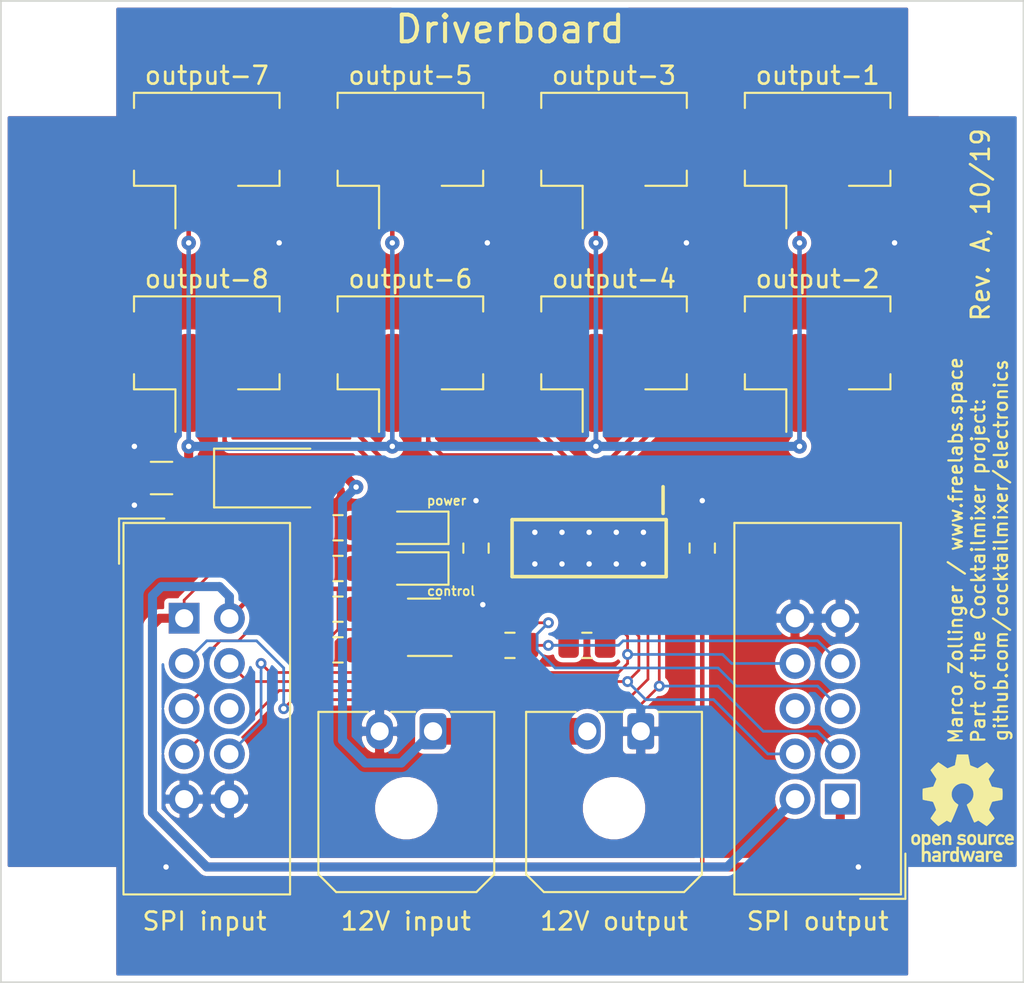
<source format=kicad_pcb>
(kicad_pcb (version 20171130) (host pcbnew 5.1.4+dfsg1-1)

  (general
    (thickness 1.6)
    (drawings 9)
    (tracks 256)
    (zones 0)
    (modules 31)
    (nets 27)
  )

  (page A4)
  (layers
    (0 F.Cu signal)
    (31 B.Cu signal)
    (32 B.Adhes user)
    (33 F.Adhes user)
    (34 B.Paste user)
    (35 F.Paste user)
    (36 B.SilkS user)
    (37 F.SilkS user)
    (38 B.Mask user)
    (39 F.Mask user)
    (40 Dwgs.User user)
    (41 Cmts.User user)
    (42 Eco1.User user)
    (43 Eco2.User user)
    (44 Edge.Cuts user)
    (45 Margin user)
    (46 B.CrtYd user hide)
    (47 F.CrtYd user hide)
    (48 B.Fab user)
    (49 F.Fab user)
  )

  (setup
    (last_trace_width 0.1524)
    (user_trace_width 0.1524)
    (user_trace_width 0.254)
    (user_trace_width 0.508)
    (user_trace_width 1.4986)
    (trace_clearance 0.1524)
    (zone_clearance 0.254)
    (zone_45_only no)
    (trace_min 0.1524)
    (via_size 0.508)
    (via_drill 0.254)
    (via_min_size 0.508)
    (via_min_drill 0.254)
    (user_via 0.6096 0.3048)
    (user_via 0.8128 0.3048)
    (uvia_size 0.3)
    (uvia_drill 0.1)
    (uvias_allowed no)
    (uvia_min_size 0.2)
    (uvia_min_drill 0.1)
    (edge_width 0.05)
    (segment_width 0.2)
    (pcb_text_width 0.3)
    (pcb_text_size 1.5 1.5)
    (mod_edge_width 0.12)
    (mod_text_size 1 1)
    (mod_text_width 0.15)
    (pad_size 1.524 1.524)
    (pad_drill 0.762)
    (pad_to_mask_clearance 0.0508)
    (solder_mask_min_width 0.1016)
    (aux_axis_origin 0 0)
    (visible_elements FFFFFF7F)
    (pcbplotparams
      (layerselection 0x010fc_ffffffff)
      (usegerberextensions false)
      (usegerberattributes false)
      (usegerberadvancedattributes false)
      (creategerberjobfile false)
      (excludeedgelayer true)
      (linewidth 0.100000)
      (plotframeref false)
      (viasonmask false)
      (mode 1)
      (useauxorigin false)
      (hpglpennumber 1)
      (hpglpenspeed 20)
      (hpglpendiameter 15.000000)
      (psnegative false)
      (psa4output false)
      (plotreference true)
      (plotvalue true)
      (plotinvisibletext false)
      (padsonsilk false)
      (subtractmaskfromsilk false)
      (outputformat 1)
      (mirror false)
      (drillshape 1)
      (scaleselection 1)
      (outputdirectory ""))
  )

  (net 0 "")
  (net 1 GND)
  (net 2 +5V)
  (net 3 VCC)
  (net 4 +12V)
  (net 5 "Net-(IC1-Pad3)")
  (net 6 "Net-(IC1-Pad4)")
  (net 7 "Net-(IC1-Pad5)")
  (net 8 "Net-(IC1-Pad6)")
  (net 9 "Net-(IC1-Pad7)")
  (net 10 "Net-(IC1-Pad8)")
  (net 11 "Net-(IC1-Pad9)")
  (net 12 "Net-(IC1-Pad10)")
  (net 13 "Net-(IC1-Pad19)")
  (net 14 "Net-(IC1-Pad20)")
  (net 15 "Net-(IC1-Pad21)")
  (net 16 "Net-(IC1-Pad22)")
  (net 17 "Net-(IC1-Pad23)")
  (net 18 "Net-(J9-Pad6)")
  (net 19 "Net-(J9-Pad5)")
  (net 20 "Net-(J10-Pad5)")
  (net 21 "Net-(J10-Pad6)")
  (net 22 "Net-(J10-Pad7)")
  (net 23 "Net-(R3-Pad1)")
  (net 24 "Net-(D1-Pad2)")
  (net 25 "Net-(D2-Pad2)")
  (net 26 "Net-(D3-Pad2)")

  (net_class Default "This is the default net class."
    (clearance 0.1524)
    (trace_width 0.1524)
    (via_dia 0.508)
    (via_drill 0.254)
    (uvia_dia 0.3)
    (uvia_drill 0.1)
    (add_net +12V)
    (add_net +5V)
    (add_net GND)
    (add_net "Net-(D1-Pad2)")
    (add_net "Net-(D2-Pad2)")
    (add_net "Net-(D3-Pad2)")
    (add_net "Net-(IC1-Pad10)")
    (add_net "Net-(IC1-Pad19)")
    (add_net "Net-(IC1-Pad20)")
    (add_net "Net-(IC1-Pad21)")
    (add_net "Net-(IC1-Pad22)")
    (add_net "Net-(IC1-Pad23)")
    (add_net "Net-(IC1-Pad3)")
    (add_net "Net-(IC1-Pad4)")
    (add_net "Net-(IC1-Pad5)")
    (add_net "Net-(IC1-Pad6)")
    (add_net "Net-(IC1-Pad7)")
    (add_net "Net-(IC1-Pad8)")
    (add_net "Net-(IC1-Pad9)")
    (add_net "Net-(J10-Pad5)")
    (add_net "Net-(J10-Pad6)")
    (add_net "Net-(J10-Pad7)")
    (add_net "Net-(J9-Pad5)")
    (add_net "Net-(J9-Pad6)")
    (add_net "Net-(R3-Pad1)")
    (add_net VCC)
  )

  (net_class Drive ""
    (clearance 0.1524)
    (trace_width 0.254)
    (via_dia 0.7112)
    (via_drill 0.254)
    (uvia_dia 0.3)
    (uvia_drill 0.1)
  )

  (net_class Power ""
    (clearance 0.1524)
    (trace_width 1.4986)
    (via_dia 0.508)
    (via_drill 0.254)
    (uvia_dia 0.3)
    (uvia_drill 0.1)
  )

  (module Symbol:OSHW-Logo_5.7x6mm_SilkScreen (layer F.Cu) (tedit 0) (tstamp 5DA4D1EA)
    (at 98.298 179.07)
    (descr "Open Source Hardware Logo")
    (tags "Logo OSHW")
    (attr virtual)
    (fp_text reference REF** (at 0 0) (layer F.SilkS) hide
      (effects (font (size 1 1) (thickness 0.15)))
    )
    (fp_text value OSHW-Logo_5.7x6mm_SilkScreen (at 0.75 0) (layer F.Fab) hide
      (effects (font (size 1 1) (thickness 0.15)))
    )
    (fp_poly (pts (xy 0.376964 -2.709982) (xy 0.433812 -2.40843) (xy 0.853338 -2.235488) (xy 1.104984 -2.406605)
      (xy 1.175458 -2.45425) (xy 1.239163 -2.49679) (xy 1.293126 -2.532285) (xy 1.334373 -2.55879)
      (xy 1.359934 -2.574364) (xy 1.366895 -2.577722) (xy 1.379435 -2.569086) (xy 1.406231 -2.545208)
      (xy 1.44428 -2.509141) (xy 1.490579 -2.463933) (xy 1.542123 -2.412636) (xy 1.595909 -2.358299)
      (xy 1.648935 -2.303972) (xy 1.698195 -2.252705) (xy 1.740687 -2.207549) (xy 1.773407 -2.171554)
      (xy 1.793351 -2.14777) (xy 1.798119 -2.13981) (xy 1.791257 -2.125135) (xy 1.77202 -2.092986)
      (xy 1.74243 -2.046508) (xy 1.70451 -1.988844) (xy 1.660282 -1.92314) (xy 1.634654 -1.885664)
      (xy 1.587941 -1.817232) (xy 1.546432 -1.75548) (xy 1.51214 -1.703481) (xy 1.48708 -1.664308)
      (xy 1.473264 -1.641035) (xy 1.471188 -1.636145) (xy 1.475895 -1.622245) (xy 1.488723 -1.58985)
      (xy 1.507738 -1.543515) (xy 1.531003 -1.487794) (xy 1.556584 -1.427242) (xy 1.582545 -1.366414)
      (xy 1.60695 -1.309864) (xy 1.627863 -1.262148) (xy 1.643349 -1.227819) (xy 1.651472 -1.211432)
      (xy 1.651952 -1.210788) (xy 1.664707 -1.207659) (xy 1.698677 -1.200679) (xy 1.75034 -1.190533)
      (xy 1.816176 -1.177908) (xy 1.892664 -1.163491) (xy 1.93729 -1.155177) (xy 2.019021 -1.139616)
      (xy 2.092843 -1.124808) (xy 2.155021 -1.111564) (xy 2.201822 -1.100695) (xy 2.229509 -1.093011)
      (xy 2.235074 -1.090573) (xy 2.240526 -1.07407) (xy 2.244924 -1.0368) (xy 2.248272 -0.98312)
      (xy 2.250574 -0.917388) (xy 2.251832 -0.843963) (xy 2.252048 -0.767204) (xy 2.251227 -0.691468)
      (xy 2.249371 -0.621114) (xy 2.246482 -0.5605) (xy 2.242565 -0.513984) (xy 2.237622 -0.485925)
      (xy 2.234657 -0.480084) (xy 2.216934 -0.473083) (xy 2.179381 -0.463073) (xy 2.126964 -0.451231)
      (xy 2.064652 -0.438733) (xy 2.0429 -0.43469) (xy 1.938024 -0.41548) (xy 1.85518 -0.400009)
      (xy 1.79163 -0.387663) (xy 1.744637 -0.377827) (xy 1.711463 -0.369886) (xy 1.689371 -0.363224)
      (xy 1.675624 -0.357227) (xy 1.667484 -0.351281) (xy 1.666345 -0.350106) (xy 1.654977 -0.331174)
      (xy 1.637635 -0.294331) (xy 1.61605 -0.244087) (xy 1.591954 -0.184954) (xy 1.567079 -0.121444)
      (xy 1.543157 -0.058068) (xy 1.521919 0.000662) (xy 1.505097 0.050235) (xy 1.494422 0.086139)
      (xy 1.491627 0.103862) (xy 1.49186 0.104483) (xy 1.501331 0.11897) (xy 1.522818 0.150844)
      (xy 1.554063 0.196789) (xy 1.592807 0.253485) (xy 1.636793 0.317617) (xy 1.649319 0.335842)
      (xy 1.693984 0.401914) (xy 1.733288 0.4622) (xy 1.765088 0.513235) (xy 1.787245 0.55156)
      (xy 1.797617 0.573711) (xy 1.798119 0.576432) (xy 1.789405 0.590736) (xy 1.765325 0.619072)
      (xy 1.728976 0.658396) (xy 1.683453 0.705661) (xy 1.631852 0.757823) (xy 1.577267 0.811835)
      (xy 1.522794 0.864653) (xy 1.471529 0.913231) (xy 1.426567 0.954523) (xy 1.391004 0.985485)
      (xy 1.367935 1.00307) (xy 1.361554 1.005941) (xy 1.346699 0.999178) (xy 1.316286 0.980939)
      (xy 1.275268 0.954297) (xy 1.243709 0.932852) (xy 1.186525 0.893503) (xy 1.118806 0.847171)
      (xy 1.05088 0.800913) (xy 1.014361 0.776155) (xy 0.890752 0.692547) (xy 0.786991 0.74865)
      (xy 0.73972 0.773228) (xy 0.699523 0.792331) (xy 0.672326 0.803227) (xy 0.665402 0.804743)
      (xy 0.657077 0.793549) (xy 0.640654 0.761917) (xy 0.617357 0.712765) (xy 0.588414 0.64901)
      (xy 0.55505 0.573571) (xy 0.518491 0.489364) (xy 0.479964 0.399308) (xy 0.440694 0.306321)
      (xy 0.401908 0.21332) (xy 0.36483 0.123223) (xy 0.330689 0.038948) (xy 0.300708 -0.036587)
      (xy 0.276116 -0.100466) (xy 0.258136 -0.149769) (xy 0.247997 -0.181579) (xy 0.246366 -0.192504)
      (xy 0.259291 -0.206439) (xy 0.287589 -0.22906) (xy 0.325346 -0.255667) (xy 0.328515 -0.257772)
      (xy 0.4261 -0.335886) (xy 0.504786 -0.427018) (xy 0.563891 -0.528255) (xy 0.602732 -0.636682)
      (xy 0.620628 -0.749386) (xy 0.616897 -0.863452) (xy 0.590857 -0.975966) (xy 0.541825 -1.084015)
      (xy 0.5274 -1.107655) (xy 0.452369 -1.203113) (xy 0.36373 -1.279768) (xy 0.264549 -1.33722)
      (xy 0.157895 -1.375071) (xy 0.046836 -1.392922) (xy -0.065561 -1.390375) (xy -0.176227 -1.36703)
      (xy -0.282094 -1.32249) (xy -0.380095 -1.256355) (xy -0.41041 -1.229513) (xy -0.487562 -1.145488)
      (xy -0.543782 -1.057034) (xy -0.582347 -0.957885) (xy -0.603826 -0.859697) (xy -0.609128 -0.749303)
      (xy -0.591448 -0.63836) (xy -0.552581 -0.530619) (xy -0.494323 -0.429831) (xy -0.418469 -0.339744)
      (xy -0.326817 -0.264108) (xy -0.314772 -0.256136) (xy -0.276611 -0.230026) (xy -0.247601 -0.207405)
      (xy -0.233732 -0.192961) (xy -0.233531 -0.192504) (xy -0.236508 -0.176879) (xy -0.248311 -0.141418)
      (xy -0.267714 -0.089038) (xy -0.293488 -0.022655) (xy -0.324409 0.054814) (xy -0.359249 0.14045)
      (xy -0.396783 0.231337) (xy -0.435783 0.324559) (xy -0.475023 0.417197) (xy -0.513276 0.506335)
      (xy -0.549317 0.589055) (xy -0.581917 0.662441) (xy -0.609852 0.723575) (xy -0.631895 0.769541)
      (xy -0.646818 0.797421) (xy -0.652828 0.804743) (xy -0.671191 0.799041) (xy -0.705552 0.783749)
      (xy -0.749984 0.761599) (xy -0.774417 0.74865) (xy -0.878178 0.692547) (xy -1.001787 0.776155)
      (xy -1.064886 0.818987) (xy -1.13397 0.866122) (xy -1.198707 0.910503) (xy -1.231134 0.932852)
      (xy -1.276741 0.963477) (xy -1.31536 0.987747) (xy -1.341952 1.002587) (xy -1.35059 1.005724)
      (xy -1.363161 0.997261) (xy -1.390984 0.973636) (xy -1.431361 0.937302) (xy -1.481595 0.890711)
      (xy -1.538988 0.836317) (xy -1.575286 0.801392) (xy -1.63879 0.738996) (xy -1.693673 0.683188)
      (xy -1.737714 0.636354) (xy -1.768695 0.600882) (xy -1.784398 0.579161) (xy -1.785905 0.574752)
      (xy -1.778914 0.557985) (xy -1.759594 0.524082) (xy -1.730091 0.476476) (xy -1.692545 0.418599)
      (xy -1.6491 0.353884) (xy -1.636745 0.335842) (xy -1.591727 0.270267) (xy -1.55134 0.211228)
      (xy -1.51784 0.162042) (xy -1.493486 0.126028) (xy -1.480536 0.106502) (xy -1.479285 0.104483)
      (xy -1.481156 0.088922) (xy -1.491087 0.054709) (xy -1.507347 0.006355) (xy -1.528205 -0.051629)
      (xy -1.551927 -0.11473) (xy -1.576784 -0.178437) (xy -1.601042 -0.238239) (xy -1.622971 -0.289624)
      (xy -1.640838 -0.328081) (xy -1.652913 -0.349098) (xy -1.653771 -0.350106) (xy -1.661154 -0.356112)
      (xy -1.673625 -0.362052) (xy -1.69392 -0.36854) (xy -1.724778 -0.376191) (xy -1.768934 -0.38562)
      (xy -1.829126 -0.397441) (xy -1.908093 -0.412271) (xy -2.00857 -0.430723) (xy -2.030325 -0.43469)
      (xy -2.094802 -0.447147) (xy -2.151011 -0.459334) (xy -2.193987 -0.470074) (xy -2.21876 -0.478191)
      (xy -2.222082 -0.480084) (xy -2.227556 -0.496862) (xy -2.232006 -0.534355) (xy -2.235428 -0.588206)
      (xy -2.237819 -0.654056) (xy -2.239177 -0.727547) (xy -2.239499 -0.80432) (xy -2.238781 -0.880017)
      (xy -2.237021 -0.95028) (xy -2.234216 -1.01075) (xy -2.230362 -1.05707) (xy -2.225457 -1.084881)
      (xy -2.2225 -1.090573) (xy -2.206037 -1.096314) (xy -2.168551 -1.105655) (xy -2.113775 -1.117785)
      (xy -2.045445 -1.131893) (xy -1.967294 -1.14717) (xy -1.924716 -1.155177) (xy -1.843929 -1.170279)
      (xy -1.771887 -1.18396) (xy -1.712111 -1.195533) (xy -1.668121 -1.204313) (xy -1.643439 -1.209613)
      (xy -1.639377 -1.210788) (xy -1.632511 -1.224035) (xy -1.617998 -1.255943) (xy -1.597771 -1.301953)
      (xy -1.573766 -1.357508) (xy -1.547918 -1.418047) (xy -1.52216 -1.479014) (xy -1.498427 -1.535849)
      (xy -1.478654 -1.583994) (xy -1.464776 -1.61889) (xy -1.458726 -1.635979) (xy -1.458614 -1.636726)
      (xy -1.465472 -1.650207) (xy -1.484698 -1.68123) (xy -1.514272 -1.726711) (xy -1.552173 -1.783568)
      (xy -1.59638 -1.848717) (xy -1.622079 -1.886138) (xy -1.668907 -1.954753) (xy -1.710499 -2.017048)
      (xy -1.744825 -2.069871) (xy -1.769857 -2.110073) (xy -1.783565 -2.1345) (xy -1.785544 -2.139976)
      (xy -1.777034 -2.152722) (xy -1.753507 -2.179937) (xy -1.717968 -2.218572) (xy -1.673423 -2.265577)
      (xy -1.622877 -2.317905) (xy -1.569336 -2.372505) (xy -1.515805 -2.42633) (xy -1.465289 -2.47633)
      (xy -1.420794 -2.519457) (xy -1.385325 -2.552661) (xy -1.361887 -2.572894) (xy -1.354046 -2.577722)
      (xy -1.34128 -2.570933) (xy -1.310744 -2.551858) (xy -1.26541 -2.522439) (xy -1.208244 -2.484619)
      (xy -1.142216 -2.440339) (xy -1.09241 -2.406605) (xy -0.840764 -2.235488) (xy -0.631001 -2.321959)
      (xy -0.421237 -2.40843) (xy -0.364389 -2.709982) (xy -0.30754 -3.011534) (xy 0.320115 -3.011534)
      (xy 0.376964 -2.709982)) (layer F.SilkS) (width 0.01))
    (fp_poly (pts (xy 1.79946 1.45803) (xy 1.842711 1.471245) (xy 1.870558 1.487941) (xy 1.879629 1.501145)
      (xy 1.877132 1.516797) (xy 1.860931 1.541385) (xy 1.847232 1.5588) (xy 1.818992 1.590283)
      (xy 1.797775 1.603529) (xy 1.779688 1.602664) (xy 1.726035 1.58901) (xy 1.68663 1.58963)
      (xy 1.654632 1.605104) (xy 1.64389 1.614161) (xy 1.609505 1.646027) (xy 1.609505 2.062179)
      (xy 1.471188 2.062179) (xy 1.471188 1.458614) (xy 1.540347 1.458614) (xy 1.581869 1.460256)
      (xy 1.603291 1.466087) (xy 1.609502 1.477461) (xy 1.609505 1.477798) (xy 1.612439 1.489713)
      (xy 1.625704 1.488159) (xy 1.644084 1.479563) (xy 1.682046 1.463568) (xy 1.712872 1.453945)
      (xy 1.752536 1.451478) (xy 1.79946 1.45803)) (layer F.SilkS) (width 0.01))
    (fp_poly (pts (xy -0.754012 1.469002) (xy -0.722717 1.48395) (xy -0.692409 1.505541) (xy -0.669318 1.530391)
      (xy -0.6525 1.562087) (xy -0.641006 1.604214) (xy -0.633891 1.660358) (xy -0.630207 1.734106)
      (xy -0.629008 1.829044) (xy -0.628989 1.838985) (xy -0.628713 2.062179) (xy -0.76703 2.062179)
      (xy -0.76703 1.856418) (xy -0.767128 1.780189) (xy -0.767809 1.724939) (xy -0.769651 1.686501)
      (xy -0.773233 1.660706) (xy -0.779132 1.643384) (xy -0.787927 1.630368) (xy -0.80018 1.617507)
      (xy -0.843047 1.589873) (xy -0.889843 1.584745) (xy -0.934424 1.602217) (xy -0.949928 1.615221)
      (xy -0.96131 1.627447) (xy -0.969481 1.64054) (xy -0.974974 1.658615) (xy -0.97832 1.685787)
      (xy -0.980051 1.72617) (xy -0.980697 1.783879) (xy -0.980792 1.854132) (xy -0.980792 2.062179)
      (xy -1.119109 2.062179) (xy -1.119109 1.458614) (xy -1.04995 1.458614) (xy -1.008428 1.460256)
      (xy -0.987006 1.466087) (xy -0.980795 1.477461) (xy -0.980792 1.477798) (xy -0.97791 1.488938)
      (xy -0.965199 1.487674) (xy -0.939926 1.475434) (xy -0.882605 1.457424) (xy -0.817037 1.455421)
      (xy -0.754012 1.469002)) (layer F.SilkS) (width 0.01))
    (fp_poly (pts (xy 2.677898 1.456457) (xy 2.710096 1.464279) (xy 2.771825 1.492921) (xy 2.82461 1.536667)
      (xy 2.861141 1.589117) (xy 2.86616 1.600893) (xy 2.873045 1.63174) (xy 2.877864 1.677371)
      (xy 2.879505 1.723492) (xy 2.879505 1.810693) (xy 2.697178 1.810693) (xy 2.621979 1.810978)
      (xy 2.569003 1.812704) (xy 2.535325 1.817181) (xy 2.51802 1.82572) (xy 2.514163 1.83963)
      (xy 2.520829 1.860222) (xy 2.53277 1.884315) (xy 2.56608 1.924525) (xy 2.612368 1.944558)
      (xy 2.668944 1.943905) (xy 2.733031 1.922101) (xy 2.788417 1.895193) (xy 2.834375 1.931532)
      (xy 2.880333 1.967872) (xy 2.837096 2.007819) (xy 2.779374 2.045563) (xy 2.708386 2.06832)
      (xy 2.632029 2.074688) (xy 2.558199 2.063268) (xy 2.546287 2.059393) (xy 2.481399 2.025506)
      (xy 2.43313 1.974986) (xy 2.400465 1.906325) (xy 2.382385 1.818014) (xy 2.382175 1.816121)
      (xy 2.380556 1.719878) (xy 2.3871 1.685542) (xy 2.514852 1.685542) (xy 2.526584 1.690822)
      (xy 2.558438 1.694867) (xy 2.605397 1.697176) (xy 2.635154 1.697525) (xy 2.690648 1.697306)
      (xy 2.725346 1.695916) (xy 2.743601 1.692251) (xy 2.749766 1.68521) (xy 2.748195 1.67369)
      (xy 2.746878 1.669233) (xy 2.724382 1.627355) (xy 2.689003 1.593604) (xy 2.65778 1.578773)
      (xy 2.616301 1.579668) (xy 2.574269 1.598164) (xy 2.539012 1.628786) (xy 2.517854 1.666062)
      (xy 2.514852 1.685542) (xy 2.3871 1.685542) (xy 2.39669 1.635229) (xy 2.428698 1.564191)
      (xy 2.474701 1.508779) (xy 2.532821 1.471009) (xy 2.60118 1.452896) (xy 2.677898 1.456457)) (layer F.SilkS) (width 0.01))
    (fp_poly (pts (xy 2.217226 1.46388) (xy 2.29008 1.49483) (xy 2.313027 1.509895) (xy 2.342354 1.533048)
      (xy 2.360764 1.551253) (xy 2.363961 1.557183) (xy 2.354935 1.57034) (xy 2.331837 1.592667)
      (xy 2.313344 1.60825) (xy 2.262728 1.648926) (xy 2.22276 1.615295) (xy 2.191874 1.593584)
      (xy 2.161759 1.58609) (xy 2.127292 1.58792) (xy 2.072561 1.601528) (xy 2.034886 1.629772)
      (xy 2.011991 1.675433) (xy 2.001597 1.741289) (xy 2.001595 1.741331) (xy 2.002494 1.814939)
      (xy 2.016463 1.868946) (xy 2.044328 1.905716) (xy 2.063325 1.918168) (xy 2.113776 1.933673)
      (xy 2.167663 1.933683) (xy 2.214546 1.918638) (xy 2.225644 1.911287) (xy 2.253476 1.892511)
      (xy 2.275236 1.889434) (xy 2.298704 1.903409) (xy 2.324649 1.92851) (xy 2.365716 1.97088)
      (xy 2.320121 2.008464) (xy 2.249674 2.050882) (xy 2.170233 2.071785) (xy 2.087215 2.070272)
      (xy 2.032694 2.056411) (xy 1.96897 2.022135) (xy 1.918005 1.968212) (xy 1.894851 1.930149)
      (xy 1.876099 1.875536) (xy 1.866715 1.806369) (xy 1.866643 1.731407) (xy 1.875824 1.659409)
      (xy 1.894199 1.599137) (xy 1.897093 1.592958) (xy 1.939952 1.532351) (xy 1.997979 1.488224)
      (xy 2.066591 1.461493) (xy 2.141201 1.453073) (xy 2.217226 1.46388)) (layer F.SilkS) (width 0.01))
    (fp_poly (pts (xy 0.993367 1.654342) (xy 0.994555 1.746563) (xy 0.998897 1.81661) (xy 1.007558 1.867381)
      (xy 1.021704 1.901772) (xy 1.0425 1.922679) (xy 1.07111 1.933) (xy 1.106535 1.935636)
      (xy 1.143636 1.932682) (xy 1.171818 1.921889) (xy 1.192243 1.90036) (xy 1.206079 1.865199)
      (xy 1.214491 1.81351) (xy 1.218643 1.742394) (xy 1.219703 1.654342) (xy 1.219703 1.458614)
      (xy 1.35802 1.458614) (xy 1.35802 2.062179) (xy 1.288862 2.062179) (xy 1.24717 2.060489)
      (xy 1.225701 2.054556) (xy 1.219703 2.043293) (xy 1.216091 2.033261) (xy 1.201714 2.035383)
      (xy 1.172736 2.04958) (xy 1.106319 2.07148) (xy 1.035875 2.069928) (xy 0.968377 2.046147)
      (xy 0.936233 2.027362) (xy 0.911715 2.007022) (xy 0.893804 1.981573) (xy 0.881479 1.947458)
      (xy 0.873723 1.901121) (xy 0.869516 1.839007) (xy 0.86784 1.757561) (xy 0.867624 1.694578)
      (xy 0.867624 1.458614) (xy 0.993367 1.458614) (xy 0.993367 1.654342)) (layer F.SilkS) (width 0.01))
    (fp_poly (pts (xy 0.610762 1.466055) (xy 0.674363 1.500692) (xy 0.724123 1.555372) (xy 0.747568 1.599842)
      (xy 0.757634 1.639121) (xy 0.764156 1.695116) (xy 0.766951 1.759621) (xy 0.765836 1.824429)
      (xy 0.760626 1.881334) (xy 0.754541 1.911727) (xy 0.734014 1.953306) (xy 0.698463 1.997468)
      (xy 0.655619 2.036087) (xy 0.613211 2.061034) (xy 0.612177 2.06143) (xy 0.559553 2.072331)
      (xy 0.497188 2.072601) (xy 0.437924 2.062676) (xy 0.41504 2.054722) (xy 0.356102 2.0213)
      (xy 0.31389 1.977511) (xy 0.286156 1.919538) (xy 0.270651 1.843565) (xy 0.267143 1.803771)
      (xy 0.26759 1.753766) (xy 0.402376 1.753766) (xy 0.406917 1.826732) (xy 0.419986 1.882334)
      (xy 0.440756 1.917861) (xy 0.455552 1.92802) (xy 0.493464 1.935104) (xy 0.538527 1.933007)
      (xy 0.577487 1.922812) (xy 0.587704 1.917204) (xy 0.614659 1.884538) (xy 0.632451 1.834545)
      (xy 0.640024 1.773705) (xy 0.636325 1.708497) (xy 0.628057 1.669253) (xy 0.60432 1.623805)
      (xy 0.566849 1.595396) (xy 0.52172 1.585573) (xy 0.475011 1.595887) (xy 0.439132 1.621112)
      (xy 0.420277 1.641925) (xy 0.409272 1.662439) (xy 0.404026 1.690203) (xy 0.402449 1.732762)
      (xy 0.402376 1.753766) (xy 0.26759 1.753766) (xy 0.268094 1.69758) (xy 0.285388 1.610501)
      (xy 0.319029 1.54253) (xy 0.369018 1.493664) (xy 0.435356 1.463899) (xy 0.449601 1.460448)
      (xy 0.53521 1.452345) (xy 0.610762 1.466055)) (layer F.SilkS) (width 0.01))
    (fp_poly (pts (xy 0.014017 1.456452) (xy 0.061634 1.465482) (xy 0.111034 1.48437) (xy 0.116312 1.486777)
      (xy 0.153774 1.506476) (xy 0.179717 1.524781) (xy 0.188103 1.536508) (xy 0.180117 1.555632)
      (xy 0.16072 1.58385) (xy 0.15211 1.594384) (xy 0.116628 1.635847) (xy 0.070885 1.608858)
      (xy 0.02735 1.590878) (xy -0.02295 1.581267) (xy -0.071188 1.58066) (xy -0.108533 1.589691)
      (xy -0.117495 1.595327) (xy -0.134563 1.621171) (xy -0.136637 1.650941) (xy -0.123866 1.674197)
      (xy -0.116312 1.678708) (xy -0.093675 1.684309) (xy -0.053885 1.690892) (xy -0.004834 1.697183)
      (xy 0.004215 1.69817) (xy 0.082996 1.711798) (xy 0.140136 1.734946) (xy 0.17803 1.769752)
      (xy 0.199079 1.818354) (xy 0.205635 1.877718) (xy 0.196577 1.945198) (xy 0.167164 1.998188)
      (xy 0.117278 2.036783) (xy 0.0468 2.061081) (xy -0.031435 2.070667) (xy -0.095234 2.070552)
      (xy -0.146984 2.061845) (xy -0.182327 2.049825) (xy -0.226983 2.02888) (xy -0.268253 2.004574)
      (xy -0.282921 1.993876) (xy -0.320643 1.963084) (xy -0.275148 1.917049) (xy -0.229653 1.871013)
      (xy -0.177928 1.905243) (xy -0.126048 1.930952) (xy -0.070649 1.944399) (xy -0.017395 1.945818)
      (xy 0.028049 1.935443) (xy 0.060016 1.913507) (xy 0.070338 1.894998) (xy 0.068789 1.865314)
      (xy 0.04314 1.842615) (xy -0.00654 1.82694) (xy -0.060969 1.819695) (xy -0.144736 1.805873)
      (xy -0.206967 1.779796) (xy -0.248493 1.740699) (xy -0.270147 1.68782) (xy -0.273147 1.625126)
      (xy -0.258329 1.559642) (xy -0.224546 1.510144) (xy -0.171495 1.476408) (xy -0.098874 1.458207)
      (xy -0.045072 1.454639) (xy 0.014017 1.456452)) (layer F.SilkS) (width 0.01))
    (fp_poly (pts (xy -1.356699 1.472614) (xy -1.344168 1.478514) (xy -1.300799 1.510283) (xy -1.25979 1.556646)
      (xy -1.229168 1.607696) (xy -1.220459 1.631166) (xy -1.212512 1.673091) (xy -1.207774 1.723757)
      (xy -1.207199 1.744679) (xy -1.207129 1.810693) (xy -1.587083 1.810693) (xy -1.578983 1.845273)
      (xy -1.559104 1.88617) (xy -1.524347 1.921514) (xy -1.482998 1.944282) (xy -1.456649 1.94901)
      (xy -1.420916 1.943273) (xy -1.378282 1.928882) (xy -1.363799 1.922262) (xy -1.31024 1.895513)
      (xy -1.264533 1.930376) (xy -1.238158 1.953955) (xy -1.224124 1.973417) (xy -1.223414 1.979129)
      (xy -1.235951 1.992973) (xy -1.263428 2.014012) (xy -1.288366 2.030425) (xy -1.355664 2.05993)
      (xy -1.43111 2.073284) (xy -1.505888 2.069812) (xy -1.565495 2.051663) (xy -1.626941 2.012784)
      (xy -1.670608 1.961595) (xy -1.697926 1.895367) (xy -1.710322 1.811371) (xy -1.711421 1.772936)
      (xy -1.707022 1.684861) (xy -1.706482 1.682299) (xy -1.580582 1.682299) (xy -1.577115 1.690558)
      (xy -1.562863 1.695113) (xy -1.53347 1.697065) (xy -1.484575 1.697517) (xy -1.465748 1.697525)
      (xy -1.408467 1.696843) (xy -1.372141 1.694364) (xy -1.352604 1.689443) (xy -1.34569 1.681434)
      (xy -1.345445 1.678862) (xy -1.353336 1.658423) (xy -1.373085 1.629789) (xy -1.381575 1.619763)
      (xy -1.413094 1.591408) (xy -1.445949 1.580259) (xy -1.463651 1.579327) (xy -1.511539 1.590981)
      (xy -1.551699 1.622285) (xy -1.577173 1.667752) (xy -1.577625 1.669233) (xy -1.580582 1.682299)
      (xy -1.706482 1.682299) (xy -1.692392 1.61551) (xy -1.666038 1.560025) (xy -1.633807 1.520639)
      (xy -1.574217 1.477931) (xy -1.504168 1.455109) (xy -1.429661 1.453046) (xy -1.356699 1.472614)) (layer F.SilkS) (width 0.01))
    (fp_poly (pts (xy -2.538261 1.465148) (xy -2.472479 1.494231) (xy -2.42254 1.542793) (xy -2.388374 1.610908)
      (xy -2.369907 1.698651) (xy -2.368583 1.712351) (xy -2.367546 1.808939) (xy -2.380993 1.893602)
      (xy -2.408108 1.962221) (xy -2.422627 1.984294) (xy -2.473201 2.031011) (xy -2.537609 2.061268)
      (xy -2.609666 2.073824) (xy -2.683185 2.067439) (xy -2.739072 2.047772) (xy -2.787132 2.014629)
      (xy -2.826412 1.971175) (xy -2.827092 1.970158) (xy -2.843044 1.943338) (xy -2.85341 1.916368)
      (xy -2.859688 1.882332) (xy -2.863373 1.83431) (xy -2.864997 1.794931) (xy -2.865672 1.759219)
      (xy -2.739955 1.759219) (xy -2.738726 1.79477) (xy -2.734266 1.842094) (xy -2.726397 1.872465)
      (xy -2.712207 1.894072) (xy -2.698917 1.906694) (xy -2.651802 1.933122) (xy -2.602505 1.936653)
      (xy -2.556593 1.917639) (xy -2.533638 1.896331) (xy -2.517096 1.874859) (xy -2.507421 1.854313)
      (xy -2.503174 1.827574) (xy -2.50292 1.787523) (xy -2.504228 1.750638) (xy -2.507043 1.697947)
      (xy -2.511505 1.663772) (xy -2.519548 1.64148) (xy -2.533103 1.624442) (xy -2.543845 1.614703)
      (xy -2.588777 1.589123) (xy -2.637249 1.587847) (xy -2.677894 1.602999) (xy -2.712567 1.634642)
      (xy -2.733224 1.68662) (xy -2.739955 1.759219) (xy -2.865672 1.759219) (xy -2.866479 1.716621)
      (xy -2.863948 1.658056) (xy -2.856362 1.614007) (xy -2.842681 1.579248) (xy -2.821865 1.548551)
      (xy -2.814147 1.539436) (xy -2.765889 1.494021) (xy -2.714128 1.467493) (xy -2.650828 1.456379)
      (xy -2.619961 1.455471) (xy -2.538261 1.465148)) (layer F.SilkS) (width 0.01))
    (fp_poly (pts (xy 2.032581 2.40497) (xy 2.092685 2.420597) (xy 2.143021 2.452848) (xy 2.167393 2.47694)
      (xy 2.207345 2.533895) (xy 2.230242 2.599965) (xy 2.238108 2.681182) (xy 2.238148 2.687748)
      (xy 2.238218 2.753763) (xy 1.858264 2.753763) (xy 1.866363 2.788342) (xy 1.880987 2.819659)
      (xy 1.906581 2.852291) (xy 1.911935 2.8575) (xy 1.957943 2.885694) (xy 2.01041 2.890475)
      (xy 2.070803 2.871926) (xy 2.08104 2.866931) (xy 2.112439 2.851745) (xy 2.13347 2.843094)
      (xy 2.137139 2.842293) (xy 2.149948 2.850063) (xy 2.174378 2.869072) (xy 2.186779 2.87946)
      (xy 2.212476 2.903321) (xy 2.220915 2.919077) (xy 2.215058 2.933571) (xy 2.211928 2.937534)
      (xy 2.190725 2.954879) (xy 2.155738 2.975959) (xy 2.131337 2.988265) (xy 2.062072 3.009946)
      (xy 1.985388 3.016971) (xy 1.912765 3.008647) (xy 1.892426 3.002686) (xy 1.829476 2.968952)
      (xy 1.782815 2.917045) (xy 1.752173 2.846459) (xy 1.737282 2.756692) (xy 1.735647 2.709753)
      (xy 1.740421 2.641413) (xy 1.86099 2.641413) (xy 1.872652 2.646465) (xy 1.903998 2.650429)
      (xy 1.949571 2.652768) (xy 1.980446 2.653169) (xy 2.035981 2.652783) (xy 2.071033 2.650975)
      (xy 2.090262 2.646773) (xy 2.09833 2.639203) (xy 2.099901 2.628218) (xy 2.089121 2.594381)
      (xy 2.06198 2.56094) (xy 2.026277 2.535272) (xy 1.99056 2.524772) (xy 1.942048 2.534086)
      (xy 1.900053 2.561013) (xy 1.870936 2.599827) (xy 1.86099 2.641413) (xy 1.740421 2.641413)
      (xy 1.742599 2.610236) (xy 1.764055 2.530949) (xy 1.80047 2.471263) (xy 1.852297 2.430549)
      (xy 1.91999 2.408179) (xy 1.956662 2.403871) (xy 2.032581 2.40497)) (layer F.SilkS) (width 0.01))
    (fp_poly (pts (xy 1.635255 2.401486) (xy 1.683595 2.411015) (xy 1.711114 2.425125) (xy 1.740064 2.448568)
      (xy 1.698876 2.500571) (xy 1.673482 2.532064) (xy 1.656238 2.547428) (xy 1.639102 2.549776)
      (xy 1.614027 2.542217) (xy 1.602257 2.537941) (xy 1.55427 2.531631) (xy 1.510324 2.545156)
      (xy 1.47806 2.57571) (xy 1.472819 2.585452) (xy 1.467112 2.611258) (xy 1.462706 2.658817)
      (xy 1.459811 2.724758) (xy 1.458631 2.80571) (xy 1.458614 2.817226) (xy 1.458614 3.017822)
      (xy 1.320297 3.017822) (xy 1.320297 2.401683) (xy 1.389456 2.401683) (xy 1.429333 2.402725)
      (xy 1.450107 2.407358) (xy 1.457789 2.417849) (xy 1.458614 2.427745) (xy 1.458614 2.453806)
      (xy 1.491745 2.427745) (xy 1.529735 2.409965) (xy 1.58077 2.401174) (xy 1.635255 2.401486)) (layer F.SilkS) (width 0.01))
    (fp_poly (pts (xy 1.038411 2.405417) (xy 1.091411 2.41829) (xy 1.106731 2.42511) (xy 1.136428 2.442974)
      (xy 1.15922 2.463093) (xy 1.176083 2.488962) (xy 1.187998 2.524073) (xy 1.195942 2.57192)
      (xy 1.200894 2.635996) (xy 1.203831 2.719794) (xy 1.204947 2.775768) (xy 1.209052 3.017822)
      (xy 1.138932 3.017822) (xy 1.096393 3.016038) (xy 1.074476 3.009942) (xy 1.068812 2.999706)
      (xy 1.065821 2.988637) (xy 1.052451 2.990754) (xy 1.034233 2.999629) (xy 0.988624 3.013233)
      (xy 0.930007 3.016899) (xy 0.868354 3.010903) (xy 0.813638 2.995521) (xy 0.80873 2.993386)
      (xy 0.758723 2.958255) (xy 0.725756 2.909419) (xy 0.710587 2.852333) (xy 0.711746 2.831824)
      (xy 0.835508 2.831824) (xy 0.846413 2.859425) (xy 0.878745 2.879204) (xy 0.93091 2.889819)
      (xy 0.958787 2.891228) (xy 1.005247 2.88762) (xy 1.036129 2.873597) (xy 1.043664 2.866931)
      (xy 1.064076 2.830666) (xy 1.068812 2.797773) (xy 1.068812 2.753763) (xy 1.007513 2.753763)
      (xy 0.936256 2.757395) (xy 0.886276 2.768818) (xy 0.854696 2.788824) (xy 0.847626 2.797743)
      (xy 0.835508 2.831824) (xy 0.711746 2.831824) (xy 0.713971 2.792456) (xy 0.736663 2.735244)
      (xy 0.767624 2.69658) (xy 0.786376 2.679864) (xy 0.804733 2.668878) (xy 0.828619 2.66218)
      (xy 0.863957 2.658326) (xy 0.916669 2.655873) (xy 0.937577 2.655168) (xy 1.068812 2.650879)
      (xy 1.06862 2.611158) (xy 1.063537 2.569405) (xy 1.045162 2.544158) (xy 1.008039 2.52803)
      (xy 1.007043 2.527742) (xy 0.95441 2.5214) (xy 0.902906 2.529684) (xy 0.86463 2.549827)
      (xy 0.849272 2.559773) (xy 0.83273 2.558397) (xy 0.807275 2.543987) (xy 0.792328 2.533817)
      (xy 0.763091 2.512088) (xy 0.74498 2.4958) (xy 0.742074 2.491137) (xy 0.75404 2.467005)
      (xy 0.789396 2.438185) (xy 0.804753 2.428461) (xy 0.848901 2.411714) (xy 0.908398 2.402227)
      (xy 0.974487 2.400095) (xy 1.038411 2.405417)) (layer F.SilkS) (width 0.01))
    (fp_poly (pts (xy 0.281524 2.404237) (xy 0.331255 2.407971) (xy 0.461291 2.797773) (xy 0.481678 2.728614)
      (xy 0.493946 2.685874) (xy 0.510085 2.628115) (xy 0.527512 2.564625) (xy 0.536726 2.53057)
      (xy 0.571388 2.401683) (xy 0.714391 2.401683) (xy 0.671646 2.536857) (xy 0.650596 2.603342)
      (xy 0.625167 2.683539) (xy 0.59861 2.767193) (xy 0.574902 2.841782) (xy 0.520902 3.011535)
      (xy 0.462598 3.015328) (xy 0.404295 3.019122) (xy 0.372679 2.914734) (xy 0.353182 2.849889)
      (xy 0.331904 2.7784) (xy 0.313308 2.715263) (xy 0.312574 2.71275) (xy 0.298684 2.669969)
      (xy 0.286429 2.640779) (xy 0.277846 2.629741) (xy 0.276082 2.631018) (xy 0.269891 2.64813)
      (xy 0.258128 2.684787) (xy 0.242225 2.736378) (xy 0.223614 2.798294) (xy 0.213543 2.832352)
      (xy 0.159007 3.017822) (xy 0.043264 3.017822) (xy -0.049263 2.725471) (xy -0.075256 2.643462)
      (xy -0.098934 2.568987) (xy -0.11918 2.505544) (xy -0.134874 2.456632) (xy -0.144898 2.425749)
      (xy -0.147945 2.416726) (xy -0.145533 2.407487) (xy -0.126592 2.403441) (xy -0.087177 2.403846)
      (xy -0.081007 2.404152) (xy -0.007914 2.407971) (xy 0.039957 2.58401) (xy 0.057553 2.648211)
      (xy 0.073277 2.704649) (xy 0.085746 2.748422) (xy 0.093574 2.77463) (xy 0.09502 2.778903)
      (xy 0.101014 2.77399) (xy 0.113101 2.748532) (xy 0.129893 2.705997) (xy 0.150003 2.64985)
      (xy 0.167003 2.59913) (xy 0.231794 2.400504) (xy 0.281524 2.404237)) (layer F.SilkS) (width 0.01))
    (fp_poly (pts (xy -0.201188 3.017822) (xy -0.270346 3.017822) (xy -0.310488 3.016645) (xy -0.331394 3.011772)
      (xy -0.338922 3.001186) (xy -0.339505 2.994029) (xy -0.340774 2.979676) (xy -0.348779 2.976923)
      (xy -0.369815 2.985771) (xy -0.386173 2.994029) (xy -0.448977 3.013597) (xy -0.517248 3.014729)
      (xy -0.572752 3.000135) (xy -0.624438 2.964877) (xy -0.663838 2.912835) (xy -0.685413 2.85145)
      (xy -0.685962 2.848018) (xy -0.689167 2.810571) (xy -0.690761 2.756813) (xy -0.690633 2.716155)
      (xy -0.553279 2.716155) (xy -0.550097 2.770194) (xy -0.542859 2.814735) (xy -0.53306 2.839888)
      (xy -0.495989 2.87426) (xy -0.451974 2.886582) (xy -0.406584 2.876618) (xy -0.367797 2.846895)
      (xy -0.353108 2.826905) (xy -0.344519 2.80305) (xy -0.340496 2.76823) (xy -0.339505 2.71593)
      (xy -0.341278 2.664139) (xy -0.345963 2.618634) (xy -0.352603 2.588181) (xy -0.35371 2.585452)
      (xy -0.380491 2.553) (xy -0.419579 2.535183) (xy -0.463315 2.532306) (xy -0.504038 2.544674)
      (xy -0.534087 2.572593) (xy -0.537204 2.578148) (xy -0.546961 2.612022) (xy -0.552277 2.660728)
      (xy -0.553279 2.716155) (xy -0.690633 2.716155) (xy -0.690568 2.69554) (xy -0.689664 2.662563)
      (xy -0.683514 2.580981) (xy -0.670733 2.51973) (xy -0.649471 2.474449) (xy -0.617878 2.440779)
      (xy -0.587207 2.421014) (xy -0.544354 2.40712) (xy -0.491056 2.402354) (xy -0.43648 2.406236)
      (xy -0.389792 2.418282) (xy -0.365124 2.432693) (xy -0.339505 2.455878) (xy -0.339505 2.162773)
      (xy -0.201188 2.162773) (xy -0.201188 3.017822)) (layer F.SilkS) (width 0.01))
    (fp_poly (pts (xy -0.993356 2.40302) (xy -0.974539 2.40866) (xy -0.968473 2.421053) (xy -0.968218 2.426647)
      (xy -0.967129 2.44223) (xy -0.959632 2.444676) (xy -0.939381 2.433993) (xy -0.927351 2.426694)
      (xy -0.8894 2.411063) (xy -0.844072 2.403334) (xy -0.796544 2.40274) (xy -0.751995 2.408513)
      (xy -0.715602 2.419884) (xy -0.692543 2.436088) (xy -0.687996 2.456355) (xy -0.690291 2.461843)
      (xy -0.70702 2.484626) (xy -0.732963 2.512647) (xy -0.737655 2.517177) (xy -0.762383 2.538005)
      (xy -0.783718 2.544735) (xy -0.813555 2.540038) (xy -0.825508 2.536917) (xy -0.862705 2.529421)
      (xy -0.888859 2.532792) (xy -0.910946 2.544681) (xy -0.931178 2.560635) (xy -0.946079 2.5807)
      (xy -0.956434 2.608702) (xy -0.963029 2.648467) (xy -0.966649 2.703823) (xy -0.968078 2.778594)
      (xy -0.968218 2.82374) (xy -0.968218 3.017822) (xy -1.09396 3.017822) (xy -1.09396 2.401683)
      (xy -1.031089 2.401683) (xy -0.993356 2.40302)) (layer F.SilkS) (width 0.01))
    (fp_poly (pts (xy -1.38421 2.406555) (xy -1.325055 2.422339) (xy -1.280023 2.450948) (xy -1.248246 2.488419)
      (xy -1.238366 2.504411) (xy -1.231073 2.521163) (xy -1.225974 2.542592) (xy -1.222679 2.572616)
      (xy -1.220797 2.615154) (xy -1.219937 2.674122) (xy -1.219707 2.75344) (xy -1.219703 2.774484)
      (xy -1.219703 3.017822) (xy -1.280059 3.017822) (xy -1.318557 3.015126) (xy -1.347023 3.008295)
      (xy -1.354155 3.004083) (xy -1.373652 2.996813) (xy -1.393566 3.004083) (xy -1.426353 3.01316)
      (xy -1.473978 3.016813) (xy -1.526764 3.015228) (xy -1.575036 3.008589) (xy -1.603218 3.000072)
      (xy -1.657753 2.965063) (xy -1.691835 2.916479) (xy -1.707157 2.851882) (xy -1.707299 2.850223)
      (xy -1.705955 2.821566) (xy -1.584356 2.821566) (xy -1.573726 2.854161) (xy -1.55641 2.872505)
      (xy -1.521652 2.886379) (xy -1.475773 2.891917) (xy -1.428988 2.889191) (xy -1.391514 2.878274)
      (xy -1.381015 2.871269) (xy -1.362668 2.838904) (xy -1.35802 2.802111) (xy -1.35802 2.753763)
      (xy -1.427582 2.753763) (xy -1.493667 2.75885) (xy -1.543764 2.773263) (xy -1.574929 2.795729)
      (xy -1.584356 2.821566) (xy -1.705955 2.821566) (xy -1.703987 2.779647) (xy -1.68071 2.723845)
      (xy -1.636948 2.681647) (xy -1.630899 2.677808) (xy -1.604907 2.665309) (xy -1.572735 2.65774)
      (xy -1.52776 2.654061) (xy -1.474331 2.653216) (xy -1.35802 2.653169) (xy -1.35802 2.604411)
      (xy -1.362953 2.566581) (xy -1.375543 2.541236) (xy -1.377017 2.539887) (xy -1.405034 2.5288)
      (xy -1.447326 2.524503) (xy -1.494064 2.526615) (xy -1.535418 2.534756) (xy -1.559957 2.546965)
      (xy -1.573253 2.556746) (xy -1.587294 2.558613) (xy -1.606671 2.5506) (xy -1.635976 2.530739)
      (xy -1.679803 2.497063) (xy -1.683825 2.493909) (xy -1.681764 2.482236) (xy -1.664568 2.462822)
      (xy -1.638433 2.441248) (xy -1.609552 2.423096) (xy -1.600478 2.418809) (xy -1.56738 2.410256)
      (xy -1.51888 2.404155) (xy -1.464695 2.401708) (xy -1.462161 2.401703) (xy -1.38421 2.406555)) (layer F.SilkS) (width 0.01))
    (fp_poly (pts (xy -1.908759 1.469184) (xy -1.882247 1.482282) (xy -1.849553 1.505106) (xy -1.825725 1.529996)
      (xy -1.809406 1.561249) (xy -1.79924 1.603166) (xy -1.793872 1.660044) (xy -1.791944 1.736184)
      (xy -1.791831 1.768917) (xy -1.792161 1.840656) (xy -1.793527 1.891927) (xy -1.7965 1.927404)
      (xy -1.801649 1.951763) (xy -1.809543 1.96968) (xy -1.817757 1.981902) (xy -1.870187 2.033905)
      (xy -1.93193 2.065184) (xy -1.998536 2.074592) (xy -2.065558 2.06098) (xy -2.086792 2.051354)
      (xy -2.137624 2.024859) (xy -2.137624 2.440052) (xy -2.100525 2.420868) (xy -2.051643 2.406025)
      (xy -1.991561 2.402222) (xy -1.931564 2.409243) (xy -1.886256 2.425013) (xy -1.848675 2.455047)
      (xy -1.816564 2.498024) (xy -1.81415 2.502436) (xy -1.803967 2.523221) (xy -1.79653 2.54417)
      (xy -1.791411 2.569548) (xy -1.788181 2.603618) (xy -1.786413 2.650641) (xy -1.785677 2.714882)
      (xy -1.785544 2.787176) (xy -1.785544 3.017822) (xy -1.923861 3.017822) (xy -1.923861 2.592533)
      (xy -1.962549 2.559979) (xy -2.002738 2.53394) (xy -2.040797 2.529205) (xy -2.079066 2.541389)
      (xy -2.099462 2.55332) (xy -2.114642 2.570313) (xy -2.125438 2.595995) (xy -2.132683 2.633991)
      (xy -2.137208 2.687926) (xy -2.139844 2.761425) (xy -2.140772 2.810347) (xy -2.143911 3.011535)
      (xy -2.209926 3.015336) (xy -2.27594 3.019136) (xy -2.27594 1.77065) (xy -2.137624 1.77065)
      (xy -2.134097 1.840254) (xy -2.122215 1.888569) (xy -2.10002 1.918631) (xy -2.065559 1.933471)
      (xy -2.030742 1.936436) (xy -1.991329 1.933028) (xy -1.965171 1.919617) (xy -1.948814 1.901896)
      (xy -1.935937 1.882835) (xy -1.928272 1.861601) (xy -1.924861 1.831849) (xy -1.924749 1.787236)
      (xy -1.925897 1.74988) (xy -1.928532 1.693604) (xy -1.932456 1.656658) (xy -1.939063 1.633223)
      (xy -1.949749 1.61748) (xy -1.959833 1.60838) (xy -2.00197 1.588537) (xy -2.05184 1.585332)
      (xy -2.080476 1.592168) (xy -2.108828 1.616464) (xy -2.127609 1.663728) (xy -2.136712 1.733624)
      (xy -2.137624 1.77065) (xy -2.27594 1.77065) (xy -2.27594 1.458614) (xy -2.206782 1.458614)
      (xy -2.16526 1.460256) (xy -2.143838 1.466087) (xy -2.137626 1.477461) (xy -2.137624 1.477798)
      (xy -2.134742 1.488938) (xy -2.12203 1.487673) (xy -2.096757 1.475433) (xy -2.037869 1.456707)
      (xy -1.971615 1.454739) (xy -1.908759 1.469184)) (layer F.SilkS) (width 0.01))
  )

  (module MountingHole:MountingHole_2.7mm_M2.5 (layer F.Cu) (tedit 56D1B4CB) (tstamp 5DA3E263)
    (at 47.752 185.42)
    (descr "Mounting Hole 2.7mm, no annular, M2.5")
    (tags "mounting hole 2.7mm no annular m2.5")
    (attr virtual)
    (fp_text reference MH2 (at 0 -3.7) (layer F.SilkS) hide
      (effects (font (size 1 1) (thickness 0.15)))
    )
    (fp_text value MountingHole_2.7mm_M2.5 (at 0 3.7) (layer F.Fab) hide
      (effects (font (size 1 1) (thickness 0.15)))
    )
    (fp_circle (center 0 0) (end 2.95 0) (layer F.CrtYd) (width 0.05))
    (fp_circle (center 0 0) (end 2.7 0) (layer Cmts.User) (width 0.15))
    (fp_text user %R (at 0 0) (layer F.Fab) hide
      (effects (font (size 1 1) (thickness 0.15)))
    )
    (pad 1 np_thru_hole circle (at 0 0) (size 2.7 2.7) (drill 2.7) (layers *.Cu *.Mask))
  )

  (module MountingHole:MountingHole_2.7mm_M2.5 (layer F.Cu) (tedit 56D1B4CB) (tstamp 5DA3DE8E)
    (at 47.752 137.16)
    (descr "Mounting Hole 2.7mm, no annular, M2.5")
    (tags "mounting hole 2.7mm no annular m2.5")
    (attr virtual)
    (fp_text reference MH1 (at 0.127 0) (layer F.SilkS) hide
      (effects (font (size 1 1) (thickness 0.15)))
    )
    (fp_text value MountingHole_2.7mm_M2.5 (at 0 3.7) (layer F.Fab) hide
      (effects (font (size 1 1) (thickness 0.15)))
    )
    (fp_circle (center 0 0) (end 2.95 0) (layer F.CrtYd) (width 0.05))
    (fp_circle (center 0 0) (end 2.7 0) (layer Cmts.User) (width 0.15))
    (fp_text user %R (at 0.127 0) (layer F.Fab) hide
      (effects (font (size 1 1) (thickness 0.15)))
    )
    (pad 1 np_thru_hole circle (at 0 0) (size 2.7 2.7) (drill 2.7) (layers *.Cu *.Mask))
  )

  (module MountingHole:MountingHole_2.7mm_M2.5 (layer F.Cu) (tedit 56D1B4CB) (tstamp 5DA3DDC4)
    (at 98.298 185.42)
    (descr "Mounting Hole 2.7mm, no annular, M2.5")
    (tags "mounting hole 2.7mm no annular m2.5")
    (attr virtual)
    (fp_text reference MH4 (at 0 -3.7) (layer F.SilkS) hide
      (effects (font (size 1 1) (thickness 0.15)))
    )
    (fp_text value MountingHole_2.7mm_M2.5 (at 0 3.7) (layer F.Fab) hide
      (effects (font (size 1 1) (thickness 0.15)))
    )
    (fp_circle (center 0 0) (end 2.95 0) (layer F.CrtYd) (width 0.05))
    (fp_circle (center 0 0) (end 2.7 0) (layer Cmts.User) (width 0.15))
    (fp_text user %R (at 0.127 0) (layer F.Fab) hide
      (effects (font (size 1 1) (thickness 0.15)))
    )
    (pad 1 np_thru_hole circle (at 0 0) (size 2.7 2.7) (drill 2.7) (layers *.Cu *.Mask))
  )

  (module MountingHole:MountingHole_2.7mm_M2.5 (layer F.Cu) (tedit 56D1B4CB) (tstamp 5DA4250E)
    (at 98.298 137.16)
    (descr "Mounting Hole 2.7mm, no annular, M2.5")
    (tags "mounting hole 2.7mm no annular m2.5")
    (attr virtual)
    (fp_text reference MH3 (at 0 0) (layer F.SilkS) hide
      (effects (font (size 1 1) (thickness 0.15)))
    )
    (fp_text value MountingHole_2.7mm_M2.5 (at 0 3.7) (layer F.Fab) hide
      (effects (font (size 1 1) (thickness 0.15)))
    )
    (fp_text user %R (at 0 0) (layer F.Fab) hide
      (effects (font (size 1 1) (thickness 0.15)))
    )
    (fp_circle (center 0 0) (end 2.7 0) (layer Cmts.User) (width 0.15))
    (fp_circle (center 0 0) (end 2.95 0) (layer F.CrtYd) (width 0.05))
    (pad 1 np_thru_hole circle (at 0 0) (size 2.7 2.7) (drill 2.7) (layers *.Cu *.Mask))
  )

  (module Connector_IDC:IDC-Header_2x05_P2.54mm_Vertical (layer F.Cu) (tedit 59DE0611) (tstamp 5D9C8437)
    (at 91.44 178.562 180)
    (descr "Through hole straight IDC box header, 2x05, 2.54mm pitch, double rows")
    (tags "Through hole IDC box header THT 2x05 2.54mm double row")
    (path /5D342AA6)
    (fp_text reference J10 (at 1.27 5.08) (layer F.SilkS) hide
      (effects (font (size 1 1) (thickness 0.15)))
    )
    (fp_text value "SPI output" (at 1.27 -6.858) (layer F.SilkS)
      (effects (font (size 1 1) (thickness 0.15)))
    )
    (fp_text user %R (at 1.27 5.08) (layer F.Fab)
      (effects (font (size 1 1) (thickness 0.15)))
    )
    (fp_line (start 5.695 -5.1) (end 5.695 15.26) (layer F.Fab) (width 0.1))
    (fp_line (start 5.145 -4.56) (end 5.145 14.7) (layer F.Fab) (width 0.1))
    (fp_line (start -3.155 -5.1) (end -3.155 15.26) (layer F.Fab) (width 0.1))
    (fp_line (start -2.605 -4.56) (end -2.605 2.83) (layer F.Fab) (width 0.1))
    (fp_line (start -2.605 7.33) (end -2.605 14.7) (layer F.Fab) (width 0.1))
    (fp_line (start -2.605 2.83) (end -3.155 2.83) (layer F.Fab) (width 0.1))
    (fp_line (start -2.605 7.33) (end -3.155 7.33) (layer F.Fab) (width 0.1))
    (fp_line (start 5.695 -5.1) (end -3.155 -5.1) (layer F.Fab) (width 0.1))
    (fp_line (start 5.145 -4.56) (end -2.605 -4.56) (layer F.Fab) (width 0.1))
    (fp_line (start 5.695 15.26) (end -3.155 15.26) (layer F.Fab) (width 0.1))
    (fp_line (start 5.145 14.7) (end -2.605 14.7) (layer F.Fab) (width 0.1))
    (fp_line (start 5.695 -5.1) (end 5.145 -4.56) (layer F.Fab) (width 0.1))
    (fp_line (start 5.695 15.26) (end 5.145 14.7) (layer F.Fab) (width 0.1))
    (fp_line (start -3.155 -5.1) (end -2.605 -4.56) (layer F.Fab) (width 0.1))
    (fp_line (start -3.155 15.26) (end -2.605 14.7) (layer F.Fab) (width 0.1))
    (fp_line (start 5.95 -5.35) (end 5.95 15.51) (layer F.CrtYd) (width 0.05))
    (fp_line (start 5.95 15.51) (end -3.41 15.51) (layer F.CrtYd) (width 0.05))
    (fp_line (start -3.41 15.51) (end -3.41 -5.35) (layer F.CrtYd) (width 0.05))
    (fp_line (start -3.41 -5.35) (end 5.95 -5.35) (layer F.CrtYd) (width 0.05))
    (fp_line (start 5.945 -5.35) (end 5.945 15.51) (layer F.SilkS) (width 0.12))
    (fp_line (start 5.945 15.51) (end -3.405 15.51) (layer F.SilkS) (width 0.12))
    (fp_line (start -3.405 15.51) (end -3.405 -5.35) (layer F.SilkS) (width 0.12))
    (fp_line (start -3.405 -5.35) (end 5.945 -5.35) (layer F.SilkS) (width 0.12))
    (fp_line (start -3.655 -5.6) (end -3.655 -3.06) (layer F.SilkS) (width 0.12))
    (fp_line (start -3.655 -5.6) (end -1.115 -5.6) (layer F.SilkS) (width 0.12))
    (pad 1 thru_hole rect (at 0 0 180) (size 1.7272 1.7272) (drill 1.016) (layers *.Cu *.Mask)
      (net 2 +5V))
    (pad 2 thru_hole oval (at 2.54 0 180) (size 1.7272 1.7272) (drill 1.016) (layers *.Cu *.Mask)
      (net 3 VCC))
    (pad 3 thru_hole oval (at 0 2.54 180) (size 1.7272 1.7272) (drill 1.016) (layers *.Cu *.Mask)
      (net 17 "Net-(IC1-Pad23)"))
    (pad 4 thru_hole oval (at 2.54 2.54 180) (size 1.7272 1.7272) (drill 1.016) (layers *.Cu *.Mask)
      (net 15 "Net-(IC1-Pad21)"))
    (pad 5 thru_hole oval (at 0 5.08 180) (size 1.7272 1.7272) (drill 1.016) (layers *.Cu *.Mask)
      (net 20 "Net-(J10-Pad5)"))
    (pad 6 thru_hole oval (at 2.54 5.08 180) (size 1.7272 1.7272) (drill 1.016) (layers *.Cu *.Mask)
      (net 21 "Net-(J10-Pad6)"))
    (pad 7 thru_hole oval (at 0 7.62 180) (size 1.7272 1.7272) (drill 1.016) (layers *.Cu *.Mask)
      (net 22 "Net-(J10-Pad7)"))
    (pad 8 thru_hole oval (at 2.54 7.62 180) (size 1.7272 1.7272) (drill 1.016) (layers *.Cu *.Mask)
      (net 14 "Net-(IC1-Pad20)"))
    (pad 9 thru_hole oval (at 0 10.16 180) (size 1.7272 1.7272) (drill 1.016) (layers *.Cu *.Mask)
      (net 1 GND))
    (pad 10 thru_hole oval (at 2.54 10.16 180) (size 1.7272 1.7272) (drill 1.016) (layers *.Cu *.Mask)
      (net 1 GND))
    (model ${KISYS3DMOD}/Connector_IDC.3dshapes/IDC-Header_2x05_P2.54mm_Vertical.wrl
      (at (xyz 0 0 0))
      (scale (xyz 1 1 1))
      (rotate (xyz 0 0 0))
    )
  )

  (module Capacitor_SMD:C_0805_2012Metric_Pad1.15x1.40mm_HandSolder (layer F.Cu) (tedit 5B36C52B) (tstamp 5D9C824B)
    (at 83.693 164.465 90)
    (descr "Capacitor SMD 0805 (2012 Metric), square (rectangular) end terminal, IPC_7351 nominal with elongated pad for handsoldering. (Body size source: https://docs.google.com/spreadsheets/d/1BsfQQcO9C6DZCsRaXUlFlo91Tg2WpOkGARC1WS5S8t0/edit?usp=sharing), generated with kicad-footprint-generator")
    (tags "capacitor handsolder")
    (path /5D5836D9)
    (attr smd)
    (fp_text reference C1 (at 0 0 90) (layer F.SilkS) hide
      (effects (font (size 1 1) (thickness 0.15)))
    )
    (fp_text value 100n (at 0 1.65 90) (layer F.Fab) hide
      (effects (font (size 1 1) (thickness 0.15)))
    )
    (fp_text user %R (at 0 0 90) (layer F.Fab)
      (effects (font (size 0.5 0.5) (thickness 0.08)))
    )
    (fp_line (start 1.85 0.95) (end -1.85 0.95) (layer F.CrtYd) (width 0.05))
    (fp_line (start 1.85 -0.95) (end 1.85 0.95) (layer F.CrtYd) (width 0.05))
    (fp_line (start -1.85 -0.95) (end 1.85 -0.95) (layer F.CrtYd) (width 0.05))
    (fp_line (start -1.85 0.95) (end -1.85 -0.95) (layer F.CrtYd) (width 0.05))
    (fp_line (start -0.261252 0.71) (end 0.261252 0.71) (layer F.SilkS) (width 0.12))
    (fp_line (start -0.261252 -0.71) (end 0.261252 -0.71) (layer F.SilkS) (width 0.12))
    (fp_line (start 1 0.6) (end -1 0.6) (layer F.Fab) (width 0.1))
    (fp_line (start 1 -0.6) (end 1 0.6) (layer F.Fab) (width 0.1))
    (fp_line (start -1 -0.6) (end 1 -0.6) (layer F.Fab) (width 0.1))
    (fp_line (start -1 0.6) (end -1 -0.6) (layer F.Fab) (width 0.1))
    (pad 2 smd roundrect (at 1.025 0 90) (size 1.15 1.4) (layers F.Cu F.Paste F.Mask) (roundrect_rratio 0.217391)
      (net 1 GND))
    (pad 1 smd roundrect (at -1.025 0 90) (size 1.15 1.4) (layers F.Cu F.Paste F.Mask) (roundrect_rratio 0.217391)
      (net 2 +5V))
    (model ${KISYS3DMOD}/Capacitor_SMD.3dshapes/C_0805_2012Metric.wrl
      (at (xyz 0 0 0))
      (scale (xyz 1 1 1))
      (rotate (xyz 0 0 0))
    )
  )

  (module Capacitor_SMD:C_0805_2012Metric_Pad1.15x1.40mm_HandSolder (layer F.Cu) (tedit 5B36C52B) (tstamp 5D9C825C)
    (at 70.993 164.465 90)
    (descr "Capacitor SMD 0805 (2012 Metric), square (rectangular) end terminal, IPC_7351 nominal with elongated pad for handsoldering. (Body size source: https://docs.google.com/spreadsheets/d/1BsfQQcO9C6DZCsRaXUlFlo91Tg2WpOkGARC1WS5S8t0/edit?usp=sharing), generated with kicad-footprint-generator")
    (tags "capacitor handsolder")
    (path /5D57CC4B)
    (attr smd)
    (fp_text reference C2 (at 0 0 90) (layer F.SilkS) hide
      (effects (font (size 1 1) (thickness 0.15)))
    )
    (fp_text value 100n (at 0 1.65 90) (layer F.Fab) hide
      (effects (font (size 1 1) (thickness 0.15)))
    )
    (fp_line (start -1 0.6) (end -1 -0.6) (layer F.Fab) (width 0.1))
    (fp_line (start -1 -0.6) (end 1 -0.6) (layer F.Fab) (width 0.1))
    (fp_line (start 1 -0.6) (end 1 0.6) (layer F.Fab) (width 0.1))
    (fp_line (start 1 0.6) (end -1 0.6) (layer F.Fab) (width 0.1))
    (fp_line (start -0.261252 -0.71) (end 0.261252 -0.71) (layer F.SilkS) (width 0.12))
    (fp_line (start -0.261252 0.71) (end 0.261252 0.71) (layer F.SilkS) (width 0.12))
    (fp_line (start -1.85 0.95) (end -1.85 -0.95) (layer F.CrtYd) (width 0.05))
    (fp_line (start -1.85 -0.95) (end 1.85 -0.95) (layer F.CrtYd) (width 0.05))
    (fp_line (start 1.85 -0.95) (end 1.85 0.95) (layer F.CrtYd) (width 0.05))
    (fp_line (start 1.85 0.95) (end -1.85 0.95) (layer F.CrtYd) (width 0.05))
    (fp_text user %R (at 0 0 90) (layer F.Fab)
      (effects (font (size 0.5 0.5) (thickness 0.08)))
    )
    (pad 1 smd roundrect (at -1.025 0 90) (size 1.15 1.4) (layers F.Cu F.Paste F.Mask) (roundrect_rratio 0.217391)
      (net 3 VCC))
    (pad 2 smd roundrect (at 1.025 0 90) (size 1.15 1.4) (layers F.Cu F.Paste F.Mask) (roundrect_rratio 0.217391)
      (net 1 GND))
    (model ${KISYS3DMOD}/Capacitor_SMD.3dshapes/C_0805_2012Metric.wrl
      (at (xyz 0 0 0))
      (scale (xyz 1 1 1))
      (rotate (xyz 0 0 0))
    )
  )

  (module Capacitor_SMD:C_0805_2012Metric_Pad1.15x1.40mm_HandSolder (layer F.Cu) (tedit 5B36C52B) (tstamp 5D9CC1F8)
    (at 63.246 170.18)
    (descr "Capacitor SMD 0805 (2012 Metric), square (rectangular) end terminal, IPC_7351 nominal with elongated pad for handsoldering. (Body size source: https://docs.google.com/spreadsheets/d/1BsfQQcO9C6DZCsRaXUlFlo91Tg2WpOkGARC1WS5S8t0/edit?usp=sharing), generated with kicad-footprint-generator")
    (tags "capacitor handsolder")
    (path /5DA2340B)
    (attr smd)
    (fp_text reference C3 (at 0 -2.286) (layer F.SilkS) hide
      (effects (font (size 1 1) (thickness 0.15)))
    )
    (fp_text value 100n (at 0 1.65) (layer F.Fab) hide
      (effects (font (size 1 1) (thickness 0.15)))
    )
    (fp_line (start -1 0.6) (end -1 -0.6) (layer F.Fab) (width 0.1))
    (fp_line (start -1 -0.6) (end 1 -0.6) (layer F.Fab) (width 0.1))
    (fp_line (start 1 -0.6) (end 1 0.6) (layer F.Fab) (width 0.1))
    (fp_line (start 1 0.6) (end -1 0.6) (layer F.Fab) (width 0.1))
    (fp_line (start -0.261252 -0.71) (end 0.261252 -0.71) (layer F.SilkS) (width 0.12))
    (fp_line (start -0.261252 0.71) (end 0.261252 0.71) (layer F.SilkS) (width 0.12))
    (fp_line (start -1.85 0.95) (end -1.85 -0.95) (layer F.CrtYd) (width 0.05))
    (fp_line (start -1.85 -0.95) (end 1.85 -0.95) (layer F.CrtYd) (width 0.05))
    (fp_line (start 1.85 -0.95) (end 1.85 0.95) (layer F.CrtYd) (width 0.05))
    (fp_line (start 1.85 0.95) (end -1.85 0.95) (layer F.CrtYd) (width 0.05))
    (fp_text user %R (at 0 0) (layer F.Fab)
      (effects (font (size 0.5 0.5) (thickness 0.08)))
    )
    (pad 1 smd roundrect (at -1.025 0) (size 1.15 1.4) (layers F.Cu F.Paste F.Mask) (roundrect_rratio 0.217391)
      (net 3 VCC))
    (pad 2 smd roundrect (at 1.025 0) (size 1.15 1.4) (layers F.Cu F.Paste F.Mask) (roundrect_rratio 0.217391)
      (net 1 GND))
    (model ${KISYS3DMOD}/Capacitor_SMD.3dshapes/C_0805_2012Metric.wrl
      (at (xyz 0 0 0))
      (scale (xyz 1 1 1))
      (rotate (xyz 0 0 0))
    )
  )

  (module LED_SMD:LED_0805_2012Metric_Castellated (layer F.Cu) (tedit 5B36C52C) (tstamp 5D9C8291)
    (at 67.564 163.322 180)
    (descr "LED SMD 0805 (2012 Metric), castellated end terminal, IPC_7351 nominal, (Body size source: https://docs.google.com/spreadsheets/d/1BsfQQcO9C6DZCsRaXUlFlo91Tg2WpOkGARC1WS5S8t0/edit?usp=sharing), generated with kicad-footprint-generator")
    (tags "LED castellated")
    (path /5D586F11)
    (attr smd)
    (fp_text reference D1 (at -0.127 0) (layer F.SilkS) hide
      (effects (font (size 1 1) (thickness 0.15)))
    )
    (fp_text value power (at -1.778 1.524) (layer F.SilkS)
      (effects (font (size 0.508 0.508) (thickness 0.1016)))
    )
    (fp_text user %R (at 0 0) (layer F.Fab)
      (effects (font (size 0.5 0.5) (thickness 0.08)))
    )
    (fp_line (start 1.88 0.9) (end -1.88 0.9) (layer F.CrtYd) (width 0.05))
    (fp_line (start 1.88 -0.9) (end 1.88 0.9) (layer F.CrtYd) (width 0.05))
    (fp_line (start -1.88 -0.9) (end 1.88 -0.9) (layer F.CrtYd) (width 0.05))
    (fp_line (start -1.88 0.9) (end -1.88 -0.9) (layer F.CrtYd) (width 0.05))
    (fp_line (start -1.885 0.91) (end 1 0.91) (layer F.SilkS) (width 0.12))
    (fp_line (start -1.885 -0.91) (end -1.885 0.91) (layer F.SilkS) (width 0.12))
    (fp_line (start 1 -0.91) (end -1.885 -0.91) (layer F.SilkS) (width 0.12))
    (fp_line (start 1 0.6) (end 1 -0.6) (layer F.Fab) (width 0.1))
    (fp_line (start -1 0.6) (end 1 0.6) (layer F.Fab) (width 0.1))
    (fp_line (start -1 -0.3) (end -1 0.6) (layer F.Fab) (width 0.1))
    (fp_line (start -0.7 -0.6) (end -1 -0.3) (layer F.Fab) (width 0.1))
    (fp_line (start 1 -0.6) (end -0.7 -0.6) (layer F.Fab) (width 0.1))
    (pad 2 smd roundrect (at 0.9625 0 180) (size 1.325 1.3) (layers F.Cu F.Paste F.Mask) (roundrect_rratio 0.192308)
      (net 24 "Net-(D1-Pad2)"))
    (pad 1 smd roundrect (at -0.9625 0 180) (size 1.325 1.3) (layers F.Cu F.Paste F.Mask) (roundrect_rratio 0.192308)
      (net 1 GND))
    (model ${KISYS3DMOD}/LED_SMD.3dshapes/LED_0805_2012Metric_Castellated.wrl
      (at (xyz 0 0 0))
      (scale (xyz 1 1 1))
      (rotate (xyz 0 0 0))
    )
  )

  (module LED_SMD:LED_0805_2012Metric_Castellated (layer F.Cu) (tedit 5B36C52C) (tstamp 5D9C82A4)
    (at 67.564 165.608 180)
    (descr "LED SMD 0805 (2012 Metric), castellated end terminal, IPC_7351 nominal, (Body size source: https://docs.google.com/spreadsheets/d/1BsfQQcO9C6DZCsRaXUlFlo91Tg2WpOkGARC1WS5S8t0/edit?usp=sharing), generated with kicad-footprint-generator")
    (tags "LED castellated")
    (path /5D77E2D1)
    (attr smd)
    (fp_text reference D2 (at -0.254 0) (layer F.SilkS) hide
      (effects (font (size 1 1) (thickness 0.15)))
    )
    (fp_text value control (at -2.032 -1.27) (layer F.SilkS)
      (effects (font (size 0.508 0.508) (thickness 0.1016)))
    )
    (fp_line (start 1 -0.6) (end -0.7 -0.6) (layer F.Fab) (width 0.1))
    (fp_line (start -0.7 -0.6) (end -1 -0.3) (layer F.Fab) (width 0.1))
    (fp_line (start -1 -0.3) (end -1 0.6) (layer F.Fab) (width 0.1))
    (fp_line (start -1 0.6) (end 1 0.6) (layer F.Fab) (width 0.1))
    (fp_line (start 1 0.6) (end 1 -0.6) (layer F.Fab) (width 0.1))
    (fp_line (start 1 -0.91) (end -1.885 -0.91) (layer F.SilkS) (width 0.12))
    (fp_line (start -1.885 -0.91) (end -1.885 0.91) (layer F.SilkS) (width 0.12))
    (fp_line (start -1.885 0.91) (end 1 0.91) (layer F.SilkS) (width 0.12))
    (fp_line (start -1.88 0.9) (end -1.88 -0.9) (layer F.CrtYd) (width 0.05))
    (fp_line (start -1.88 -0.9) (end 1.88 -0.9) (layer F.CrtYd) (width 0.05))
    (fp_line (start 1.88 -0.9) (end 1.88 0.9) (layer F.CrtYd) (width 0.05))
    (fp_line (start 1.88 0.9) (end -1.88 0.9) (layer F.CrtYd) (width 0.05))
    (fp_text user %R (at 0 0) (layer F.Fab)
      (effects (font (size 0.5 0.5) (thickness 0.08)))
    )
    (pad 1 smd roundrect (at -0.9625 0 180) (size 1.325 1.3) (layers F.Cu F.Paste F.Mask) (roundrect_rratio 0.192308)
      (net 1 GND))
    (pad 2 smd roundrect (at 0.9625 0 180) (size 1.325 1.3) (layers F.Cu F.Paste F.Mask) (roundrect_rratio 0.192308)
      (net 25 "Net-(D2-Pad2)"))
    (model ${KISYS3DMOD}/LED_SMD.3dshapes/LED_0805_2012Metric_Castellated.wrl
      (at (xyz 0 0 0))
      (scale (xyz 1 1 1))
      (rotate (xyz 0 0 0))
    )
  )

  (module NCV7240:SOP65P600X175-24N (layer F.Cu) (tedit 0) (tstamp 5D9C82CF)
    (at 77.343 164.465 270)
    (descr "SSOP24 NB CASE 565AL ISSUE O")
    (tags "Integrated Circuit")
    (path /5D29166F)
    (attr smd)
    (fp_text reference IC1 (at 0 0) (layer F.SilkS) hide
      (effects (font (size 1.27 1.27) (thickness 0.254)))
    )
    (fp_text value NCV7240ADPR2G (at 0 0 90) (layer F.SilkS) hide
      (effects (font (size 1.27 1.27) (thickness 0.254)))
    )
    (fp_text user %R (at 0 0) (layer F.Fab)
      (effects (font (size 1.27 1.27) (thickness 0.254)))
    )
    (fp_line (start -3.7 -4.575) (end 3.7 -4.575) (layer F.CrtYd) (width 0.05))
    (fp_line (start 3.7 -4.575) (end 3.7 4.575) (layer F.CrtYd) (width 0.05))
    (fp_line (start 3.7 4.575) (end -3.7 4.575) (layer F.CrtYd) (width 0.05))
    (fp_line (start -3.7 4.575) (end -3.7 -4.575) (layer F.CrtYd) (width 0.05))
    (fp_line (start -1.95 -4.325) (end 1.95 -4.325) (layer F.Fab) (width 0.1))
    (fp_line (start 1.95 -4.325) (end 1.95 4.325) (layer F.Fab) (width 0.1))
    (fp_line (start 1.95 4.325) (end -1.95 4.325) (layer F.Fab) (width 0.1))
    (fp_line (start -1.95 4.325) (end -1.95 -4.325) (layer F.Fab) (width 0.1))
    (fp_line (start -1.95 -3.675) (end -1.3 -4.325) (layer F.Fab) (width 0.1))
    (fp_line (start -1.6 -4.325) (end 1.6 -4.325) (layer F.SilkS) (width 0.2))
    (fp_line (start 1.6 -4.325) (end 1.6 4.325) (layer F.SilkS) (width 0.2))
    (fp_line (start 1.6 4.325) (end -1.6 4.325) (layer F.SilkS) (width 0.2))
    (fp_line (start -1.6 4.325) (end -1.6 -4.325) (layer F.SilkS) (width 0.2))
    (fp_line (start -3.45 -4.15) (end -1.95 -4.15) (layer F.SilkS) (width 0.2))
    (pad 1 smd rect (at -2.7 -3.575) (size 0.45 1.5) (layers F.Cu F.Paste F.Mask)
      (net 1 GND))
    (pad 2 smd rect (at -2.7 -2.925) (size 0.45 1.5) (layers F.Cu F.Paste F.Mask)
      (net 1 GND))
    (pad 3 smd rect (at -2.7 -2.275) (size 0.45 1.5) (layers F.Cu F.Paste F.Mask)
      (net 5 "Net-(IC1-Pad3)"))
    (pad 4 smd rect (at -2.7 -1.625) (size 0.45 1.5) (layers F.Cu F.Paste F.Mask)
      (net 6 "Net-(IC1-Pad4)"))
    (pad 5 smd rect (at -2.7 -0.975) (size 0.45 1.5) (layers F.Cu F.Paste F.Mask)
      (net 7 "Net-(IC1-Pad5)"))
    (pad 6 smd rect (at -2.7 -0.325) (size 0.45 1.5) (layers F.Cu F.Paste F.Mask)
      (net 8 "Net-(IC1-Pad6)"))
    (pad 7 smd rect (at -2.7 0.325) (size 0.45 1.5) (layers F.Cu F.Paste F.Mask)
      (net 9 "Net-(IC1-Pad7)"))
    (pad 8 smd rect (at -2.7 0.975) (size 0.45 1.5) (layers F.Cu F.Paste F.Mask)
      (net 10 "Net-(IC1-Pad8)"))
    (pad 9 smd rect (at -2.7 1.625) (size 0.45 1.5) (layers F.Cu F.Paste F.Mask)
      (net 11 "Net-(IC1-Pad9)"))
    (pad 10 smd rect (at -2.7 2.275) (size 0.45 1.5) (layers F.Cu F.Paste F.Mask)
      (net 12 "Net-(IC1-Pad10)"))
    (pad 11 smd rect (at -2.7 2.925) (size 0.45 1.5) (layers F.Cu F.Paste F.Mask)
      (net 1 GND))
    (pad 12 smd rect (at -2.7 3.575) (size 0.45 1.5) (layers F.Cu F.Paste F.Mask)
      (net 1 GND))
    (pad 13 smd rect (at 2.7 3.575) (size 0.45 1.5) (layers F.Cu F.Paste F.Mask)
      (net 3 VCC))
    (pad 14 smd rect (at 2.7 2.925) (size 0.45 1.5) (layers F.Cu F.Paste F.Mask)
      (net 1 GND))
    (pad 15 smd rect (at 2.7 2.275) (size 0.45 1.5) (layers F.Cu F.Paste F.Mask)
      (net 1 GND))
    (pad 16 smd rect (at 2.7 1.625) (size 0.45 1.5) (layers F.Cu F.Paste F.Mask)
      (net 1 GND))
    (pad 17 smd rect (at 2.7 0.975) (size 0.45 1.5) (layers F.Cu F.Paste F.Mask)
      (net 1 GND))
    (pad 18 smd rect (at 2.7 0.325) (size 0.45 1.5) (layers F.Cu F.Paste F.Mask)
      (net 1 GND))
    (pad 19 smd rect (at 2.7 -0.325) (size 0.45 1.5) (layers F.Cu F.Paste F.Mask)
      (net 13 "Net-(IC1-Pad19)"))
    (pad 20 smd rect (at 2.7 -0.975) (size 0.45 1.5) (layers F.Cu F.Paste F.Mask)
      (net 14 "Net-(IC1-Pad20)"))
    (pad 21 smd rect (at 2.7 -1.625) (size 0.45 1.5) (layers F.Cu F.Paste F.Mask)
      (net 15 "Net-(IC1-Pad21)"))
    (pad 22 smd rect (at 2.7 -2.275) (size 0.45 1.5) (layers F.Cu F.Paste F.Mask)
      (net 16 "Net-(IC1-Pad22)"))
    (pad 23 smd rect (at 2.7 -2.925) (size 0.45 1.5) (layers F.Cu F.Paste F.Mask)
      (net 17 "Net-(IC1-Pad23)"))
    (pad 24 smd rect (at 2.7 -3.575) (size 0.45 1.5) (layers F.Cu F.Paste F.Mask)
      (net 2 +5V))
    (model NCV7240ADPR2G.stp
      (at (xyz 0 0 0))
      (scale (xyz 1 1 1))
      (rotate (xyz 0 0 0))
    )
  )

  (module Connector_JST:JST_PH_B2B-PH-SM4-TB_1x02-1MP_P2.00mm_Vertical (layer F.Cu) (tedit 5B78AD87) (tstamp 5D9C82F2)
    (at 90.17 143.256)
    (descr "JST PH series connector, B2B-PH-SM4-TB (http://www.jst-mfg.com/product/pdf/eng/ePH.pdf), generated with kicad-footprint-generator")
    (tags "connector JST PH side entry")
    (path /5D29D643)
    (attr smd)
    (fp_text reference J1 (at 0 -2.032) (layer F.SilkS) hide
      (effects (font (size 1 1) (thickness 0.15)))
    )
    (fp_text value output-1 (at 0 -5.334) (layer F.SilkS)
      (effects (font (size 1 1) (thickness 0.15)))
    )
    (fp_text user %R (at 0 -1) (layer F.Fab)
      (effects (font (size 1 1) (thickness 0.15)))
    )
    (fp_line (start -1 0.042893) (end -0.5 0.75) (layer F.Fab) (width 0.1))
    (fp_line (start -1.5 0.75) (end -1 0.042893) (layer F.Fab) (width 0.1))
    (fp_line (start 4.7 -4.75) (end -4.7 -4.75) (layer F.CrtYd) (width 0.05))
    (fp_line (start 4.7 3.75) (end 4.7 -4.75) (layer F.CrtYd) (width 0.05))
    (fp_line (start -4.7 3.75) (end 4.7 3.75) (layer F.CrtYd) (width 0.05))
    (fp_line (start -4.7 -4.75) (end -4.7 3.75) (layer F.CrtYd) (width 0.05))
    (fp_line (start 1.25 -2.75) (end 0.75 -2.75) (layer F.Fab) (width 0.1))
    (fp_line (start 1.25 -2.25) (end 1.25 -2.75) (layer F.Fab) (width 0.1))
    (fp_line (start 0.75 -2.25) (end 1.25 -2.25) (layer F.Fab) (width 0.1))
    (fp_line (start 0.75 -2.75) (end 0.75 -2.25) (layer F.Fab) (width 0.1))
    (fp_line (start -0.75 -2.75) (end -1.25 -2.75) (layer F.Fab) (width 0.1))
    (fp_line (start -0.75 -2.25) (end -0.75 -2.75) (layer F.Fab) (width 0.1))
    (fp_line (start -1.25 -2.25) (end -0.75 -2.25) (layer F.Fab) (width 0.1))
    (fp_line (start -1.25 -2.75) (end -1.25 -2.25) (layer F.Fab) (width 0.1))
    (fp_line (start 3.975 0.75) (end 3.975 -4.25) (layer F.Fab) (width 0.1))
    (fp_line (start -3.975 0.75) (end -3.975 -4.25) (layer F.Fab) (width 0.1))
    (fp_line (start -3.975 -4.25) (end 3.975 -4.25) (layer F.Fab) (width 0.1))
    (fp_line (start 4.085 -4.36) (end 4.085 -3.51) (layer F.SilkS) (width 0.12))
    (fp_line (start -4.085 -4.36) (end 4.085 -4.36) (layer F.SilkS) (width 0.12))
    (fp_line (start -4.085 -3.51) (end -4.085 -4.36) (layer F.SilkS) (width 0.12))
    (fp_line (start 4.085 0.86) (end 1.76 0.86) (layer F.SilkS) (width 0.12))
    (fp_line (start 4.085 0.01) (end 4.085 0.86) (layer F.SilkS) (width 0.12))
    (fp_line (start -1.76 0.86) (end -1.76 3.25) (layer F.SilkS) (width 0.12))
    (fp_line (start -4.085 0.86) (end -1.76 0.86) (layer F.SilkS) (width 0.12))
    (fp_line (start -4.085 0.01) (end -4.085 0.86) (layer F.SilkS) (width 0.12))
    (fp_line (start -3.975 0.75) (end 3.975 0.75) (layer F.Fab) (width 0.1))
    (pad MP smd roundrect (at 3.4 -1.75) (size 1.6 3) (layers F.Cu F.Paste F.Mask) (roundrect_rratio 0.15625))
    (pad MP smd roundrect (at -3.4 -1.75) (size 1.6 3) (layers F.Cu F.Paste F.Mask) (roundrect_rratio 0.15625))
    (pad 2 smd roundrect (at 1 0.5) (size 1 5.5) (layers F.Cu F.Paste F.Mask) (roundrect_rratio 0.25)
      (net 5 "Net-(IC1-Pad3)"))
    (pad 1 smd roundrect (at -1 0.5) (size 1 5.5) (layers F.Cu F.Paste F.Mask) (roundrect_rratio 0.25)
      (net 4 +12V))
    (model ${KISYS3DMOD}/Connector_JST.3dshapes/JST_PH_B2B-PH-SM4-TB_1x02-1MP_P2.00mm_Vertical.wrl
      (at (xyz 0 0 0))
      (scale (xyz 1 1 1))
      (rotate (xyz 0 0 0))
    )
  )

  (module Connector_JST:JST_PH_B2B-PH-SM4-TB_1x02-1MP_P2.00mm_Vertical (layer F.Cu) (tedit 5B78AD87) (tstamp 5D9C8315)
    (at 90.17 154.686)
    (descr "JST PH series connector, B2B-PH-SM4-TB (http://www.jst-mfg.com/product/pdf/eng/ePH.pdf), generated with kicad-footprint-generator")
    (tags "connector JST PH side entry")
    (path /5D29D433)
    (attr smd)
    (fp_text reference J2 (at 0 -2.032) (layer F.SilkS) hide
      (effects (font (size 1 1) (thickness 0.15)))
    )
    (fp_text value output-2 (at 0 -5.334) (layer F.SilkS)
      (effects (font (size 1 1) (thickness 0.15)))
    )
    (fp_text user %R (at 0 -1) (layer F.Fab)
      (effects (font (size 1 1) (thickness 0.15)))
    )
    (fp_line (start -1 0.042893) (end -0.5 0.75) (layer F.Fab) (width 0.1))
    (fp_line (start -1.5 0.75) (end -1 0.042893) (layer F.Fab) (width 0.1))
    (fp_line (start 4.7 -4.75) (end -4.7 -4.75) (layer F.CrtYd) (width 0.05))
    (fp_line (start 4.7 3.75) (end 4.7 -4.75) (layer F.CrtYd) (width 0.05))
    (fp_line (start -4.7 3.75) (end 4.7 3.75) (layer F.CrtYd) (width 0.05))
    (fp_line (start -4.7 -4.75) (end -4.7 3.75) (layer F.CrtYd) (width 0.05))
    (fp_line (start 1.25 -2.75) (end 0.75 -2.75) (layer F.Fab) (width 0.1))
    (fp_line (start 1.25 -2.25) (end 1.25 -2.75) (layer F.Fab) (width 0.1))
    (fp_line (start 0.75 -2.25) (end 1.25 -2.25) (layer F.Fab) (width 0.1))
    (fp_line (start 0.75 -2.75) (end 0.75 -2.25) (layer F.Fab) (width 0.1))
    (fp_line (start -0.75 -2.75) (end -1.25 -2.75) (layer F.Fab) (width 0.1))
    (fp_line (start -0.75 -2.25) (end -0.75 -2.75) (layer F.Fab) (width 0.1))
    (fp_line (start -1.25 -2.25) (end -0.75 -2.25) (layer F.Fab) (width 0.1))
    (fp_line (start -1.25 -2.75) (end -1.25 -2.25) (layer F.Fab) (width 0.1))
    (fp_line (start 3.975 0.75) (end 3.975 -4.25) (layer F.Fab) (width 0.1))
    (fp_line (start -3.975 0.75) (end -3.975 -4.25) (layer F.Fab) (width 0.1))
    (fp_line (start -3.975 -4.25) (end 3.975 -4.25) (layer F.Fab) (width 0.1))
    (fp_line (start 4.085 -4.36) (end 4.085 -3.51) (layer F.SilkS) (width 0.12))
    (fp_line (start -4.085 -4.36) (end 4.085 -4.36) (layer F.SilkS) (width 0.12))
    (fp_line (start -4.085 -3.51) (end -4.085 -4.36) (layer F.SilkS) (width 0.12))
    (fp_line (start 4.085 0.86) (end 1.76 0.86) (layer F.SilkS) (width 0.12))
    (fp_line (start 4.085 0.01) (end 4.085 0.86) (layer F.SilkS) (width 0.12))
    (fp_line (start -1.76 0.86) (end -1.76 3.25) (layer F.SilkS) (width 0.12))
    (fp_line (start -4.085 0.86) (end -1.76 0.86) (layer F.SilkS) (width 0.12))
    (fp_line (start -4.085 0.01) (end -4.085 0.86) (layer F.SilkS) (width 0.12))
    (fp_line (start -3.975 0.75) (end 3.975 0.75) (layer F.Fab) (width 0.1))
    (pad MP smd roundrect (at 3.4 -1.75) (size 1.6 3) (layers F.Cu F.Paste F.Mask) (roundrect_rratio 0.15625))
    (pad MP smd roundrect (at -3.4 -1.75) (size 1.6 3) (layers F.Cu F.Paste F.Mask) (roundrect_rratio 0.15625))
    (pad 2 smd roundrect (at 1 0.5) (size 1 5.5) (layers F.Cu F.Paste F.Mask) (roundrect_rratio 0.25)
      (net 6 "Net-(IC1-Pad4)"))
    (pad 1 smd roundrect (at -1 0.5) (size 1 5.5) (layers F.Cu F.Paste F.Mask) (roundrect_rratio 0.25)
      (net 4 +12V))
    (model ${KISYS3DMOD}/Connector_JST.3dshapes/JST_PH_B2B-PH-SM4-TB_1x02-1MP_P2.00mm_Vertical.wrl
      (at (xyz 0 0 0))
      (scale (xyz 1 1 1))
      (rotate (xyz 0 0 0))
    )
  )

  (module Connector_JST:JST_PH_B2B-PH-SM4-TB_1x02-1MP_P2.00mm_Vertical (layer F.Cu) (tedit 5B78AD87) (tstamp 5D9C8338)
    (at 78.74 143.256)
    (descr "JST PH series connector, B2B-PH-SM4-TB (http://www.jst-mfg.com/product/pdf/eng/ePH.pdf), generated with kicad-footprint-generator")
    (tags "connector JST PH side entry")
    (path /5D29D0AB)
    (attr smd)
    (fp_text reference J3 (at 0 -1.778) (layer F.SilkS) hide
      (effects (font (size 1 1) (thickness 0.15)))
    )
    (fp_text value output-3 (at 0 -5.334) (layer F.SilkS)
      (effects (font (size 1 1) (thickness 0.15)))
    )
    (fp_text user %R (at 0 -1) (layer F.Fab)
      (effects (font (size 1 1) (thickness 0.15)))
    )
    (fp_line (start -1 0.042893) (end -0.5 0.75) (layer F.Fab) (width 0.1))
    (fp_line (start -1.5 0.75) (end -1 0.042893) (layer F.Fab) (width 0.1))
    (fp_line (start 4.7 -4.75) (end -4.7 -4.75) (layer F.CrtYd) (width 0.05))
    (fp_line (start 4.7 3.75) (end 4.7 -4.75) (layer F.CrtYd) (width 0.05))
    (fp_line (start -4.7 3.75) (end 4.7 3.75) (layer F.CrtYd) (width 0.05))
    (fp_line (start -4.7 -4.75) (end -4.7 3.75) (layer F.CrtYd) (width 0.05))
    (fp_line (start 1.25 -2.75) (end 0.75 -2.75) (layer F.Fab) (width 0.1))
    (fp_line (start 1.25 -2.25) (end 1.25 -2.75) (layer F.Fab) (width 0.1))
    (fp_line (start 0.75 -2.25) (end 1.25 -2.25) (layer F.Fab) (width 0.1))
    (fp_line (start 0.75 -2.75) (end 0.75 -2.25) (layer F.Fab) (width 0.1))
    (fp_line (start -0.75 -2.75) (end -1.25 -2.75) (layer F.Fab) (width 0.1))
    (fp_line (start -0.75 -2.25) (end -0.75 -2.75) (layer F.Fab) (width 0.1))
    (fp_line (start -1.25 -2.25) (end -0.75 -2.25) (layer F.Fab) (width 0.1))
    (fp_line (start -1.25 -2.75) (end -1.25 -2.25) (layer F.Fab) (width 0.1))
    (fp_line (start 3.975 0.75) (end 3.975 -4.25) (layer F.Fab) (width 0.1))
    (fp_line (start -3.975 0.75) (end -3.975 -4.25) (layer F.Fab) (width 0.1))
    (fp_line (start -3.975 -4.25) (end 3.975 -4.25) (layer F.Fab) (width 0.1))
    (fp_line (start 4.085 -4.36) (end 4.085 -3.51) (layer F.SilkS) (width 0.12))
    (fp_line (start -4.085 -4.36) (end 4.085 -4.36) (layer F.SilkS) (width 0.12))
    (fp_line (start -4.085 -3.51) (end -4.085 -4.36) (layer F.SilkS) (width 0.12))
    (fp_line (start 4.085 0.86) (end 1.76 0.86) (layer F.SilkS) (width 0.12))
    (fp_line (start 4.085 0.01) (end 4.085 0.86) (layer F.SilkS) (width 0.12))
    (fp_line (start -1.76 0.86) (end -1.76 3.25) (layer F.SilkS) (width 0.12))
    (fp_line (start -4.085 0.86) (end -1.76 0.86) (layer F.SilkS) (width 0.12))
    (fp_line (start -4.085 0.01) (end -4.085 0.86) (layer F.SilkS) (width 0.12))
    (fp_line (start -3.975 0.75) (end 3.975 0.75) (layer F.Fab) (width 0.1))
    (pad MP smd roundrect (at 3.4 -1.75) (size 1.6 3) (layers F.Cu F.Paste F.Mask) (roundrect_rratio 0.15625))
    (pad MP smd roundrect (at -3.4 -1.75) (size 1.6 3) (layers F.Cu F.Paste F.Mask) (roundrect_rratio 0.15625))
    (pad 2 smd roundrect (at 1 0.5) (size 1 5.5) (layers F.Cu F.Paste F.Mask) (roundrect_rratio 0.25)
      (net 7 "Net-(IC1-Pad5)"))
    (pad 1 smd roundrect (at -1 0.5) (size 1 5.5) (layers F.Cu F.Paste F.Mask) (roundrect_rratio 0.25)
      (net 4 +12V))
    (model ${KISYS3DMOD}/Connector_JST.3dshapes/JST_PH_B2B-PH-SM4-TB_1x02-1MP_P2.00mm_Vertical.wrl
      (at (xyz 0 0 0))
      (scale (xyz 1 1 1))
      (rotate (xyz 0 0 0))
    )
  )

  (module Connector_JST:JST_PH_B2B-PH-SM4-TB_1x02-1MP_P2.00mm_Vertical (layer F.Cu) (tedit 5B78AD87) (tstamp 5D9C835B)
    (at 78.74 154.686)
    (descr "JST PH series connector, B2B-PH-SM4-TB (http://www.jst-mfg.com/product/pdf/eng/ePH.pdf), generated with kicad-footprint-generator")
    (tags "connector JST PH side entry")
    (path /5D29D2DF)
    (attr smd)
    (fp_text reference J4 (at 0 -1.778) (layer F.SilkS) hide
      (effects (font (size 1 1) (thickness 0.15)))
    )
    (fp_text value output-4 (at 0 -5.334) (layer F.SilkS)
      (effects (font (size 1 1) (thickness 0.15)))
    )
    (fp_line (start -3.975 0.75) (end 3.975 0.75) (layer F.Fab) (width 0.1))
    (fp_line (start -4.085 0.01) (end -4.085 0.86) (layer F.SilkS) (width 0.12))
    (fp_line (start -4.085 0.86) (end -1.76 0.86) (layer F.SilkS) (width 0.12))
    (fp_line (start -1.76 0.86) (end -1.76 3.25) (layer F.SilkS) (width 0.12))
    (fp_line (start 4.085 0.01) (end 4.085 0.86) (layer F.SilkS) (width 0.12))
    (fp_line (start 4.085 0.86) (end 1.76 0.86) (layer F.SilkS) (width 0.12))
    (fp_line (start -4.085 -3.51) (end -4.085 -4.36) (layer F.SilkS) (width 0.12))
    (fp_line (start -4.085 -4.36) (end 4.085 -4.36) (layer F.SilkS) (width 0.12))
    (fp_line (start 4.085 -4.36) (end 4.085 -3.51) (layer F.SilkS) (width 0.12))
    (fp_line (start -3.975 -4.25) (end 3.975 -4.25) (layer F.Fab) (width 0.1))
    (fp_line (start -3.975 0.75) (end -3.975 -4.25) (layer F.Fab) (width 0.1))
    (fp_line (start 3.975 0.75) (end 3.975 -4.25) (layer F.Fab) (width 0.1))
    (fp_line (start -1.25 -2.75) (end -1.25 -2.25) (layer F.Fab) (width 0.1))
    (fp_line (start -1.25 -2.25) (end -0.75 -2.25) (layer F.Fab) (width 0.1))
    (fp_line (start -0.75 -2.25) (end -0.75 -2.75) (layer F.Fab) (width 0.1))
    (fp_line (start -0.75 -2.75) (end -1.25 -2.75) (layer F.Fab) (width 0.1))
    (fp_line (start 0.75 -2.75) (end 0.75 -2.25) (layer F.Fab) (width 0.1))
    (fp_line (start 0.75 -2.25) (end 1.25 -2.25) (layer F.Fab) (width 0.1))
    (fp_line (start 1.25 -2.25) (end 1.25 -2.75) (layer F.Fab) (width 0.1))
    (fp_line (start 1.25 -2.75) (end 0.75 -2.75) (layer F.Fab) (width 0.1))
    (fp_line (start -4.7 -4.75) (end -4.7 3.75) (layer F.CrtYd) (width 0.05))
    (fp_line (start -4.7 3.75) (end 4.7 3.75) (layer F.CrtYd) (width 0.05))
    (fp_line (start 4.7 3.75) (end 4.7 -4.75) (layer F.CrtYd) (width 0.05))
    (fp_line (start 4.7 -4.75) (end -4.7 -4.75) (layer F.CrtYd) (width 0.05))
    (fp_line (start -1.5 0.75) (end -1 0.042893) (layer F.Fab) (width 0.1))
    (fp_line (start -1 0.042893) (end -0.5 0.75) (layer F.Fab) (width 0.1))
    (fp_text user %R (at 0 -1) (layer F.Fab)
      (effects (font (size 1 1) (thickness 0.15)))
    )
    (pad 1 smd roundrect (at -1 0.5) (size 1 5.5) (layers F.Cu F.Paste F.Mask) (roundrect_rratio 0.25)
      (net 4 +12V))
    (pad 2 smd roundrect (at 1 0.5) (size 1 5.5) (layers F.Cu F.Paste F.Mask) (roundrect_rratio 0.25)
      (net 8 "Net-(IC1-Pad6)"))
    (pad MP smd roundrect (at -3.4 -1.75) (size 1.6 3) (layers F.Cu F.Paste F.Mask) (roundrect_rratio 0.15625))
    (pad MP smd roundrect (at 3.4 -1.75) (size 1.6 3) (layers F.Cu F.Paste F.Mask) (roundrect_rratio 0.15625))
    (model ${KISYS3DMOD}/Connector_JST.3dshapes/JST_PH_B2B-PH-SM4-TB_1x02-1MP_P2.00mm_Vertical.wrl
      (at (xyz 0 0 0))
      (scale (xyz 1 1 1))
      (rotate (xyz 0 0 0))
    )
  )

  (module Connector_JST:JST_PH_B2B-PH-SM4-TB_1x02-1MP_P2.00mm_Vertical (layer F.Cu) (tedit 5B78AD87) (tstamp 5D9C837E)
    (at 67.31 143.256)
    (descr "JST PH series connector, B2B-PH-SM4-TB (http://www.jst-mfg.com/product/pdf/eng/ePH.pdf), generated with kicad-footprint-generator")
    (tags "connector JST PH side entry")
    (path /5D29D53D)
    (attr smd)
    (fp_text reference J5 (at 0 -1.778) (layer F.SilkS) hide
      (effects (font (size 1 1) (thickness 0.15)))
    )
    (fp_text value output-5 (at 0 -5.334) (layer F.SilkS)
      (effects (font (size 1 1) (thickness 0.15)))
    )
    (fp_line (start -3.975 0.75) (end 3.975 0.75) (layer F.Fab) (width 0.1))
    (fp_line (start -4.085 0.01) (end -4.085 0.86) (layer F.SilkS) (width 0.12))
    (fp_line (start -4.085 0.86) (end -1.76 0.86) (layer F.SilkS) (width 0.12))
    (fp_line (start -1.76 0.86) (end -1.76 3.25) (layer F.SilkS) (width 0.12))
    (fp_line (start 4.085 0.01) (end 4.085 0.86) (layer F.SilkS) (width 0.12))
    (fp_line (start 4.085 0.86) (end 1.76 0.86) (layer F.SilkS) (width 0.12))
    (fp_line (start -4.085 -3.51) (end -4.085 -4.36) (layer F.SilkS) (width 0.12))
    (fp_line (start -4.085 -4.36) (end 4.085 -4.36) (layer F.SilkS) (width 0.12))
    (fp_line (start 4.085 -4.36) (end 4.085 -3.51) (layer F.SilkS) (width 0.12))
    (fp_line (start -3.975 -4.25) (end 3.975 -4.25) (layer F.Fab) (width 0.1))
    (fp_line (start -3.975 0.75) (end -3.975 -4.25) (layer F.Fab) (width 0.1))
    (fp_line (start 3.975 0.75) (end 3.975 -4.25) (layer F.Fab) (width 0.1))
    (fp_line (start -1.25 -2.75) (end -1.25 -2.25) (layer F.Fab) (width 0.1))
    (fp_line (start -1.25 -2.25) (end -0.75 -2.25) (layer F.Fab) (width 0.1))
    (fp_line (start -0.75 -2.25) (end -0.75 -2.75) (layer F.Fab) (width 0.1))
    (fp_line (start -0.75 -2.75) (end -1.25 -2.75) (layer F.Fab) (width 0.1))
    (fp_line (start 0.75 -2.75) (end 0.75 -2.25) (layer F.Fab) (width 0.1))
    (fp_line (start 0.75 -2.25) (end 1.25 -2.25) (layer F.Fab) (width 0.1))
    (fp_line (start 1.25 -2.25) (end 1.25 -2.75) (layer F.Fab) (width 0.1))
    (fp_line (start 1.25 -2.75) (end 0.75 -2.75) (layer F.Fab) (width 0.1))
    (fp_line (start -4.7 -4.75) (end -4.7 3.75) (layer F.CrtYd) (width 0.05))
    (fp_line (start -4.7 3.75) (end 4.7 3.75) (layer F.CrtYd) (width 0.05))
    (fp_line (start 4.7 3.75) (end 4.7 -4.75) (layer F.CrtYd) (width 0.05))
    (fp_line (start 4.7 -4.75) (end -4.7 -4.75) (layer F.CrtYd) (width 0.05))
    (fp_line (start -1.5 0.75) (end -1 0.042893) (layer F.Fab) (width 0.1))
    (fp_line (start -1 0.042893) (end -0.5 0.75) (layer F.Fab) (width 0.1))
    (fp_text user %R (at 0 -1) (layer F.Fab)
      (effects (font (size 1 1) (thickness 0.15)))
    )
    (pad 1 smd roundrect (at -1 0.5) (size 1 5.5) (layers F.Cu F.Paste F.Mask) (roundrect_rratio 0.25)
      (net 4 +12V))
    (pad 2 smd roundrect (at 1 0.5) (size 1 5.5) (layers F.Cu F.Paste F.Mask) (roundrect_rratio 0.25)
      (net 9 "Net-(IC1-Pad7)"))
    (pad MP smd roundrect (at -3.4 -1.75) (size 1.6 3) (layers F.Cu F.Paste F.Mask) (roundrect_rratio 0.15625))
    (pad MP smd roundrect (at 3.4 -1.75) (size 1.6 3) (layers F.Cu F.Paste F.Mask) (roundrect_rratio 0.15625))
    (model ${KISYS3DMOD}/Connector_JST.3dshapes/JST_PH_B2B-PH-SM4-TB_1x02-1MP_P2.00mm_Vertical.wrl
      (at (xyz 0 0 0))
      (scale (xyz 1 1 1))
      (rotate (xyz 0 0 0))
    )
  )

  (module Connector_JST:JST_PH_B2B-PH-SM4-TB_1x02-1MP_P2.00mm_Vertical (layer F.Cu) (tedit 5B78AD87) (tstamp 5D9C83A1)
    (at 67.31 154.686)
    (descr "JST PH series connector, B2B-PH-SM4-TB (http://www.jst-mfg.com/product/pdf/eng/ePH.pdf), generated with kicad-footprint-generator")
    (tags "connector JST PH side entry")
    (path /5D29B297)
    (attr smd)
    (fp_text reference J6 (at 0 -2.032) (layer F.SilkS) hide
      (effects (font (size 1 1) (thickness 0.15)))
    )
    (fp_text value output-6 (at 0 -5.334) (layer F.SilkS)
      (effects (font (size 1 1) (thickness 0.15)))
    )
    (fp_line (start -3.975 0.75) (end 3.975 0.75) (layer F.Fab) (width 0.1))
    (fp_line (start -4.085 0.01) (end -4.085 0.86) (layer F.SilkS) (width 0.12))
    (fp_line (start -4.085 0.86) (end -1.76 0.86) (layer F.SilkS) (width 0.12))
    (fp_line (start -1.76 0.86) (end -1.76 3.25) (layer F.SilkS) (width 0.12))
    (fp_line (start 4.085 0.01) (end 4.085 0.86) (layer F.SilkS) (width 0.12))
    (fp_line (start 4.085 0.86) (end 1.76 0.86) (layer F.SilkS) (width 0.12))
    (fp_line (start -4.085 -3.51) (end -4.085 -4.36) (layer F.SilkS) (width 0.12))
    (fp_line (start -4.085 -4.36) (end 4.085 -4.36) (layer F.SilkS) (width 0.12))
    (fp_line (start 4.085 -4.36) (end 4.085 -3.51) (layer F.SilkS) (width 0.12))
    (fp_line (start -3.975 -4.25) (end 3.975 -4.25) (layer F.Fab) (width 0.1))
    (fp_line (start -3.975 0.75) (end -3.975 -4.25) (layer F.Fab) (width 0.1))
    (fp_line (start 3.975 0.75) (end 3.975 -4.25) (layer F.Fab) (width 0.1))
    (fp_line (start -1.25 -2.75) (end -1.25 -2.25) (layer F.Fab) (width 0.1))
    (fp_line (start -1.25 -2.25) (end -0.75 -2.25) (layer F.Fab) (width 0.1))
    (fp_line (start -0.75 -2.25) (end -0.75 -2.75) (layer F.Fab) (width 0.1))
    (fp_line (start -0.75 -2.75) (end -1.25 -2.75) (layer F.Fab) (width 0.1))
    (fp_line (start 0.75 -2.75) (end 0.75 -2.25) (layer F.Fab) (width 0.1))
    (fp_line (start 0.75 -2.25) (end 1.25 -2.25) (layer F.Fab) (width 0.1))
    (fp_line (start 1.25 -2.25) (end 1.25 -2.75) (layer F.Fab) (width 0.1))
    (fp_line (start 1.25 -2.75) (end 0.75 -2.75) (layer F.Fab) (width 0.1))
    (fp_line (start -4.7 -4.75) (end -4.7 3.75) (layer F.CrtYd) (width 0.05))
    (fp_line (start -4.7 3.75) (end 4.7 3.75) (layer F.CrtYd) (width 0.05))
    (fp_line (start 4.7 3.75) (end 4.7 -4.75) (layer F.CrtYd) (width 0.05))
    (fp_line (start 4.7 -4.75) (end -4.7 -4.75) (layer F.CrtYd) (width 0.05))
    (fp_line (start -1.5 0.75) (end -1 0.042893) (layer F.Fab) (width 0.1))
    (fp_line (start -1 0.042893) (end -0.5 0.75) (layer F.Fab) (width 0.1))
    (fp_text user %R (at 0 -1) (layer F.Fab)
      (effects (font (size 1 1) (thickness 0.15)))
    )
    (pad 1 smd roundrect (at -1 0.5) (size 1 5.5) (layers F.Cu F.Paste F.Mask) (roundrect_rratio 0.25)
      (net 4 +12V))
    (pad 2 smd roundrect (at 1 0.5) (size 1 5.5) (layers F.Cu F.Paste F.Mask) (roundrect_rratio 0.25)
      (net 10 "Net-(IC1-Pad8)"))
    (pad MP smd roundrect (at -3.4 -1.75) (size 1.6 3) (layers F.Cu F.Paste F.Mask) (roundrect_rratio 0.15625))
    (pad MP smd roundrect (at 3.4 -1.75) (size 1.6 3) (layers F.Cu F.Paste F.Mask) (roundrect_rratio 0.15625))
    (model ${KISYS3DMOD}/Connector_JST.3dshapes/JST_PH_B2B-PH-SM4-TB_1x02-1MP_P2.00mm_Vertical.wrl
      (at (xyz 0 0 0))
      (scale (xyz 1 1 1))
      (rotate (xyz 0 0 0))
    )
  )

  (module Connector_JST:JST_PH_B2B-PH-SM4-TB_1x02-1MP_P2.00mm_Vertical (layer F.Cu) (tedit 5B78AD87) (tstamp 5D9C83C4)
    (at 55.88 143.256)
    (descr "JST PH series connector, B2B-PH-SM4-TB (http://www.jst-mfg.com/product/pdf/eng/ePH.pdf), generated with kicad-footprint-generator")
    (tags "connector JST PH side entry")
    (path /5D29D82A)
    (attr smd)
    (fp_text reference J7 (at -0.254 -1.778) (layer F.SilkS) hide
      (effects (font (size 1 1) (thickness 0.15)))
    )
    (fp_text value output-7 (at 0 -5.334) (layer F.SilkS)
      (effects (font (size 1 1) (thickness 0.15)))
    )
    (fp_text user %R (at 0 -1) (layer F.Fab)
      (effects (font (size 1 1) (thickness 0.15)))
    )
    (fp_line (start -1 0.042893) (end -0.5 0.75) (layer F.Fab) (width 0.1))
    (fp_line (start -1.5 0.75) (end -1 0.042893) (layer F.Fab) (width 0.1))
    (fp_line (start 4.7 -4.75) (end -4.7 -4.75) (layer F.CrtYd) (width 0.05))
    (fp_line (start 4.7 3.75) (end 4.7 -4.75) (layer F.CrtYd) (width 0.05))
    (fp_line (start -4.7 3.75) (end 4.7 3.75) (layer F.CrtYd) (width 0.05))
    (fp_line (start -4.7 -4.75) (end -4.7 3.75) (layer F.CrtYd) (width 0.05))
    (fp_line (start 1.25 -2.75) (end 0.75 -2.75) (layer F.Fab) (width 0.1))
    (fp_line (start 1.25 -2.25) (end 1.25 -2.75) (layer F.Fab) (width 0.1))
    (fp_line (start 0.75 -2.25) (end 1.25 -2.25) (layer F.Fab) (width 0.1))
    (fp_line (start 0.75 -2.75) (end 0.75 -2.25) (layer F.Fab) (width 0.1))
    (fp_line (start -0.75 -2.75) (end -1.25 -2.75) (layer F.Fab) (width 0.1))
    (fp_line (start -0.75 -2.25) (end -0.75 -2.75) (layer F.Fab) (width 0.1))
    (fp_line (start -1.25 -2.25) (end -0.75 -2.25) (layer F.Fab) (width 0.1))
    (fp_line (start -1.25 -2.75) (end -1.25 -2.25) (layer F.Fab) (width 0.1))
    (fp_line (start 3.975 0.75) (end 3.975 -4.25) (layer F.Fab) (width 0.1))
    (fp_line (start -3.975 0.75) (end -3.975 -4.25) (layer F.Fab) (width 0.1))
    (fp_line (start -3.975 -4.25) (end 3.975 -4.25) (layer F.Fab) (width 0.1))
    (fp_line (start 4.085 -4.36) (end 4.085 -3.51) (layer F.SilkS) (width 0.12))
    (fp_line (start -4.085 -4.36) (end 4.085 -4.36) (layer F.SilkS) (width 0.12))
    (fp_line (start -4.085 -3.51) (end -4.085 -4.36) (layer F.SilkS) (width 0.12))
    (fp_line (start 4.085 0.86) (end 1.76 0.86) (layer F.SilkS) (width 0.12))
    (fp_line (start 4.085 0.01) (end 4.085 0.86) (layer F.SilkS) (width 0.12))
    (fp_line (start -1.76 0.86) (end -1.76 3.25) (layer F.SilkS) (width 0.12))
    (fp_line (start -4.085 0.86) (end -1.76 0.86) (layer F.SilkS) (width 0.12))
    (fp_line (start -4.085 0.01) (end -4.085 0.86) (layer F.SilkS) (width 0.12))
    (fp_line (start -3.975 0.75) (end 3.975 0.75) (layer F.Fab) (width 0.1))
    (pad MP smd roundrect (at 3.4 -1.75) (size 1.6 3) (layers F.Cu F.Paste F.Mask) (roundrect_rratio 0.15625))
    (pad MP smd roundrect (at -3.4 -1.75) (size 1.6 3) (layers F.Cu F.Paste F.Mask) (roundrect_rratio 0.15625))
    (pad 2 smd roundrect (at 1 0.5) (size 1 5.5) (layers F.Cu F.Paste F.Mask) (roundrect_rratio 0.25)
      (net 11 "Net-(IC1-Pad9)"))
    (pad 1 smd roundrect (at -1 0.5) (size 1 5.5) (layers F.Cu F.Paste F.Mask) (roundrect_rratio 0.25)
      (net 4 +12V))
    (model ${KISYS3DMOD}/Connector_JST.3dshapes/JST_PH_B2B-PH-SM4-TB_1x02-1MP_P2.00mm_Vertical.wrl
      (at (xyz 0 0 0))
      (scale (xyz 1 1 1))
      (rotate (xyz 0 0 0))
    )
  )

  (module Connector_JST:JST_PH_B2B-PH-SM4-TB_1x02-1MP_P2.00mm_Vertical (layer F.Cu) (tedit 5B78AD87) (tstamp 5D9C83E7)
    (at 55.88 154.686)
    (descr "JST PH series connector, B2B-PH-SM4-TB (http://www.jst-mfg.com/product/pdf/eng/ePH.pdf), generated with kicad-footprint-generator")
    (tags "connector JST PH side entry")
    (path /5D29D73B)
    (attr smd)
    (fp_text reference J8 (at 0 -1.778) (layer F.SilkS) hide
      (effects (font (size 1 1) (thickness 0.15)))
    )
    (fp_text value output-8 (at 0 -5.334) (layer F.SilkS)
      (effects (font (size 1 1) (thickness 0.15)))
    )
    (fp_line (start -3.975 0.75) (end 3.975 0.75) (layer F.Fab) (width 0.1))
    (fp_line (start -4.085 0.01) (end -4.085 0.86) (layer F.SilkS) (width 0.12))
    (fp_line (start -4.085 0.86) (end -1.76 0.86) (layer F.SilkS) (width 0.12))
    (fp_line (start -1.76 0.86) (end -1.76 3.25) (layer F.SilkS) (width 0.12))
    (fp_line (start 4.085 0.01) (end 4.085 0.86) (layer F.SilkS) (width 0.12))
    (fp_line (start 4.085 0.86) (end 1.76 0.86) (layer F.SilkS) (width 0.12))
    (fp_line (start -4.085 -3.51) (end -4.085 -4.36) (layer F.SilkS) (width 0.12))
    (fp_line (start -4.085 -4.36) (end 4.085 -4.36) (layer F.SilkS) (width 0.12))
    (fp_line (start 4.085 -4.36) (end 4.085 -3.51) (layer F.SilkS) (width 0.12))
    (fp_line (start -3.975 -4.25) (end 3.975 -4.25) (layer F.Fab) (width 0.1))
    (fp_line (start -3.975 0.75) (end -3.975 -4.25) (layer F.Fab) (width 0.1))
    (fp_line (start 3.975 0.75) (end 3.975 -4.25) (layer F.Fab) (width 0.1))
    (fp_line (start -1.25 -2.75) (end -1.25 -2.25) (layer F.Fab) (width 0.1))
    (fp_line (start -1.25 -2.25) (end -0.75 -2.25) (layer F.Fab) (width 0.1))
    (fp_line (start -0.75 -2.25) (end -0.75 -2.75) (layer F.Fab) (width 0.1))
    (fp_line (start -0.75 -2.75) (end -1.25 -2.75) (layer F.Fab) (width 0.1))
    (fp_line (start 0.75 -2.75) (end 0.75 -2.25) (layer F.Fab) (width 0.1))
    (fp_line (start 0.75 -2.25) (end 1.25 -2.25) (layer F.Fab) (width 0.1))
    (fp_line (start 1.25 -2.25) (end 1.25 -2.75) (layer F.Fab) (width 0.1))
    (fp_line (start 1.25 -2.75) (end 0.75 -2.75) (layer F.Fab) (width 0.1))
    (fp_line (start -4.7 -4.75) (end -4.7 3.75) (layer F.CrtYd) (width 0.05))
    (fp_line (start -4.7 3.75) (end 4.7 3.75) (layer F.CrtYd) (width 0.05))
    (fp_line (start 4.7 3.75) (end 4.7 -4.75) (layer F.CrtYd) (width 0.05))
    (fp_line (start 4.7 -4.75) (end -4.7 -4.75) (layer F.CrtYd) (width 0.05))
    (fp_line (start -1.5 0.75) (end -1 0.042893) (layer F.Fab) (width 0.1))
    (fp_line (start -1 0.042893) (end -0.5 0.75) (layer F.Fab) (width 0.1))
    (fp_text user %R (at 0 -1) (layer F.Fab)
      (effects (font (size 1 1) (thickness 0.15)))
    )
    (pad 1 smd roundrect (at -1 0.5) (size 1 5.5) (layers F.Cu F.Paste F.Mask) (roundrect_rratio 0.25)
      (net 4 +12V))
    (pad 2 smd roundrect (at 1 0.5) (size 1 5.5) (layers F.Cu F.Paste F.Mask) (roundrect_rratio 0.25)
      (net 12 "Net-(IC1-Pad10)"))
    (pad MP smd roundrect (at -3.4 -1.75) (size 1.6 3) (layers F.Cu F.Paste F.Mask) (roundrect_rratio 0.15625))
    (pad MP smd roundrect (at 3.4 -1.75) (size 1.6 3) (layers F.Cu F.Paste F.Mask) (roundrect_rratio 0.15625))
    (model ${KISYS3DMOD}/Connector_JST.3dshapes/JST_PH_B2B-PH-SM4-TB_1x02-1MP_P2.00mm_Vertical.wrl
      (at (xyz 0 0 0))
      (scale (xyz 1 1 1))
      (rotate (xyz 0 0 0))
    )
  )

  (module Connector_IDC:IDC-Header_2x05_P2.54mm_Vertical (layer F.Cu) (tedit 59DE0611) (tstamp 5DA4EDBB)
    (at 54.61 168.402)
    (descr "Through hole straight IDC box header, 2x05, 2.54mm pitch, double rows")
    (tags "Through hole IDC box header THT 2x05 2.54mm double row")
    (path /5D340A94)
    (fp_text reference J9 (at 1.27 5.08) (layer F.SilkS) hide
      (effects (font (size 1 1) (thickness 0.15)))
    )
    (fp_text value "SPI input" (at 1.143 17.018) (layer F.SilkS)
      (effects (font (size 1 1) (thickness 0.15)))
    )
    (fp_line (start -3.655 -5.6) (end -1.115 -5.6) (layer F.SilkS) (width 0.12))
    (fp_line (start -3.655 -5.6) (end -3.655 -3.06) (layer F.SilkS) (width 0.12))
    (fp_line (start -3.405 -5.35) (end 5.945 -5.35) (layer F.SilkS) (width 0.12))
    (fp_line (start -3.405 15.51) (end -3.405 -5.35) (layer F.SilkS) (width 0.12))
    (fp_line (start 5.945 15.51) (end -3.405 15.51) (layer F.SilkS) (width 0.12))
    (fp_line (start 5.945 -5.35) (end 5.945 15.51) (layer F.SilkS) (width 0.12))
    (fp_line (start -3.41 -5.35) (end 5.95 -5.35) (layer F.CrtYd) (width 0.05))
    (fp_line (start -3.41 15.51) (end -3.41 -5.35) (layer F.CrtYd) (width 0.05))
    (fp_line (start 5.95 15.51) (end -3.41 15.51) (layer F.CrtYd) (width 0.05))
    (fp_line (start 5.95 -5.35) (end 5.95 15.51) (layer F.CrtYd) (width 0.05))
    (fp_line (start -3.155 15.26) (end -2.605 14.7) (layer F.Fab) (width 0.1))
    (fp_line (start -3.155 -5.1) (end -2.605 -4.56) (layer F.Fab) (width 0.1))
    (fp_line (start 5.695 15.26) (end 5.145 14.7) (layer F.Fab) (width 0.1))
    (fp_line (start 5.695 -5.1) (end 5.145 -4.56) (layer F.Fab) (width 0.1))
    (fp_line (start 5.145 14.7) (end -2.605 14.7) (layer F.Fab) (width 0.1))
    (fp_line (start 5.695 15.26) (end -3.155 15.26) (layer F.Fab) (width 0.1))
    (fp_line (start 5.145 -4.56) (end -2.605 -4.56) (layer F.Fab) (width 0.1))
    (fp_line (start 5.695 -5.1) (end -3.155 -5.1) (layer F.Fab) (width 0.1))
    (fp_line (start -2.605 7.33) (end -3.155 7.33) (layer F.Fab) (width 0.1))
    (fp_line (start -2.605 2.83) (end -3.155 2.83) (layer F.Fab) (width 0.1))
    (fp_line (start -2.605 7.33) (end -2.605 14.7) (layer F.Fab) (width 0.1))
    (fp_line (start -2.605 -4.56) (end -2.605 2.83) (layer F.Fab) (width 0.1))
    (fp_line (start -3.155 -5.1) (end -3.155 15.26) (layer F.Fab) (width 0.1))
    (fp_line (start 5.145 -4.56) (end 5.145 14.7) (layer F.Fab) (width 0.1))
    (fp_line (start 5.695 -5.1) (end 5.695 15.26) (layer F.Fab) (width 0.1))
    (fp_text user %R (at 1.27 5.08) (layer F.Fab)
      (effects (font (size 1 1) (thickness 0.15)))
    )
    (pad 10 thru_hole oval (at 2.54 10.16) (size 1.7272 1.7272) (drill 1.016) (layers *.Cu *.Mask)
      (net 1 GND))
    (pad 9 thru_hole oval (at 0 10.16) (size 1.7272 1.7272) (drill 1.016) (layers *.Cu *.Mask)
      (net 1 GND))
    (pad 8 thru_hole oval (at 2.54 7.62) (size 1.7272 1.7272) (drill 1.016) (layers *.Cu *.Mask)
      (net 14 "Net-(IC1-Pad20)"))
    (pad 7 thru_hole oval (at 0 7.62) (size 1.7272 1.7272) (drill 1.016) (layers *.Cu *.Mask)
      (net 16 "Net-(IC1-Pad22)"))
    (pad 6 thru_hole oval (at 2.54 5.08) (size 1.7272 1.7272) (drill 1.016) (layers *.Cu *.Mask)
      (net 18 "Net-(J9-Pad6)"))
    (pad 5 thru_hole oval (at 0 5.08) (size 1.7272 1.7272) (drill 1.016) (layers *.Cu *.Mask)
      (net 19 "Net-(J9-Pad5)"))
    (pad 4 thru_hole oval (at 2.54 2.54) (size 1.7272 1.7272) (drill 1.016) (layers *.Cu *.Mask)
      (net 15 "Net-(IC1-Pad21)"))
    (pad 3 thru_hole oval (at 0 2.54) (size 1.7272 1.7272) (drill 1.016) (layers *.Cu *.Mask)
      (net 17 "Net-(IC1-Pad23)"))
    (pad 2 thru_hole oval (at 2.54 0) (size 1.7272 1.7272) (drill 1.016) (layers *.Cu *.Mask)
      (net 3 VCC))
    (pad 1 thru_hole rect (at 0 0) (size 1.7272 1.7272) (drill 1.016) (layers *.Cu *.Mask)
      (net 2 +5V))
    (model ${KISYS3DMOD}/Connector_IDC.3dshapes/IDC-Header_2x05_P2.54mm_Vertical.wrl
      (at (xyz 0 0 0))
      (scale (xyz 1 1 1))
      (rotate (xyz 0 0 0))
    )
  )

  (module Connector_Molex:Molex_Micro-Fit_3.0_43650-0200_1x02_P3.00mm_Horizontal (layer F.Cu) (tedit 5B79A392) (tstamp 5D9C8453)
    (at 68.58 174.752 180)
    (descr "Molex Micro-Fit 3.0 Connector System, 43650-0200 (compatible alternatives: 43650-0201, 43650-0202), 2 Pins per row (https://www.molex.com/pdm_docs/sd/436500300_sd.pdf), generated with kicad-footprint-generator")
    (tags "connector Molex Micro-Fit_3.0 top entry")
    (path /5D33B447)
    (fp_text reference J11 (at 1.524 -4.318) (layer F.SilkS) hide
      (effects (font (size 1 1) (thickness 0.15)))
    )
    (fp_text value "12V input" (at 1.524 -10.668) (layer F.SilkS)
      (effects (font (size 1 1) (thickness 0.15)))
    )
    (fp_line (start -3.325 0.98) (end -3.325 -7.92) (layer F.Fab) (width 0.1))
    (fp_line (start -3.325 -7.92) (end -2.325 -8.92) (layer F.Fab) (width 0.1))
    (fp_line (start -2.325 -8.92) (end 5.325 -8.92) (layer F.Fab) (width 0.1))
    (fp_line (start 5.325 -8.92) (end 6.325 -7.92) (layer F.Fab) (width 0.1))
    (fp_line (start 6.325 -7.92) (end 6.325 0.98) (layer F.Fab) (width 0.1))
    (fp_line (start 6.325 0.98) (end -3.325 0.98) (layer F.Fab) (width 0.1))
    (fp_line (start -0.75 0.98) (end 0 0) (layer F.Fab) (width 0.1))
    (fp_line (start 0 0) (end 0.75 0.98) (layer F.Fab) (width 0.1))
    (fp_line (start -3.435 1.09) (end -3.435 -8.03) (layer F.SilkS) (width 0.12))
    (fp_line (start -3.435 -8.03) (end -2.435 -9.03) (layer F.SilkS) (width 0.12))
    (fp_line (start -2.435 -9.03) (end 5.435 -9.03) (layer F.SilkS) (width 0.12))
    (fp_line (start 5.435 -9.03) (end 6.435 -8.03) (layer F.SilkS) (width 0.12))
    (fp_line (start 6.435 -8.03) (end 6.435 1.09) (layer F.SilkS) (width 0.12))
    (fp_line (start -3.435 1.09) (end -1.01 1.09) (layer F.SilkS) (width 0.12))
    (fp_line (start 6.435 1.09) (end 3.651767 1.09) (layer F.SilkS) (width 0.12))
    (fp_line (start 1.01 1.09) (end 2.348233 1.09) (layer F.SilkS) (width 0.12))
    (fp_line (start -3.82 1.48) (end -3.82 -9.42) (layer F.CrtYd) (width 0.05))
    (fp_line (start -3.82 -9.42) (end 6.82 -9.42) (layer F.CrtYd) (width 0.05))
    (fp_line (start 6.82 -9.42) (end 6.82 1.48) (layer F.CrtYd) (width 0.05))
    (fp_line (start 6.82 1.48) (end -3.82 1.48) (layer F.CrtYd) (width 0.05))
    (fp_text user %R (at 1.5 -4.318) (layer F.Fab)
      (effects (font (size 1 1) (thickness 0.15)))
    )
    (pad "" np_thru_hole circle (at 1.5 -4.32 180) (size 3 3) (drill 3) (layers *.Cu *.Mask))
    (pad 1 thru_hole roundrect (at 0 0 180) (size 1.5 2.02) (drill 1.02) (layers *.Cu *.Mask) (roundrect_rratio 0.166667)
      (net 26 "Net-(D3-Pad2)"))
    (pad 2 thru_hole oval (at 3 0 180) (size 1.5 2.02) (drill 1.02) (layers *.Cu *.Mask)
      (net 1 GND))
    (model ${KISYS3DMOD}/Connector_Molex.3dshapes/Molex_Micro-Fit_3.0_43650-0200_1x02_P3.00mm_Horizontal.wrl
      (at (xyz 0 0 0))
      (scale (xyz 1 1 1))
      (rotate (xyz 0 0 0))
    )
  )

  (module Connector_Molex:Molex_Micro-Fit_3.0_43650-0200_1x02_P3.00mm_Horizontal (layer F.Cu) (tedit 5B79A392) (tstamp 5D9C846F)
    (at 80.24 174.752 180)
    (descr "Molex Micro-Fit 3.0 Connector System, 43650-0200 (compatible alternatives: 43650-0201, 43650-0202), 2 Pins per row (https://www.molex.com/pdm_docs/sd/436500300_sd.pdf), generated with kicad-footprint-generator")
    (tags "connector Molex Micro-Fit_3.0 top entry")
    (path /5D33F5F5)
    (fp_text reference J12 (at 1.5 -4.318) (layer F.SilkS) hide
      (effects (font (size 1 1) (thickness 0.15)))
    )
    (fp_text value "12V output" (at 1.5 -10.668) (layer F.SilkS)
      (effects (font (size 1 1) (thickness 0.15)))
    )
    (fp_line (start -3.325 0.98) (end -3.325 -7.92) (layer F.Fab) (width 0.1))
    (fp_line (start -3.325 -7.92) (end -2.325 -8.92) (layer F.Fab) (width 0.1))
    (fp_line (start -2.325 -8.92) (end 5.325 -8.92) (layer F.Fab) (width 0.1))
    (fp_line (start 5.325 -8.92) (end 6.325 -7.92) (layer F.Fab) (width 0.1))
    (fp_line (start 6.325 -7.92) (end 6.325 0.98) (layer F.Fab) (width 0.1))
    (fp_line (start 6.325 0.98) (end -3.325 0.98) (layer F.Fab) (width 0.1))
    (fp_line (start -0.75 0.98) (end 0 0) (layer F.Fab) (width 0.1))
    (fp_line (start 0 0) (end 0.75 0.98) (layer F.Fab) (width 0.1))
    (fp_line (start -3.435 1.09) (end -3.435 -8.03) (layer F.SilkS) (width 0.12))
    (fp_line (start -3.435 -8.03) (end -2.435 -9.03) (layer F.SilkS) (width 0.12))
    (fp_line (start -2.435 -9.03) (end 5.435 -9.03) (layer F.SilkS) (width 0.12))
    (fp_line (start 5.435 -9.03) (end 6.435 -8.03) (layer F.SilkS) (width 0.12))
    (fp_line (start 6.435 -8.03) (end 6.435 1.09) (layer F.SilkS) (width 0.12))
    (fp_line (start -3.435 1.09) (end -1.01 1.09) (layer F.SilkS) (width 0.12))
    (fp_line (start 6.435 1.09) (end 3.651767 1.09) (layer F.SilkS) (width 0.12))
    (fp_line (start 1.01 1.09) (end 2.348233 1.09) (layer F.SilkS) (width 0.12))
    (fp_line (start -3.82 1.48) (end -3.82 -9.42) (layer F.CrtYd) (width 0.05))
    (fp_line (start -3.82 -9.42) (end 6.82 -9.42) (layer F.CrtYd) (width 0.05))
    (fp_line (start 6.82 -9.42) (end 6.82 1.48) (layer F.CrtYd) (width 0.05))
    (fp_line (start 6.82 1.48) (end -3.82 1.48) (layer F.CrtYd) (width 0.05))
    (fp_text user %R (at 1.5 -4.318) (layer F.Fab)
      (effects (font (size 1 1) (thickness 0.15)))
    )
    (pad "" np_thru_hole circle (at 1.5 -4.32 180) (size 3 3) (drill 3) (layers *.Cu *.Mask))
    (pad 1 thru_hole roundrect (at 0 0 180) (size 1.5 2.02) (drill 1.02) (layers *.Cu *.Mask) (roundrect_rratio 0.166667)
      (net 1 GND))
    (pad 2 thru_hole oval (at 3 0 180) (size 1.5 2.02) (drill 1.02) (layers *.Cu *.Mask)
      (net 26 "Net-(D3-Pad2)"))
    (model ${KISYS3DMOD}/Connector_Molex.3dshapes/Molex_Micro-Fit_3.0_43650-0200_1x02_P3.00mm_Horizontal.wrl
      (at (xyz 0 0 0))
      (scale (xyz 1 1 1))
      (rotate (xyz 0 0 0))
    )
  )

  (module Resistor_SMD:R_0805_2012Metric_Pad1.15x1.40mm_HandSolder (layer F.Cu) (tedit 5B36C52B) (tstamp 5D9C8480)
    (at 77.216 169.926)
    (descr "Resistor SMD 0805 (2012 Metric), square (rectangular) end terminal, IPC_7351 nominal with elongated pad for handsoldering. (Body size source: https://docs.google.com/spreadsheets/d/1BsfQQcO9C6DZCsRaXUlFlo91Tg2WpOkGARC1WS5S8t0/edit?usp=sharing), generated with kicad-footprint-generator")
    (tags "resistor handsolder")
    (path /5DA2341B)
    (attr smd)
    (fp_text reference R1 (at 0 0) (layer F.SilkS) hide
      (effects (font (size 1 1) (thickness 0.15)))
    )
    (fp_text value 100 (at 0 1.65) (layer F.Fab) hide
      (effects (font (size 1 1) (thickness 0.15)))
    )
    (fp_line (start -1 0.6) (end -1 -0.6) (layer F.Fab) (width 0.1))
    (fp_line (start -1 -0.6) (end 1 -0.6) (layer F.Fab) (width 0.1))
    (fp_line (start 1 -0.6) (end 1 0.6) (layer F.Fab) (width 0.1))
    (fp_line (start 1 0.6) (end -1 0.6) (layer F.Fab) (width 0.1))
    (fp_line (start -0.261252 -0.71) (end 0.261252 -0.71) (layer F.SilkS) (width 0.12))
    (fp_line (start -0.261252 0.71) (end 0.261252 0.71) (layer F.SilkS) (width 0.12))
    (fp_line (start -1.85 0.95) (end -1.85 -0.95) (layer F.CrtYd) (width 0.05))
    (fp_line (start -1.85 -0.95) (end 1.85 -0.95) (layer F.CrtYd) (width 0.05))
    (fp_line (start 1.85 -0.95) (end 1.85 0.95) (layer F.CrtYd) (width 0.05))
    (fp_line (start 1.85 0.95) (end -1.85 0.95) (layer F.CrtYd) (width 0.05))
    (fp_text user %R (at 0 0) (layer F.Fab)
      (effects (font (size 0.5 0.5) (thickness 0.08)))
    )
    (pad 1 smd roundrect (at -1.025 0) (size 1.15 1.4) (layers F.Cu F.Paste F.Mask) (roundrect_rratio 0.217391)
      (net 22 "Net-(J10-Pad7)"))
    (pad 2 smd roundrect (at 1.025 0) (size 1.15 1.4) (layers F.Cu F.Paste F.Mask) (roundrect_rratio 0.217391)
      (net 13 "Net-(IC1-Pad19)"))
    (model ${KISYS3DMOD}/Resistor_SMD.3dshapes/R_0805_2012Metric.wrl
      (at (xyz 0 0 0))
      (scale (xyz 1 1 1))
      (rotate (xyz 0 0 0))
    )
  )

  (module Resistor_SMD:R_0805_2012Metric_Pad1.15x1.40mm_HandSolder (layer F.Cu) (tedit 5B36C52B) (tstamp 5D9CF84B)
    (at 72.898 169.926 180)
    (descr "Resistor SMD 0805 (2012 Metric), square (rectangular) end terminal, IPC_7351 nominal with elongated pad for handsoldering. (Body size source: https://docs.google.com/spreadsheets/d/1BsfQQcO9C6DZCsRaXUlFlo91Tg2WpOkGARC1WS5S8t0/edit?usp=sharing), generated with kicad-footprint-generator")
    (tags "resistor handsolder")
    (path /5D36CB7F)
    (attr smd)
    (fp_text reference R2 (at 0 0) (layer F.SilkS) hide
      (effects (font (size 1 1) (thickness 0.15)))
    )
    (fp_text value 2k0 (at 0 1.65) (layer F.Fab) hide
      (effects (font (size 1 1) (thickness 0.15)))
    )
    (fp_line (start -1 0.6) (end -1 -0.6) (layer F.Fab) (width 0.1))
    (fp_line (start -1 -0.6) (end 1 -0.6) (layer F.Fab) (width 0.1))
    (fp_line (start 1 -0.6) (end 1 0.6) (layer F.Fab) (width 0.1))
    (fp_line (start 1 0.6) (end -1 0.6) (layer F.Fab) (width 0.1))
    (fp_line (start -0.261252 -0.71) (end 0.261252 -0.71) (layer F.SilkS) (width 0.12))
    (fp_line (start -0.261252 0.71) (end 0.261252 0.71) (layer F.SilkS) (width 0.12))
    (fp_line (start -1.85 0.95) (end -1.85 -0.95) (layer F.CrtYd) (width 0.05))
    (fp_line (start -1.85 -0.95) (end 1.85 -0.95) (layer F.CrtYd) (width 0.05))
    (fp_line (start 1.85 -0.95) (end 1.85 0.95) (layer F.CrtYd) (width 0.05))
    (fp_line (start 1.85 0.95) (end -1.85 0.95) (layer F.CrtYd) (width 0.05))
    (fp_text user %R (at 0 0) (layer F.Fab)
      (effects (font (size 0.5 0.5) (thickness 0.08)))
    )
    (pad 1 smd roundrect (at -1.025 0 180) (size 1.15 1.4) (layers F.Cu F.Paste F.Mask) (roundrect_rratio 0.217391)
      (net 22 "Net-(J10-Pad7)"))
    (pad 2 smd roundrect (at 1.025 0 180) (size 1.15 1.4) (layers F.Cu F.Paste F.Mask) (roundrect_rratio 0.217391)
      (net 20 "Net-(J10-Pad5)"))
    (model ${KISYS3DMOD}/Resistor_SMD.3dshapes/R_0805_2012Metric.wrl
      (at (xyz 0 0 0))
      (scale (xyz 1 1 1))
      (rotate (xyz 0 0 0))
    )
  )

  (module Resistor_SMD:R_0805_2012Metric_Pad1.15x1.40mm_HandSolder (layer F.Cu) (tedit 5B36C52B) (tstamp 5D9CF92F)
    (at 63.246 167.894 180)
    (descr "Resistor SMD 0805 (2012 Metric), square (rectangular) end terminal, IPC_7351 nominal with elongated pad for handsoldering. (Body size source: https://docs.google.com/spreadsheets/d/1BsfQQcO9C6DZCsRaXUlFlo91Tg2WpOkGARC1WS5S8t0/edit?usp=sharing), generated with kicad-footprint-generator")
    (tags "resistor handsolder")
    (path /5D2CA0E8)
    (attr smd)
    (fp_text reference R3 (at 0 -2.286) (layer F.SilkS) hide
      (effects (font (size 1 1) (thickness 0.15)))
    )
    (fp_text value 100 (at 0 1.65) (layer F.Fab) hide
      (effects (font (size 1 1) (thickness 0.15)))
    )
    (fp_text user %R (at 0 0) (layer F.Fab)
      (effects (font (size 0.5 0.5) (thickness 0.08)))
    )
    (fp_line (start 1.85 0.95) (end -1.85 0.95) (layer F.CrtYd) (width 0.05))
    (fp_line (start 1.85 -0.95) (end 1.85 0.95) (layer F.CrtYd) (width 0.05))
    (fp_line (start -1.85 -0.95) (end 1.85 -0.95) (layer F.CrtYd) (width 0.05))
    (fp_line (start -1.85 0.95) (end -1.85 -0.95) (layer F.CrtYd) (width 0.05))
    (fp_line (start -0.261252 0.71) (end 0.261252 0.71) (layer F.SilkS) (width 0.12))
    (fp_line (start -0.261252 -0.71) (end 0.261252 -0.71) (layer F.SilkS) (width 0.12))
    (fp_line (start 1 0.6) (end -1 0.6) (layer F.Fab) (width 0.1))
    (fp_line (start 1 -0.6) (end 1 0.6) (layer F.Fab) (width 0.1))
    (fp_line (start -1 -0.6) (end 1 -0.6) (layer F.Fab) (width 0.1))
    (fp_line (start -1 0.6) (end -1 -0.6) (layer F.Fab) (width 0.1))
    (pad 2 smd roundrect (at 1.025 0 180) (size 1.15 1.4) (layers F.Cu F.Paste F.Mask) (roundrect_rratio 0.217391)
      (net 19 "Net-(J9-Pad5)"))
    (pad 1 smd roundrect (at -1.025 0 180) (size 1.15 1.4) (layers F.Cu F.Paste F.Mask) (roundrect_rratio 0.217391)
      (net 23 "Net-(R3-Pad1)"))
    (model ${KISYS3DMOD}/Resistor_SMD.3dshapes/R_0805_2012Metric.wrl
      (at (xyz 0 0 0))
      (scale (xyz 1 1 1))
      (rotate (xyz 0 0 0))
    )
  )

  (module Resistor_SMD:R_0805_2012Metric_Pad1.15x1.40mm_HandSolder (layer F.Cu) (tedit 5B36C52B) (tstamp 5D9C84B3)
    (at 63.246 163.322)
    (descr "Resistor SMD 0805 (2012 Metric), square (rectangular) end terminal, IPC_7351 nominal with elongated pad for handsoldering. (Body size source: https://docs.google.com/spreadsheets/d/1BsfQQcO9C6DZCsRaXUlFlo91Tg2WpOkGARC1WS5S8t0/edit?usp=sharing), generated with kicad-footprint-generator")
    (tags "resistor handsolder")
    (path /5D586569)
    (attr smd)
    (fp_text reference R4 (at 0 0) (layer F.SilkS) hide
      (effects (font (size 1 1) (thickness 0.15)))
    )
    (fp_text value 2k0 (at 0 1.65) (layer F.Fab) hide
      (effects (font (size 1 1) (thickness 0.15)))
    )
    (fp_text user %R (at 0 0) (layer F.Fab)
      (effects (font (size 0.5 0.5) (thickness 0.08)))
    )
    (fp_line (start 1.85 0.95) (end -1.85 0.95) (layer F.CrtYd) (width 0.05))
    (fp_line (start 1.85 -0.95) (end 1.85 0.95) (layer F.CrtYd) (width 0.05))
    (fp_line (start -1.85 -0.95) (end 1.85 -0.95) (layer F.CrtYd) (width 0.05))
    (fp_line (start -1.85 0.95) (end -1.85 -0.95) (layer F.CrtYd) (width 0.05))
    (fp_line (start -0.261252 0.71) (end 0.261252 0.71) (layer F.SilkS) (width 0.12))
    (fp_line (start -0.261252 -0.71) (end 0.261252 -0.71) (layer F.SilkS) (width 0.12))
    (fp_line (start 1 0.6) (end -1 0.6) (layer F.Fab) (width 0.1))
    (fp_line (start 1 -0.6) (end 1 0.6) (layer F.Fab) (width 0.1))
    (fp_line (start -1 -0.6) (end 1 -0.6) (layer F.Fab) (width 0.1))
    (fp_line (start -1 0.6) (end -1 -0.6) (layer F.Fab) (width 0.1))
    (pad 2 smd roundrect (at 1.025 0) (size 1.15 1.4) (layers F.Cu F.Paste F.Mask) (roundrect_rratio 0.217391)
      (net 24 "Net-(D1-Pad2)"))
    (pad 1 smd roundrect (at -1.025 0) (size 1.15 1.4) (layers F.Cu F.Paste F.Mask) (roundrect_rratio 0.217391)
      (net 4 +12V))
    (model ${KISYS3DMOD}/Resistor_SMD.3dshapes/R_0805_2012Metric.wrl
      (at (xyz 0 0 0))
      (scale (xyz 1 1 1))
      (rotate (xyz 0 0 0))
    )
  )

  (module Resistor_SMD:R_0805_2012Metric_Pad1.15x1.40mm_HandSolder (layer F.Cu) (tedit 5B36C52B) (tstamp 5D9C84C4)
    (at 63.246 165.608)
    (descr "Resistor SMD 0805 (2012 Metric), square (rectangular) end terminal, IPC_7351 nominal with elongated pad for handsoldering. (Body size source: https://docs.google.com/spreadsheets/d/1BsfQQcO9C6DZCsRaXUlFlo91Tg2WpOkGARC1WS5S8t0/edit?usp=sharing), generated with kicad-footprint-generator")
    (tags "resistor handsolder")
    (path /5D77E2D7)
    (attr smd)
    (fp_text reference R5 (at 0 0) (layer F.SilkS) hide
      (effects (font (size 1 1) (thickness 0.15)))
    )
    (fp_text value 560 (at 0 1.65) (layer F.Fab) hide
      (effects (font (size 1 1) (thickness 0.15)))
    )
    (fp_line (start -1 0.6) (end -1 -0.6) (layer F.Fab) (width 0.1))
    (fp_line (start -1 -0.6) (end 1 -0.6) (layer F.Fab) (width 0.1))
    (fp_line (start 1 -0.6) (end 1 0.6) (layer F.Fab) (width 0.1))
    (fp_line (start 1 0.6) (end -1 0.6) (layer F.Fab) (width 0.1))
    (fp_line (start -0.261252 -0.71) (end 0.261252 -0.71) (layer F.SilkS) (width 0.12))
    (fp_line (start -0.261252 0.71) (end 0.261252 0.71) (layer F.SilkS) (width 0.12))
    (fp_line (start -1.85 0.95) (end -1.85 -0.95) (layer F.CrtYd) (width 0.05))
    (fp_line (start -1.85 -0.95) (end 1.85 -0.95) (layer F.CrtYd) (width 0.05))
    (fp_line (start 1.85 -0.95) (end 1.85 0.95) (layer F.CrtYd) (width 0.05))
    (fp_line (start 1.85 0.95) (end -1.85 0.95) (layer F.CrtYd) (width 0.05))
    (fp_text user %R (at 0 0) (layer F.Fab)
      (effects (font (size 0.5 0.5) (thickness 0.08)))
    )
    (pad 1 smd roundrect (at -1.025 0) (size 1.15 1.4) (layers F.Cu F.Paste F.Mask) (roundrect_rratio 0.217391)
      (net 2 +5V))
    (pad 2 smd roundrect (at 1.025 0) (size 1.15 1.4) (layers F.Cu F.Paste F.Mask) (roundrect_rratio 0.217391)
      (net 25 "Net-(D2-Pad2)"))
    (model ${KISYS3DMOD}/Resistor_SMD.3dshapes/R_0805_2012Metric.wrl
      (at (xyz 0 0 0))
      (scale (xyz 1 1 1))
      (rotate (xyz 0 0 0))
    )
  )

  (module Package_TO_SOT_SMD:SOT-23-5_HandSoldering (layer F.Cu) (tedit 5A0AB76C) (tstamp 5D9D0B21)
    (at 68.072 168.91 180)
    (descr "5-pin SOT23 package")
    (tags "SOT-23-5 hand-soldering")
    (path /5DCFC263)
    (attr smd)
    (fp_text reference U1 (at 0 0) (layer F.SilkS) hide
      (effects (font (size 1 1) (thickness 0.15)))
    )
    (fp_text value 74LVC1G34 (at 0 2.9) (layer F.Fab) hide
      (effects (font (size 1 1) (thickness 0.15)))
    )
    (fp_text user %R (at 0 0 90) (layer F.Fab)
      (effects (font (size 0.5 0.5) (thickness 0.075)))
    )
    (fp_line (start -0.9 1.61) (end 0.9 1.61) (layer F.SilkS) (width 0.12))
    (fp_line (start 0.9 -1.61) (end -1.55 -1.61) (layer F.SilkS) (width 0.12))
    (fp_line (start -0.9 -0.9) (end -0.25 -1.55) (layer F.Fab) (width 0.1))
    (fp_line (start 0.9 -1.55) (end -0.25 -1.55) (layer F.Fab) (width 0.1))
    (fp_line (start -0.9 -0.9) (end -0.9 1.55) (layer F.Fab) (width 0.1))
    (fp_line (start 0.9 1.55) (end -0.9 1.55) (layer F.Fab) (width 0.1))
    (fp_line (start 0.9 -1.55) (end 0.9 1.55) (layer F.Fab) (width 0.1))
    (fp_line (start -2.38 -1.8) (end 2.38 -1.8) (layer F.CrtYd) (width 0.05))
    (fp_line (start -2.38 -1.8) (end -2.38 1.8) (layer F.CrtYd) (width 0.05))
    (fp_line (start 2.38 1.8) (end 2.38 -1.8) (layer F.CrtYd) (width 0.05))
    (fp_line (start 2.38 1.8) (end -2.38 1.8) (layer F.CrtYd) (width 0.05))
    (pad 1 smd rect (at -1.35 -0.95 180) (size 1.56 0.65) (layers F.Cu F.Paste F.Mask))
    (pad 2 smd rect (at -1.35 0 180) (size 1.56 0.65) (layers F.Cu F.Paste F.Mask)
      (net 20 "Net-(J10-Pad5)"))
    (pad 3 smd rect (at -1.35 0.95 180) (size 1.56 0.65) (layers F.Cu F.Paste F.Mask)
      (net 1 GND))
    (pad 4 smd rect (at 1.35 0.95 180) (size 1.56 0.65) (layers F.Cu F.Paste F.Mask)
      (net 23 "Net-(R3-Pad1)"))
    (pad 5 smd rect (at 1.35 -0.95 180) (size 1.56 0.65) (layers F.Cu F.Paste F.Mask)
      (net 3 VCC))
    (model ${KISYS3DMOD}/Package_TO_SOT_SMD.3dshapes/SOT-23-5.wrl
      (at (xyz 0 0 0))
      (scale (xyz 1 1 1))
      (rotate (xyz 0 0 0))
    )
  )

  (module Capacitor_SMD:C_1206_3216Metric_Pad1.42x1.75mm_HandSolder (layer F.Cu) (tedit 5B301BBE) (tstamp 5DA33244)
    (at 53.34 160.528 180)
    (descr "Capacitor SMD 1206 (3216 Metric), square (rectangular) end terminal, IPC_7351 nominal with elongated pad for handsoldering. (Body size source: http://www.tortai-tech.com/upload/download/2011102023233369053.pdf), generated with kicad-footprint-generator")
    (tags "capacitor handsolder")
    (path /5DAC46E2)
    (attr smd)
    (fp_text reference C4 (at 0.127 -0.127) (layer F.SilkS) hide
      (effects (font (size 1 1) (thickness 0.15)))
    )
    (fp_text value 10u (at 0 1.82) (layer F.Fab) hide
      (effects (font (size 1 1) (thickness 0.15)))
    )
    (fp_line (start -1.6 0.8) (end -1.6 -0.8) (layer F.Fab) (width 0.1))
    (fp_line (start -1.6 -0.8) (end 1.6 -0.8) (layer F.Fab) (width 0.1))
    (fp_line (start 1.6 -0.8) (end 1.6 0.8) (layer F.Fab) (width 0.1))
    (fp_line (start 1.6 0.8) (end -1.6 0.8) (layer F.Fab) (width 0.1))
    (fp_line (start -0.602064 -0.91) (end 0.602064 -0.91) (layer F.SilkS) (width 0.12))
    (fp_line (start -0.602064 0.91) (end 0.602064 0.91) (layer F.SilkS) (width 0.12))
    (fp_line (start -2.45 1.12) (end -2.45 -1.12) (layer F.CrtYd) (width 0.05))
    (fp_line (start -2.45 -1.12) (end 2.45 -1.12) (layer F.CrtYd) (width 0.05))
    (fp_line (start 2.45 -1.12) (end 2.45 1.12) (layer F.CrtYd) (width 0.05))
    (fp_line (start 2.45 1.12) (end -2.45 1.12) (layer F.CrtYd) (width 0.05))
    (fp_text user %R (at 0 0) (layer F.Fab)
      (effects (font (size 0.8 0.8) (thickness 0.12)))
    )
    (pad 1 smd roundrect (at -1.4875 0 180) (size 1.425 1.75) (layers F.Cu F.Paste F.Mask) (roundrect_rratio 0.175439)
      (net 4 +12V))
    (pad 2 smd roundrect (at 1.4875 0 180) (size 1.425 1.75) (layers F.Cu F.Paste F.Mask) (roundrect_rratio 0.175439)
      (net 1 GND))
    (model ${KISYS3DMOD}/Capacitor_SMD.3dshapes/C_1206_3216Metric.wrl
      (at (xyz 0 0 0))
      (scale (xyz 1 1 1))
      (rotate (xyz 0 0 0))
    )
  )

  (module Diode_SMD:D_SMA (layer F.Cu) (tedit 586432E5) (tstamp 5DA3325C)
    (at 59.69 160.528)
    (descr "Diode SMA (DO-214AC)")
    (tags "Diode SMA (DO-214AC)")
    (path /5DA80E86)
    (attr smd)
    (fp_text reference D3 (at 0 0) (layer F.SilkS) hide
      (effects (font (size 1 1) (thickness 0.15)))
    )
    (fp_text value MBRA340 (at 0 2.6) (layer F.Fab) hide
      (effects (font (size 1 1) (thickness 0.15)))
    )
    (fp_text user %R (at 0 -2.5) (layer F.Fab)
      (effects (font (size 1 1) (thickness 0.15)))
    )
    (fp_line (start -3.4 -1.65) (end -3.4 1.65) (layer F.SilkS) (width 0.12))
    (fp_line (start 2.3 1.5) (end -2.3 1.5) (layer F.Fab) (width 0.1))
    (fp_line (start -2.3 1.5) (end -2.3 -1.5) (layer F.Fab) (width 0.1))
    (fp_line (start 2.3 -1.5) (end 2.3 1.5) (layer F.Fab) (width 0.1))
    (fp_line (start 2.3 -1.5) (end -2.3 -1.5) (layer F.Fab) (width 0.1))
    (fp_line (start -3.5 -1.75) (end 3.5 -1.75) (layer F.CrtYd) (width 0.05))
    (fp_line (start 3.5 -1.75) (end 3.5 1.75) (layer F.CrtYd) (width 0.05))
    (fp_line (start 3.5 1.75) (end -3.5 1.75) (layer F.CrtYd) (width 0.05))
    (fp_line (start -3.5 1.75) (end -3.5 -1.75) (layer F.CrtYd) (width 0.05))
    (fp_line (start -0.64944 0.00102) (end -1.55114 0.00102) (layer F.Fab) (width 0.1))
    (fp_line (start 0.50118 0.00102) (end 1.4994 0.00102) (layer F.Fab) (width 0.1))
    (fp_line (start -0.64944 -0.79908) (end -0.64944 0.80112) (layer F.Fab) (width 0.1))
    (fp_line (start 0.50118 0.75032) (end 0.50118 -0.79908) (layer F.Fab) (width 0.1))
    (fp_line (start -0.64944 0.00102) (end 0.50118 0.75032) (layer F.Fab) (width 0.1))
    (fp_line (start -0.64944 0.00102) (end 0.50118 -0.79908) (layer F.Fab) (width 0.1))
    (fp_line (start -3.4 1.65) (end 2 1.65) (layer F.SilkS) (width 0.12))
    (fp_line (start -3.4 -1.65) (end 2 -1.65) (layer F.SilkS) (width 0.12))
    (pad 1 smd rect (at -2 0) (size 2.5 1.8) (layers F.Cu F.Paste F.Mask)
      (net 4 +12V))
    (pad 2 smd rect (at 2 0) (size 2.5 1.8) (layers F.Cu F.Paste F.Mask)
      (net 26 "Net-(D3-Pad2)"))
    (model ${KISYS3DMOD}/Diode_SMD.3dshapes/D_SMA.wrl
      (at (xyz 0 0 0))
      (scale (xyz 1 1 1))
      (rotate (xyz 0 0 0))
    )
  )

  (gr_text "Rev. A, 10/19" (at 99.314 146.304 90) (layer F.SilkS)
    (effects (font (size 1 1) (thickness 0.15)))
  )
  (gr_text github.com/cocktailmixer/electronics (at 100.457 164.592 90) (layer F.SilkS)
    (effects (font (size 0.75 0.75) (thickness 0.127)))
  )
  (gr_text "Marco Zollinger / www.freelabs.space" (at 97.917 164.592 90) (layer F.SilkS)
    (effects (font (size 0.75 0.75) (thickness 0.127)))
  )
  (gr_text "Part of the Cocktailmixer project:" (at 99.187 165.735 90) (layer F.SilkS)
    (effects (font (size 0.75 0.75) (thickness 0.127)))
  )
  (gr_text Driverboard (at 72.898 135.3185) (layer F.SilkS)
    (effects (font (size 1.5 1.5) (thickness 0.225)))
  )
  (gr_line (start 101.727 133.731) (end 44.323 133.731) (layer Edge.Cuts) (width 0.1))
  (gr_line (start 101.727 188.849) (end 101.727 133.731) (layer Edge.Cuts) (width 0.1) (tstamp 5D9D45E3))
  (gr_line (start 44.323 188.849) (end 101.727 188.849) (layer Edge.Cuts) (width 0.1))
  (gr_line (start 44.323 133.731) (end 44.323 188.849) (layer Edge.Cuts) (width 0.1))

  (via (at 74.295 163.576) (size 0.8128) (drill 0.3048) (layers F.Cu B.Cu) (net 1))
  (via (at 74.295 165.354) (size 0.8128) (drill 0.3048) (layers F.Cu B.Cu) (net 1))
  (via (at 75.819 163.576) (size 0.8128) (drill 0.3048) (layers F.Cu B.Cu) (net 1))
  (via (at 77.343 163.576) (size 0.8128) (drill 0.3048) (layers F.Cu B.Cu) (net 1))
  (via (at 78.867 163.576) (size 0.8128) (drill 0.3048) (layers F.Cu B.Cu) (net 1))
  (via (at 80.391 163.576) (size 0.8128) (drill 0.3048) (layers F.Cu B.Cu) (net 1))
  (via (at 80.391 165.354) (size 0.8128) (drill 0.3048) (layers F.Cu B.Cu) (net 1))
  (via (at 78.867 165.354) (size 0.8128) (drill 0.3048) (layers F.Cu B.Cu) (net 1))
  (via (at 77.343 165.354) (size 0.8128) (drill 0.3048) (layers F.Cu B.Cu) (net 1))
  (via (at 75.819 165.354) (size 0.8128) (drill 0.3048) (layers F.Cu B.Cu) (net 1))
  (via (at 70.993 161.798) (size 0.8128) (drill 0.3048) (layers F.Cu B.Cu) (net 1))
  (segment (start 70.993 161.798) (end 70.993 163.44) (width 0.254) (layer F.Cu) (net 1))
  (via (at 83.693 161.798) (size 0.8128) (drill 0.3048) (layers F.Cu B.Cu) (net 1))
  (segment (start 83.693 161.798) (end 83.693 163.44) (width 0.254) (layer F.Cu) (net 1))
  (segment (start 68.58 163.2685) (end 68.5265 163.322) (width 0.1524) (layer F.Cu) (net 1))
  (via (at 51.816 158.75) (size 0.8128) (drill 0.3048) (layers F.Cu B.Cu) (net 1))
  (via (at 51.816 162.052) (size 0.8128) (drill 0.3048) (layers F.Cu B.Cu) (net 1))
  (via (at 71.374 167.64) (size 0.8128) (drill 0.3048) (layers F.Cu B.Cu) (net 1))
  (via (at 59.944 147.32) (size 0.8128) (drill 0.3048) (layers F.Cu B.Cu) (net 1) (tstamp 5DA07568))
  (via (at 71.628 147.32) (size 0.8128) (drill 0.3048) (layers F.Cu B.Cu) (net 1))
  (via (at 82.804 147.32) (size 0.8128) (drill 0.3048) (layers F.Cu B.Cu) (net 1))
  (via (at 94.488 147.32) (size 0.8128) (drill 0.3048) (layers F.Cu B.Cu) (net 1))
  (via (at 92.456 182.372) (size 0.8128) (drill 0.3048) (layers F.Cu B.Cu) (net 1))
  (via (at 53.594 182.372) (size 0.8128) (drill 0.3048) (layers F.Cu B.Cu) (net 1))
  (segment (start 51.816 159.004) (end 51.816 162.052) (width 0.508) (layer F.Cu) (net 1))
  (segment (start 82.018 167.165) (end 80.918 167.165) (width 0.254) (layer F.Cu) (net 2))
  (segment (start 83.693 165.49) (end 82.018 167.165) (width 0.254) (layer F.Cu) (net 2))
  (segment (start 56.388 165.608) (end 61.546 165.608) (width 0.1524) (layer F.Cu) (net 2))
  (segment (start 54.61 167.386) (end 56.388 165.608) (width 0.1524) (layer F.Cu) (net 2))
  (segment (start 61.546 165.608) (end 62.221 165.608) (width 0.1524) (layer F.Cu) (net 2))
  (segment (start 54.61 168.402) (end 54.61 167.386) (width 0.1524) (layer F.Cu) (net 2))
  (segment (start 89.0016 182.372) (end 91.44 179.9336) (width 0.508) (layer F.Cu) (net 2))
  (segment (start 91.44 179.9336) (end 91.44 178.562) (width 0.508) (layer F.Cu) (net 2))
  (segment (start 53.2384 168.402) (end 52.832 168.8084) (width 0.508) (layer F.Cu) (net 2))
  (segment (start 54.61 168.402) (end 53.2384 168.402) (width 0.508) (layer F.Cu) (net 2))
  (segment (start 52.832 179.324) (end 55.88 182.372) (width 0.508) (layer F.Cu) (net 2))
  (segment (start 52.832 168.8084) (end 52.832 179.324) (width 0.508) (layer F.Cu) (net 2))
  (segment (start 83.693 182.245) (end 83.82 182.372) (width 0.254) (layer F.Cu) (net 2))
  (segment (start 83.693 165.49) (end 83.693 182.245) (width 0.254) (layer F.Cu) (net 2))
  (segment (start 55.88 182.372) (end 83.82 182.372) (width 0.508) (layer F.Cu) (net 2))
  (segment (start 83.82 182.372) (end 89.0016 182.372) (width 0.508) (layer F.Cu) (net 2))
  (segment (start 58.801 166.751) (end 57.15 168.402) (width 0.254) (layer F.Cu) (net 3))
  (segment (start 70.993 165.49) (end 69.732 166.751) (width 0.254) (layer F.Cu) (net 3))
  (segment (start 69.732 166.751) (end 69.469 166.751) (width 0.254) (layer F.Cu) (net 3))
  (segment (start 69.469 166.751) (end 68.072 166.751) (width 0.254) (layer F.Cu) (net 3))
  (segment (start 71.616372 166.113372) (end 71.625372 166.113372) (width 0.254) (layer F.Cu) (net 3))
  (segment (start 70.993 165.49) (end 71.616372 166.113372) (width 0.254) (layer F.Cu) (net 3))
  (segment (start 72.677 167.165) (end 73.768 167.165) (width 0.254) (layer F.Cu) (net 3))
  (segment (start 71.625372 166.113372) (end 72.677 167.165) (width 0.254) (layer F.Cu) (net 3))
  (segment (start 63.246 166.751) (end 58.801 166.751) (width 0.254) (layer F.Cu) (net 3))
  (segment (start 68.072 166.751) (end 63.246 166.751) (width 0.254) (layer F.Cu) (net 3))
  (segment (start 56.593314 166.624) (end 57.15 167.180686) (width 0.508) (layer B.Cu) (net 3))
  (segment (start 53.34 166.624) (end 56.593314 166.624) (width 0.508) (layer B.Cu) (net 3))
  (segment (start 85.09 182.372) (end 55.88 182.372) (width 0.508) (layer B.Cu) (net 3))
  (segment (start 57.15 167.180686) (end 57.15 168.402) (width 0.508) (layer B.Cu) (net 3))
  (segment (start 52.832 179.324) (end 52.832 167.132) (width 0.508) (layer B.Cu) (net 3))
  (segment (start 52.832 167.132) (end 53.34 166.624) (width 0.508) (layer B.Cu) (net 3))
  (segment (start 88.9 178.562) (end 85.09 182.372) (width 0.508) (layer B.Cu) (net 3))
  (segment (start 55.88 182.372) (end 52.832 179.324) (width 0.508) (layer B.Cu) (net 3))
  (segment (start 63.246 166.751) (end 63.246 169.037) (width 0.1524) (layer F.Cu) (net 3))
  (segment (start 65.7896 169.86) (end 66.722 169.86) (width 0.1524) (layer F.Cu) (net 3))
  (segment (start 63.246 169.037) (end 64.9666 169.037) (width 0.1524) (layer F.Cu) (net 3))
  (segment (start 64.9666 169.037) (end 65.7896 169.86) (width 0.1524) (layer F.Cu) (net 3))
  (segment (start 62.221 170.062) (end 62.221 170.18) (width 0.1524) (layer F.Cu) (net 3))
  (segment (start 63.246 169.037) (end 62.221 170.062) (width 0.1524) (layer F.Cu) (net 3))
  (segment (start 54.864 158.75) (end 54.864 155.202) (width 0.254) (layer F.Cu) (net 4) (tstamp 5D9CD588))
  (via (at 66.294 158.75) (size 0.8128) (drill 0.3048) (layers F.Cu B.Cu) (net 4) (tstamp 5D9CD589))
  (via (at 54.864 158.75) (size 0.8128) (drill 0.3048) (layers F.Cu B.Cu) (net 4) (tstamp 5D9CD58A))
  (segment (start 66.294 158.75) (end 66.294 155.202) (width 0.254) (layer F.Cu) (net 4) (tstamp 5D9CD58B))
  (via (at 77.724 158.75) (size 0.8128) (drill 0.3048) (layers F.Cu B.Cu) (net 4) (tstamp 5D9CD58C))
  (segment (start 89.154 158.75) (end 89.154 155.202) (width 0.254) (layer F.Cu) (net 4) (tstamp 5D9CD58D))
  (segment (start 77.724 158.75) (end 77.724 155.202) (width 0.254) (layer F.Cu) (net 4) (tstamp 5D9CD58E))
  (via (at 89.154 158.75) (size 0.8128) (drill 0.3048) (layers F.Cu B.Cu) (net 4) (tstamp 5D9CD58F))
  (via (at 89.154 147.32) (size 0.8128) (drill 0.3048) (layers F.Cu B.Cu) (net 4))
  (via (at 77.724 147.32) (size 0.8128) (drill 0.3048) (layers F.Cu B.Cu) (net 4))
  (via (at 66.294 147.32) (size 0.8128) (drill 0.3048) (layers F.Cu B.Cu) (net 4) (tstamp 5D9CD39A))
  (via (at 54.864 147.32) (size 0.8128) (drill 0.3048) (layers F.Cu B.Cu) (net 4) (tstamp 5D9CD325))
  (segment (start 54.864 143.772) (end 54.88 143.756) (width 0.254) (layer F.Cu) (net 4))
  (segment (start 54.864 147.32) (end 54.864 143.772) (width 0.254) (layer F.Cu) (net 4))
  (segment (start 66.294 143.772) (end 66.31 143.756) (width 0.254) (layer F.Cu) (net 4))
  (segment (start 66.294 147.32) (end 66.294 143.772) (width 0.254) (layer F.Cu) (net 4))
  (segment (start 77.724 143.772) (end 77.74 143.756) (width 0.254) (layer F.Cu) (net 4))
  (segment (start 77.724 147.32) (end 77.724 143.772) (width 0.254) (layer F.Cu) (net 4))
  (segment (start 89.154 143.772) (end 89.17 143.756) (width 0.254) (layer F.Cu) (net 4))
  (segment (start 89.154 147.32) (end 89.154 143.772) (width 0.254) (layer F.Cu) (net 4))
  (segment (start 54.864 147.32) (end 54.864 157.48) (width 0.254) (layer B.Cu) (net 4))
  (segment (start 66.294 147.32) (end 66.294 158.75) (width 0.254) (layer B.Cu) (net 4))
  (segment (start 77.724 147.32) (end 77.724 158.75) (width 0.254) (layer B.Cu) (net 4))
  (segment (start 89.154 147.32) (end 89.154 158.75) (width 0.254) (layer B.Cu) (net 4) (tstamp 5DA3AA22))
  (segment (start 54.864 158.75) (end 66.294 158.75) (width 0.508) (layer B.Cu) (net 4) (tstamp 5DA3AA0E))
  (segment (start 77.724 158.75) (end 89.154 158.75) (width 0.508) (layer B.Cu) (net 4) (tstamp 5DA3AA05))
  (segment (start 66.294 158.75) (end 68.58 158.75) (width 0.508) (layer B.Cu) (net 4) (tstamp 5DA3AA08))
  (segment (start 68.58 158.75) (end 77.724 158.75) (width 0.508) (layer B.Cu) (net 4) (tstamp 5DA3AA0B))
  (segment (start 54.864 160.7455) (end 54.8275 160.782) (width 0.508) (layer F.Cu) (net 4))
  (segment (start 54.864 159.004) (end 54.864 160.7455) (width 0.508) (layer F.Cu) (net 4))
  (segment (start 54.864 160.8185) (end 54.8275 160.782) (width 0.508) (layer F.Cu) (net 4))
  (segment (start 54.8275 160.528) (end 57.69 160.528) (width 0.508) (layer F.Cu) (net 4))
  (segment (start 62.221 163.322) (end 56.134 163.322) (width 0.1524) (layer F.Cu) (net 4))
  (segment (start 54.8275 162.0155) (end 54.8275 160.528) (width 0.1524) (layer F.Cu) (net 4))
  (segment (start 56.134 163.322) (end 54.8275 162.0155) (width 0.1524) (layer F.Cu) (net 4))
  (segment (start 54.864 157.48) (end 54.864 158.75) (width 0.254) (layer B.Cu) (net 4) (tstamp 5DA38FAE))
  (segment (start 79.618 160.666) (end 79.618 161.765) (width 0.254) (layer F.Cu) (net 5))
  (segment (start 91.17 147.05) (end 94.996 150.876) (width 0.254) (layer F.Cu) (net 5))
  (segment (start 91.17 143.756) (end 91.17 147.05) (width 0.254) (layer F.Cu) (net 5))
  (segment (start 94.996 155.448) (end 90.17 160.274) (width 0.254) (layer F.Cu) (net 5))
  (segment (start 94.996 150.876) (end 94.996 155.448) (width 0.254) (layer F.Cu) (net 5))
  (segment (start 79.618 160.666) (end 80.01 160.274) (width 0.254) (layer F.Cu) (net 5))
  (segment (start 90.17 160.274) (end 80.01 160.274) (width 0.254) (layer F.Cu) (net 5))
  (segment (start 91.17 158.512) (end 91.17 155.186) (width 0.254) (layer F.Cu) (net 6))
  (segment (start 79.756 159.766) (end 89.916 159.766) (width 0.254) (layer F.Cu) (net 6))
  (segment (start 78.968 160.554) (end 79.756 159.766) (width 0.254) (layer F.Cu) (net 6))
  (segment (start 89.916 159.766) (end 91.17 158.512) (width 0.254) (layer F.Cu) (net 6))
  (segment (start 78.968 161.765) (end 78.968 160.554) (width 0.254) (layer F.Cu) (net 6))
  (segment (start 79.74 147.05) (end 79.74 143.756) (width 0.254) (layer F.Cu) (net 7))
  (segment (start 83.566 150.876) (end 79.74 147.05) (width 0.254) (layer F.Cu) (net 7))
  (segment (start 83.566 155.194) (end 83.566 150.876) (width 0.254) (layer F.Cu) (net 7))
  (segment (start 78.318 160.442) (end 83.566 155.194) (width 0.254) (layer F.Cu) (net 7))
  (segment (start 78.318 161.765) (end 78.318 160.442) (width 0.254) (layer F.Cu) (net 7))
  (segment (start 79.74 158.258) (end 79.74 155.186) (width 0.254) (layer F.Cu) (net 8))
  (segment (start 77.668 160.33) (end 79.74 158.258) (width 0.254) (layer F.Cu) (net 8))
  (segment (start 77.668 161.765) (end 77.668 160.33) (width 0.254) (layer F.Cu) (net 8))
  (segment (start 77.018 160.33) (end 77.018 161.765) (width 0.254) (layer F.Cu) (net 9))
  (segment (start 68.31 143.756) (end 68.31 147.05) (width 0.254) (layer F.Cu) (net 9))
  (segment (start 72.136 155.448) (end 77.018 160.33) (width 0.254) (layer F.Cu) (net 9))
  (segment (start 72.136 150.876) (end 72.136 155.448) (width 0.254) (layer F.Cu) (net 9))
  (segment (start 68.31 147.05) (end 72.136 150.876) (width 0.254) (layer F.Cu) (net 9))
  (segment (start 76.368 160.442) (end 76.368 161.765) (width 0.254) (layer F.Cu) (net 10))
  (segment (start 75.184 159.258) (end 76.368 160.442) (width 0.254) (layer F.Cu) (net 10))
  (segment (start 69.088 159.258) (end 75.184 159.258) (width 0.254) (layer F.Cu) (net 10))
  (segment (start 68.31 155.186) (end 68.31 158.48) (width 0.254) (layer F.Cu) (net 10))
  (segment (start 68.31 158.48) (end 69.088 159.258) (width 0.254) (layer F.Cu) (net 10))
  (segment (start 75.718 160.808) (end 75.718 161.765) (width 0.254) (layer F.Cu) (net 11))
  (segment (start 75.718 160.554) (end 75.718 160.808) (width 0.254) (layer F.Cu) (net 11))
  (segment (start 74.93 159.766) (end 75.718 160.554) (width 0.254) (layer F.Cu) (net 11))
  (segment (start 56.88 143.756) (end 56.88 147.05) (width 0.254) (layer F.Cu) (net 11))
  (segment (start 60.706 150.876) (end 60.706 154.432) (width 0.254) (layer F.Cu) (net 11))
  (segment (start 60.706 154.432) (end 66.04 159.766) (width 0.254) (layer F.Cu) (net 11))
  (segment (start 56.88 147.05) (end 60.706 150.876) (width 0.254) (layer F.Cu) (net 11))
  (segment (start 66.04 159.766) (end 74.93 159.766) (width 0.254) (layer F.Cu) (net 11))
  (segment (start 57.15 158.75) (end 56.88 158.48) (width 0.254) (layer F.Cu) (net 12))
  (segment (start 56.88 158.48) (end 56.88 155.186) (width 0.254) (layer F.Cu) (net 12))
  (segment (start 65.786 160.274) (end 64.262 158.75) (width 0.254) (layer F.Cu) (net 12))
  (segment (start 64.262 158.75) (end 57.15 158.75) (width 0.254) (layer F.Cu) (net 12))
  (segment (start 75.068 160.666) (end 74.676 160.274) (width 0.254) (layer F.Cu) (net 12))
  (segment (start 75.068 161.765) (end 75.068 160.666) (width 0.254) (layer F.Cu) (net 12))
  (segment (start 74.676 160.274) (end 65.786 160.274) (width 0.254) (layer F.Cu) (net 12))
  (segment (start 77.668 168.219) (end 77.668 167.165) (width 0.1524) (layer F.Cu) (net 13))
  (segment (start 78.241 169.926) (end 78.241 168.792) (width 0.1524) (layer F.Cu) (net 13))
  (segment (start 78.241 168.792) (end 77.668 168.219) (width 0.1524) (layer F.Cu) (net 13))
  (via (at 58.928 170.942) (size 0.6096) (drill 0.3048) (layers F.Cu B.Cu) (net 14))
  (segment (start 57.15 176.022) (end 58.928 174.244) (width 0.1524) (layer B.Cu) (net 14))
  (segment (start 58.928 174.244) (end 58.928 171.45) (width 0.1524) (layer B.Cu) (net 14))
  (segment (start 79.502 170.942) (end 79.502 170.942) (width 0.1524) (layer F.Cu) (net 14))
  (via (at 79.502 170.434) (size 0.6096) (drill 0.3048) (layers F.Cu B.Cu) (net 14))
  (segment (start 58.928 171.45) (end 58.928 170.942) (width 0.1524) (layer B.Cu) (net 14))
  (segment (start 84.836 170.434) (end 83.312 170.434) (width 0.1524) (layer B.Cu) (net 14))
  (segment (start 83.312 170.434) (end 79.502 170.434) (width 0.1524) (layer B.Cu) (net 14))
  (segment (start 85.344 170.942) (end 84.836 170.434) (width 0.1524) (layer B.Cu) (net 14))
  (segment (start 88.9 170.942) (end 85.344 170.942) (width 0.1524) (layer B.Cu) (net 14))
  (segment (start 59.232799 171.246799) (end 58.928 170.942) (width 0.1524) (layer F.Cu) (net 14))
  (segment (start 59.436 171.45) (end 59.232799 171.246799) (width 0.1524) (layer F.Cu) (net 14))
  (segment (start 78.318 167.165) (end 78.318 168.234) (width 0.1524) (layer F.Cu) (net 14))
  (segment (start 78.318 168.234) (end 79.502 169.418) (width 0.1524) (layer F.Cu) (net 14))
  (segment (start 79.502 169.418) (end 79.502 170.942) (width 0.1524) (layer F.Cu) (net 14))
  (segment (start 79.502 170.942) (end 78.994 171.45) (width 0.1524) (layer F.Cu) (net 14))
  (segment (start 78.994 171.45) (end 59.436 171.45) (width 0.1524) (layer F.Cu) (net 14))
  (segment (start 58.166 171.958) (end 79.248 171.958) (width 0.1524) (layer F.Cu) (net 15))
  (segment (start 57.15 170.942) (end 58.166 171.958) (width 0.1524) (layer F.Cu) (net 15))
  (segment (start 79.248 171.958) (end 79.248 171.958) (width 0.1524) (layer F.Cu) (net 15) (tstamp 5D9D3436))
  (via (at 79.502 171.958) (size 0.6096) (drill 0.3048) (layers F.Cu B.Cu) (net 15) (tstamp 5D9D3F8E))
  (segment (start 79.248 171.958) (end 79.502 171.958) (width 0.1524) (layer F.Cu) (net 15))
  (segment (start 78.968 167.165) (end 78.968 168.249) (width 0.1524) (layer F.Cu) (net 15))
  (segment (start 80.137 169.418) (end 80.137 171.323) (width 0.1524) (layer F.Cu) (net 15))
  (segment (start 78.968 168.249) (end 80.137 169.418) (width 0.1524) (layer F.Cu) (net 15))
  (segment (start 79.502 171.958) (end 80.137 171.323) (width 0.1524) (layer F.Cu) (net 15))
  (segment (start 87.376 176.022) (end 88.9 176.022) (width 0.1524) (layer B.Cu) (net 15))
  (segment (start 84.328 172.974) (end 87.376 176.022) (width 0.1524) (layer B.Cu) (net 15))
  (segment (start 79.502 171.958) (end 80.518 172.974) (width 0.1524) (layer B.Cu) (net 15))
  (segment (start 80.518 172.974) (end 84.328 172.974) (width 0.1524) (layer B.Cu) (net 15))
  (segment (start 55.88 174.752) (end 54.61 176.022) (width 0.1524) (layer F.Cu) (net 16))
  (segment (start 79.629 168.275) (end 80.645 169.291) (width 0.1524) (layer F.Cu) (net 16))
  (segment (start 80.645 169.291) (end 80.645 171.831) (width 0.1524) (layer F.Cu) (net 16))
  (segment (start 79.629 168.0784) (end 79.629 168.275) (width 0.1524) (layer F.Cu) (net 16))
  (segment (start 79.618 168.0674) (end 79.629 168.0784) (width 0.1524) (layer F.Cu) (net 16))
  (segment (start 80.645 171.831) (end 79.756 172.72) (width 0.1524) (layer F.Cu) (net 16))
  (segment (start 78.994 172.466) (end 59.944 172.466) (width 0.1524) (layer F.Cu) (net 16))
  (segment (start 79.618 167.165) (end 79.618 168.0674) (width 0.1524) (layer F.Cu) (net 16))
  (segment (start 79.756 172.72) (end 79.248 172.72) (width 0.1524) (layer F.Cu) (net 16))
  (segment (start 79.248 172.72) (end 78.994 172.466) (width 0.1524) (layer F.Cu) (net 16))
  (segment (start 59.944 172.466) (end 57.658 174.752) (width 0.1524) (layer F.Cu) (net 16))
  (segment (start 57.658 174.752) (end 55.88 174.752) (width 0.1524) (layer F.Cu) (net 16))
  (via (at 60.198 173.482) (size 0.6096) (drill 0.3048) (layers F.Cu B.Cu) (net 17))
  (segment (start 60.198 171.196) (end 60.198 172.974) (width 0.1524) (layer B.Cu) (net 17))
  (segment (start 58.674 169.672) (end 60.198 171.196) (width 0.1524) (layer B.Cu) (net 17))
  (segment (start 60.198 172.974) (end 60.198 173.482) (width 0.1524) (layer B.Cu) (net 17))
  (segment (start 54.61 170.942) (end 55.88 169.672) (width 0.1524) (layer B.Cu) (net 17))
  (segment (start 55.88 169.672) (end 58.674 169.672) (width 0.1524) (layer B.Cu) (net 17))
  (segment (start 81.28 169.283) (end 80.268 168.271) (width 0.1524) (layer F.Cu) (net 17))
  (segment (start 81.28 172.212) (end 81.28 172.212) (width 0.1524) (layer F.Cu) (net 17))
  (segment (start 60.706 172.974) (end 78.74 172.974) (width 0.1524) (layer F.Cu) (net 17))
  (segment (start 78.994 173.228) (end 80.264 173.228) (width 0.1524) (layer F.Cu) (net 17))
  (segment (start 60.198 173.482) (end 60.706 172.974) (width 0.1524) (layer F.Cu) (net 17))
  (segment (start 78.74 172.974) (end 78.994 173.228) (width 0.1524) (layer F.Cu) (net 17))
  (segment (start 80.268 168.271) (end 80.268 167.165) (width 0.1524) (layer F.Cu) (net 17))
  (segment (start 80.264 173.228) (end 81.28 172.212) (width 0.1524) (layer F.Cu) (net 17))
  (segment (start 81.28 172.212) (end 81.28 169.283) (width 0.1524) (layer F.Cu) (net 17) (tstamp 5DA03630))
  (via (at 81.28 172.212) (size 0.6096) (drill 0.3048) (layers F.Cu B.Cu) (net 17))
  (segment (start 90.17 174.752) (end 91.44 176.022) (width 0.1524) (layer B.Cu) (net 17))
  (segment (start 87.122 174.752) (end 90.17 174.752) (width 0.1524) (layer B.Cu) (net 17))
  (segment (start 81.28 172.212) (end 84.582 172.212) (width 0.1524) (layer B.Cu) (net 17))
  (segment (start 84.582 172.212) (end 87.122 174.752) (width 0.1524) (layer B.Cu) (net 17))
  (segment (start 61.214 167.894) (end 62.221 167.894) (width 0.1524) (layer F.Cu) (net 19))
  (segment (start 59.436 167.894) (end 61.214 167.894) (width 0.1524) (layer F.Cu) (net 19))
  (segment (start 54.61 173.482) (end 55.88 172.212) (width 0.1524) (layer F.Cu) (net 19))
  (segment (start 55.88 172.212) (end 55.88 170.434) (width 0.1524) (layer F.Cu) (net 19))
  (segment (start 55.88 170.434) (end 56.642 169.672) (width 0.1524) (layer F.Cu) (net 19))
  (segment (start 56.642 169.672) (end 57.658 169.672) (width 0.1524) (layer F.Cu) (net 19))
  (segment (start 57.658 169.672) (end 59.436 167.894) (width 0.1524) (layer F.Cu) (net 19))
  (segment (start 70.857 168.91) (end 70.857 168.91) (width 0.1524) (layer F.Cu) (net 20))
  (segment (start 69.422 168.91) (end 70.857 168.91) (width 0.1524) (layer F.Cu) (net 20))
  (segment (start 70.857 168.91) (end 71.873 169.926) (width 0.1524) (layer F.Cu) (net 20) (tstamp 5D9D35CA))
  (via (at 75.057 168.656) (size 0.6096) (drill 0.3048) (layers F.Cu B.Cu) (net 20))
  (segment (start 70.857 168.91) (end 70.866 168.91) (width 0.1524) (layer F.Cu) (net 20))
  (segment (start 85.598 172.212) (end 90.17 172.212) (width 0.1524) (layer B.Cu) (net 20))
  (segment (start 74.422 169.291) (end 74.422 170.18) (width 0.1524) (layer B.Cu) (net 20))
  (segment (start 84.582 171.196) (end 85.598 172.212) (width 0.1524) (layer B.Cu) (net 20))
  (segment (start 75.057 168.656) (end 74.422 169.291) (width 0.1524) (layer B.Cu) (net 20))
  (segment (start 74.422 170.18) (end 75.438 171.196) (width 0.1524) (layer B.Cu) (net 20))
  (segment (start 90.17 172.212) (end 91.44 173.482) (width 0.1524) (layer B.Cu) (net 20))
  (segment (start 75.438 171.196) (end 84.582 171.196) (width 0.1524) (layer B.Cu) (net 20))
  (segment (start 71.873 169.926) (end 73.016 168.783) (width 0.1524) (layer F.Cu) (net 20))
  (segment (start 73.143 168.656) (end 73.016 168.783) (width 0.1524) (layer F.Cu) (net 20))
  (segment (start 75.057 168.656) (end 73.143 168.656) (width 0.1524) (layer F.Cu) (net 20))
  (segment (start 76.191 169.926) (end 75.184 169.926) (width 0.1524) (layer F.Cu) (net 22))
  (segment (start 75.184 169.926) (end 73.923 169.926) (width 0.1524) (layer F.Cu) (net 22) (tstamp 5D9D34E3))
  (via (at 75.057 169.926) (size 0.6096) (drill 0.3048) (layers F.Cu B.Cu) (net 22))
  (segment (start 76.2 169.917) (end 76.191 169.926) (width 0.1524) (layer F.Cu) (net 22))
  (segment (start 91.44 170.942) (end 90.17 169.672) (width 0.1524) (layer B.Cu) (net 22))
  (segment (start 78.994 169.926) (end 75.057 169.926) (width 0.1524) (layer B.Cu) (net 22))
  (segment (start 79.248 169.672) (end 78.994 169.926) (width 0.1524) (layer B.Cu) (net 22))
  (segment (start 90.17 169.672) (end 79.248 169.672) (width 0.1524) (layer B.Cu) (net 22))
  (segment (start 64.337 167.96) (end 64.271 167.894) (width 0.1524) (layer F.Cu) (net 23))
  (segment (start 66.722 167.96) (end 64.337 167.96) (width 0.1524) (layer F.Cu) (net 23))
  (segment (start 64.946 163.322) (end 66.6015 163.322) (width 0.1524) (layer F.Cu) (net 24))
  (segment (start 64.271 163.322) (end 64.946 163.322) (width 0.1524) (layer F.Cu) (net 24))
  (segment (start 64.946 165.608) (end 66.6015 165.608) (width 0.1524) (layer F.Cu) (net 25))
  (segment (start 64.271 165.608) (end 64.946 165.608) (width 0.1524) (layer F.Cu) (net 25))
  (via (at 64.262 161.036) (size 0.8128) (drill 0.3048) (layers F.Cu B.Cu) (net 26))
  (segment (start 77.24 174.752) (end 68.58 174.752) (width 1.4986) (layer F.Cu) (net 26))
  (segment (start 61.69 160.528) (end 63.754 160.528) (width 0.508) (layer F.Cu) (net 26))
  (segment (start 63.754 160.528) (end 64.262 161.036) (width 0.508) (layer F.Cu) (net 26))
  (segment (start 63.5 161.798) (end 64.262 161.036) (width 0.508) (layer B.Cu) (net 26))
  (segment (start 63.5 175.26) (end 63.5 161.798) (width 0.508) (layer B.Cu) (net 26))
  (segment (start 64.77 176.53) (end 63.5 175.26) (width 0.508) (layer B.Cu) (net 26))
  (segment (start 68.58 174.752) (end 66.802 176.53) (width 0.508) (layer B.Cu) (net 26))
  (segment (start 66.802 176.53) (end 64.77 176.53) (width 0.508) (layer B.Cu) (net 26))

  (zone (net 1) (net_name GND) (layer F.Cu) (tstamp 5DA394F0) (hatch edge 0.508)
    (connect_pads (clearance 0.254))
    (min_thickness 0.1524)
    (fill yes (arc_segments 32) (thermal_gap 0.254) (thermal_bridge_width 0.508))
    (polygon
      (pts
        (xy 44.704 134.112) (xy 44.704 188.468) (xy 101.346 188.468) (xy 101.346 134.112)
      )
    )
    (filled_polygon
      (pts
        (xy 66.2178 136.398) (xy 66.219264 136.412866) (xy 66.2236 136.42716) (xy 66.230642 136.440334) (xy 66.240118 136.451882)
        (xy 66.251666 136.461358) (xy 66.26484 136.4684) (xy 66.279134 136.472736) (xy 66.294 136.4742) (xy 79.502 136.4742)
        (xy 79.516866 136.472736) (xy 79.53116 136.4684) (xy 79.544334 136.461358) (xy 79.555882 136.451882) (xy 79.565358 136.440334)
        (xy 79.5724 136.42716) (xy 79.576736 136.412866) (xy 79.5782 136.398) (xy 79.5782 134.1882) (xy 95.1738 134.1882)
        (xy 95.1738 140.208) (xy 95.175264 140.222866) (xy 95.1796 140.23716) (xy 95.186642 140.250334) (xy 95.196118 140.261882)
        (xy 95.207666 140.271358) (xy 95.22084 140.2784) (xy 95.235134 140.282736) (xy 95.25 140.2842) (xy 96.9518 140.2842)
        (xy 96.9518 175.6918) (xy 95.25 175.6918) (xy 95.235134 175.693264) (xy 95.22084 175.6976) (xy 95.207666 175.704642)
        (xy 95.196118 175.714118) (xy 95.186642 175.725666) (xy 95.1796 175.73884) (xy 95.175264 175.753134) (xy 95.1738 175.768)
        (xy 95.1738 188.3918) (xy 50.8762 188.3918) (xy 50.8762 182.372) (xy 50.874736 182.357134) (xy 50.8704 182.34284)
        (xy 50.863358 182.329666) (xy 50.853882 182.318118) (xy 50.842334 182.308642) (xy 50.82916 182.3016) (xy 50.814866 182.297264)
        (xy 50.8 182.2958) (xy 44.7802 182.2958) (xy 44.7802 168.8084) (xy 52.244975 168.8084) (xy 52.2478 168.837084)
        (xy 52.247801 179.295306) (xy 52.244975 179.324) (xy 52.256254 179.438523) (xy 52.289659 179.548644) (xy 52.314911 179.595886)
        (xy 52.343907 179.650134) (xy 52.375345 179.688442) (xy 52.39862 179.716803) (xy 52.398623 179.716806) (xy 52.416911 179.73909)
        (xy 52.439195 179.757378) (xy 55.446622 182.764806) (xy 55.46491 182.78709) (xy 55.487194 182.805378) (xy 55.487196 182.80538)
        (xy 55.507187 182.821785) (xy 55.553866 182.860094) (xy 55.655355 182.914341) (xy 55.765477 182.947746) (xy 55.851308 182.9562)
        (xy 55.851316 182.9562) (xy 55.88 182.959025) (xy 55.908684 182.9562) (xy 88.972916 182.9562) (xy 89.0016 182.959025)
        (xy 89.030284 182.9562) (xy 89.030292 182.9562) (xy 89.116123 182.947746) (xy 89.226245 182.914341) (xy 89.327734 182.860094)
        (xy 89.41669 182.78709) (xy 89.434982 182.764801) (xy 91.832802 180.366981) (xy 91.85509 180.34869) (xy 91.928094 180.259734)
        (xy 91.982341 180.158245) (xy 92.015746 180.048123) (xy 92.0242 179.962292) (xy 92.0242 179.962283) (xy 92.027025 179.933601)
        (xy 92.0242 179.904919) (xy 92.0242 179.757397) (xy 92.3036 179.757397) (xy 92.36833 179.751022) (xy 92.430573 179.73214)
        (xy 92.487937 179.701479) (xy 92.538216 179.660216) (xy 92.579479 179.609937) (xy 92.61014 179.552573) (xy 92.629022 179.49033)
        (xy 92.635397 179.4256) (xy 92.635397 177.6984) (xy 92.629022 177.63367) (xy 92.61014 177.571427) (xy 92.579479 177.514063)
        (xy 92.538216 177.463784) (xy 92.487937 177.422521) (xy 92.430573 177.39186) (xy 92.36833 177.372978) (xy 92.3036 177.366603)
        (xy 90.5764 177.366603) (xy 90.51167 177.372978) (xy 90.449427 177.39186) (xy 90.392063 177.422521) (xy 90.341784 177.463784)
        (xy 90.300521 177.514063) (xy 90.26986 177.571427) (xy 90.250978 177.63367) (xy 90.244603 177.6984) (xy 90.244603 179.4256)
        (xy 90.250978 179.49033) (xy 90.26986 179.552573) (xy 90.300521 179.609937) (xy 90.341784 179.660216) (xy 90.392063 179.701479)
        (xy 90.449427 179.73214) (xy 90.51167 179.751022) (xy 90.5764 179.757397) (xy 90.79002 179.757397) (xy 88.759617 181.7878)
        (xy 84.1502 181.7878) (xy 84.1502 178.562) (xy 87.700424 178.562) (xy 87.723474 178.796026) (xy 87.791736 179.021058)
        (xy 87.902589 179.228449) (xy 88.051772 179.410228) (xy 88.233551 179.559411) (xy 88.440942 179.670264) (xy 88.665974 179.738526)
        (xy 88.841356 179.7558) (xy 88.958644 179.7558) (xy 89.134026 179.738526) (xy 89.359058 179.670264) (xy 89.566449 179.559411)
        (xy 89.748228 179.410228) (xy 89.897411 179.228449) (xy 90.008264 179.021058) (xy 90.076526 178.796026) (xy 90.099576 178.562)
        (xy 90.076526 178.327974) (xy 90.008264 178.102942) (xy 89.897411 177.895551) (xy 89.748228 177.713772) (xy 89.566449 177.564589)
        (xy 89.359058 177.453736) (xy 89.134026 177.385474) (xy 88.958644 177.3682) (xy 88.841356 177.3682) (xy 88.665974 177.385474)
        (xy 88.440942 177.453736) (xy 88.233551 177.564589) (xy 88.051772 177.713772) (xy 87.902589 177.895551) (xy 87.791736 178.102942)
        (xy 87.723474 178.327974) (xy 87.700424 178.562) (xy 84.1502 178.562) (xy 84.1502 176.022) (xy 87.700424 176.022)
        (xy 87.723474 176.256026) (xy 87.791736 176.481058) (xy 87.902589 176.688449) (xy 88.051772 176.870228) (xy 88.233551 177.019411)
        (xy 88.440942 177.130264) (xy 88.665974 177.198526) (xy 88.841356 177.2158) (xy 88.958644 177.2158) (xy 89.134026 177.198526)
        (xy 89.359058 177.130264) (xy 89.566449 177.019411) (xy 89.748228 176.870228) (xy 89.897411 176.688449) (xy 90.008264 176.481058)
        (xy 90.076526 176.256026) (xy 90.099576 176.022) (xy 90.240424 176.022) (xy 90.263474 176.256026) (xy 90.331736 176.481058)
        (xy 90.442589 176.688449) (xy 90.591772 176.870228) (xy 90.773551 177.019411) (xy 90.980942 177.130264) (xy 91.205974 177.198526)
        (xy 91.381356 177.2158) (xy 91.498644 177.2158) (xy 91.674026 177.198526) (xy 91.899058 177.130264) (xy 92.106449 177.019411)
        (xy 92.288228 176.870228) (xy 92.437411 176.688449) (xy 92.548264 176.481058) (xy 92.616526 176.256026) (xy 92.639576 176.022)
        (xy 92.616526 175.787974) (xy 92.548264 175.562942) (xy 92.437411 175.355551) (xy 92.288228 175.173772) (xy 92.106449 175.024589)
        (xy 91.899058 174.913736) (xy 91.674026 174.845474) (xy 91.498644 174.8282) (xy 91.381356 174.8282) (xy 91.205974 174.845474)
        (xy 90.980942 174.913736) (xy 90.773551 175.024589) (xy 90.591772 175.173772) (xy 90.442589 175.355551) (xy 90.331736 175.562942)
        (xy 90.263474 175.787974) (xy 90.240424 176.022) (xy 90.099576 176.022) (xy 90.076526 175.787974) (xy 90.008264 175.562942)
        (xy 89.897411 175.355551) (xy 89.748228 175.173772) (xy 89.566449 175.024589) (xy 89.359058 174.913736) (xy 89.134026 174.845474)
        (xy 88.958644 174.8282) (xy 88.841356 174.8282) (xy 88.665974 174.845474) (xy 88.440942 174.913736) (xy 88.233551 175.024589)
        (xy 88.051772 175.173772) (xy 87.902589 175.355551) (xy 87.791736 175.562942) (xy 87.723474 175.787974) (xy 87.700424 176.022)
        (xy 84.1502 176.022) (xy 84.1502 173.482) (xy 87.700424 173.482) (xy 87.723474 173.716026) (xy 87.791736 173.941058)
        (xy 87.902589 174.148449) (xy 88.051772 174.330228) (xy 88.233551 174.479411) (xy 88.440942 174.590264) (xy 88.665974 174.658526)
        (xy 88.841356 174.6758) (xy 88.958644 174.6758) (xy 89.134026 174.658526) (xy 89.359058 174.590264) (xy 89.566449 174.479411)
        (xy 89.748228 174.330228) (xy 89.897411 174.148449) (xy 90.008264 173.941058) (xy 90.076526 173.716026) (xy 90.099576 173.482)
        (xy 90.240424 173.482) (xy 90.263474 173.716026) (xy 90.331736 173.941058) (xy 90.442589 174.148449) (xy 90.591772 174.330228)
        (xy 90.773551 174.479411) (xy 90.980942 174.590264) (xy 91.205974 174.658526) (xy 91.381356 174.6758) (xy 91.498644 174.6758)
        (xy 91.674026 174.658526) (xy 91.899058 174.590264) (xy 92.106449 174.479411) (xy 92.288228 174.330228) (xy 92.437411 174.148449)
        (xy 92.548264 173.941058) (xy 92.616526 173.716026) (xy 92.639576 173.482) (xy 92.616526 173.247974) (xy 92.548264 173.022942)
        (xy 92.437411 172.815551) (xy 92.288228 172.633772) (xy 92.106449 172.484589) (xy 91.899058 172.373736) (xy 91.674026 172.305474)
        (xy 91.498644 172.2882) (xy 91.381356 172.2882) (xy 91.205974 172.305474) (xy 90.980942 172.373736) (xy 90.773551 172.484589)
        (xy 90.591772 172.633772) (xy 90.442589 172.815551) (xy 90.331736 173.022942) (xy 90.263474 173.247974) (xy 90.240424 173.482)
        (xy 90.099576 173.482) (xy 90.076526 173.247974) (xy 90.008264 173.022942) (xy 89.897411 172.815551) (xy 89.748228 172.633772)
        (xy 89.566449 172.484589) (xy 89.359058 172.373736) (xy 89.134026 172.305474) (xy 88.958644 172.2882) (xy 88.841356 172.2882)
        (xy 88.665974 172.305474) (xy 88.440942 172.373736) (xy 88.233551 172.484589) (xy 88.051772 172.633772) (xy 87.902589 172.815551)
        (xy 87.791736 173.022942) (xy 87.723474 173.247974) (xy 87.700424 173.482) (xy 84.1502 173.482) (xy 84.1502 170.942)
        (xy 87.700424 170.942) (xy 87.723474 171.176026) (xy 87.791736 171.401058) (xy 87.902589 171.608449) (xy 88.051772 171.790228)
        (xy 88.233551 171.939411) (xy 88.440942 172.050264) (xy 88.665974 172.118526) (xy 88.841356 172.1358) (xy 88.958644 172.1358)
        (xy 89.134026 172.118526) (xy 89.359058 172.050264) (xy 89.566449 171.939411) (xy 89.748228 171.790228) (xy 89.897411 171.608449)
        (xy 90.008264 171.401058) (xy 90.076526 171.176026) (xy 90.099576 170.942) (xy 90.240424 170.942) (xy 90.263474 171.176026)
        (xy 90.331736 171.401058) (xy 90.442589 171.608449) (xy 90.591772 171.790228) (xy 90.773551 171.939411) (xy 90.980942 172.050264)
        (xy 91.205974 172.118526) (xy 91.381356 172.1358) (xy 91.498644 172.1358) (xy 91.674026 172.118526) (xy 91.899058 172.050264)
        (xy 92.106449 171.939411) (xy 92.288228 171.790228) (xy 92.437411 171.608449) (xy 92.548264 171.401058) (xy 92.616526 171.176026)
        (xy 92.639576 170.942) (xy 92.616526 170.707974) (xy 92.548264 170.482942) (xy 92.437411 170.275551) (xy 92.288228 170.093772)
        (xy 92.106449 169.944589) (xy 91.899058 169.833736) (xy 91.674026 169.765474) (xy 91.498644 169.7482) (xy 91.381356 169.7482)
        (xy 91.205974 169.765474) (xy 90.980942 169.833736) (xy 90.773551 169.944589) (xy 90.591772 170.093772) (xy 90.442589 170.275551)
        (xy 90.331736 170.482942) (xy 90.263474 170.707974) (xy 90.240424 170.942) (xy 90.099576 170.942) (xy 90.076526 170.707974)
        (xy 90.008264 170.482942) (xy 89.897411 170.275551) (xy 89.748228 170.093772) (xy 89.566449 169.944589) (xy 89.359058 169.833736)
        (xy 89.134026 169.765474) (xy 88.958644 169.7482) (xy 88.841356 169.7482) (xy 88.665974 169.765474) (xy 88.440942 169.833736)
        (xy 88.233551 169.944589) (xy 88.051772 170.093772) (xy 87.902589 170.275551) (xy 87.791736 170.482942) (xy 87.723474 170.707974)
        (xy 87.700424 170.942) (xy 84.1502 170.942) (xy 84.1502 168.76228) (xy 87.761863 168.76228) (xy 87.840452 168.952034)
        (xy 87.968117 169.148173) (xy 88.131594 169.315637) (xy 88.3246 169.44799) (xy 88.539719 169.540146) (xy 88.7222 169.499944)
        (xy 88.7222 168.5798) (xy 89.0778 168.5798) (xy 89.0778 169.499944) (xy 89.260281 169.540146) (xy 89.4754 169.44799)
        (xy 89.668406 169.315637) (xy 89.831883 169.148173) (xy 89.959548 168.952034) (xy 90.038137 168.76228) (xy 90.301863 168.76228)
        (xy 90.380452 168.952034) (xy 90.508117 169.148173) (xy 90.671594 169.315637) (xy 90.8646 169.44799) (xy 91.079719 169.540146)
        (xy 91.2622 169.499944) (xy 91.2622 168.5798) (xy 91.6178 168.5798) (xy 91.6178 169.499944) (xy 91.800281 169.540146)
        (xy 92.0154 169.44799) (xy 92.208406 169.315637) (xy 92.371883 169.148173) (xy 92.499548 168.952034) (xy 92.578137 168.76228)
        (xy 92.536934 168.5798) (xy 91.6178 168.5798) (xy 91.2622 168.5798) (xy 90.343066 168.5798) (xy 90.301863 168.76228)
        (xy 90.038137 168.76228) (xy 89.996934 168.5798) (xy 89.0778 168.5798) (xy 88.7222 168.5798) (xy 87.803066 168.5798)
        (xy 87.761863 168.76228) (xy 84.1502 168.76228) (xy 84.1502 168.04172) (xy 87.761863 168.04172) (xy 87.803066 168.2242)
        (xy 88.7222 168.2242) (xy 88.7222 167.304056) (xy 89.0778 167.304056) (xy 89.0778 168.2242) (xy 89.996934 168.2242)
        (xy 90.038137 168.04172) (xy 90.301863 168.04172) (xy 90.343066 168.2242) (xy 91.2622 168.2242) (xy 91.2622 167.304056)
        (xy 91.6178 167.304056) (xy 91.6178 168.2242) (xy 92.536934 168.2242) (xy 92.578137 168.04172) (xy 92.499548 167.851966)
        (xy 92.371883 167.655827) (xy 92.208406 167.488363) (xy 92.0154 167.35601) (xy 91.800281 167.263854) (xy 91.6178 167.304056)
        (xy 91.2622 167.304056) (xy 91.079719 167.263854) (xy 90.8646 167.35601) (xy 90.671594 167.488363) (xy 90.508117 167.655827)
        (xy 90.380452 167.851966) (xy 90.301863 168.04172) (xy 90.038137 168.04172) (xy 89.959548 167.851966) (xy 89.831883 167.655827)
        (xy 89.668406 167.488363) (xy 89.4754 167.35601) (xy 89.260281 167.263854) (xy 89.0778 167.304056) (xy 88.7222 167.304056)
        (xy 88.539719 167.263854) (xy 88.3246 167.35601) (xy 88.131594 167.488363) (xy 87.968117 167.655827) (xy 87.840452 167.851966)
        (xy 87.761863 168.04172) (xy 84.1502 168.04172) (xy 84.1502 166.396088) (xy 84.256504 166.385618) (xy 84.365645 166.35251)
        (xy 84.46623 166.298747) (xy 84.554393 166.226393) (xy 84.626747 166.13823) (xy 84.68051 166.037645) (xy 84.713618 165.928504)
        (xy 84.724797 165.815001) (xy 84.724797 165.164999) (xy 84.713618 165.051496) (xy 84.68051 164.942355) (xy 84.626747 164.84177)
        (xy 84.554393 164.753607) (xy 84.46623 164.681253) (xy 84.365645 164.62749) (xy 84.256504 164.594382) (xy 84.143001 164.583203)
        (xy 83.242999 164.583203) (xy 83.129496 164.594382) (xy 83.020355 164.62749) (xy 82.91977 164.681253) (xy 82.831607 164.753607)
        (xy 82.759253 164.84177) (xy 82.70549 164.942355) (xy 82.672382 165.051496) (xy 82.661203 165.164999) (xy 82.661203 165.815001)
        (xy 82.666602 165.86982) (xy 81.828623 166.7078) (xy 81.474797 166.7078) (xy 81.474797 166.415) (xy 81.468422 166.35027)
        (xy 81.44954 166.288027) (xy 81.418879 166.230663) (xy 81.377616 166.180384) (xy 81.327337 166.139121) (xy 81.269973 166.10846)
        (xy 81.20773 166.089578) (xy 81.143 166.083203) (xy 80.693 166.083203) (xy 80.62827 166.089578) (xy 80.593 166.100277)
        (xy 80.55773 166.089578) (xy 80.493 166.083203) (xy 80.043 166.083203) (xy 79.97827 166.089578) (xy 79.943 166.100277)
        (xy 79.90773 166.089578) (xy 79.843 166.083203) (xy 79.393 166.083203) (xy 79.32827 166.089578) (xy 79.293 166.100277)
        (xy 79.25773 166.089578) (xy 79.193 166.083203) (xy 78.743 166.083203) (xy 78.67827 166.089578) (xy 78.643 166.100277)
        (xy 78.60773 166.089578) (xy 78.543 166.083203) (xy 78.093 166.083203) (xy 78.02827 166.089578) (xy 77.993 166.100277)
        (xy 77.95773 166.089578) (xy 77.893 166.083203) (xy 77.443 166.083203) (xy 77.37827 166.089578) (xy 77.342979 166.100284)
        (xy 77.308859 166.089804) (xy 77.24935 166.0848) (xy 77.1668 166.16735) (xy 77.1668 166.231264) (xy 77.13646 166.288027)
        (xy 77.117578 166.35027) (xy 77.111203 166.415) (xy 77.111203 167.915) (xy 77.117578 167.97973) (xy 77.13646 168.041973)
        (xy 77.1668 168.098736) (xy 77.1668 168.16265) (xy 77.24935 168.2452) (xy 77.262109 168.244127) (xy 77.264555 168.26896)
        (xy 77.267481 168.298668) (xy 77.279194 168.33728) (xy 77.290719 168.375274) (xy 77.328456 168.445875) (xy 77.357708 168.481519)
        (xy 77.362014 168.486765) (xy 77.379242 168.507758) (xy 77.394746 168.520482) (xy 77.784964 168.9107) (xy 77.693355 168.93849)
        (xy 77.59277 168.992253) (xy 77.504607 169.064607) (xy 77.432253 169.15277) (xy 77.37849 169.253355) (xy 77.345382 169.362496)
        (xy 77.334203 169.475999) (xy 77.334203 170.376001) (xy 77.345382 170.489504) (xy 77.37849 170.598645) (xy 77.432253 170.69923)
        (xy 77.504607 170.787393) (xy 77.59277 170.859747) (xy 77.693355 170.91351) (xy 77.802496 170.946618) (xy 77.915999 170.957797)
        (xy 78.566001 170.957797) (xy 78.679504 170.946618) (xy 78.788645 170.91351) (xy 78.88923 170.859747) (xy 78.975474 170.788968)
        (xy 79.008764 170.838789) (xy 79.01962 170.849645) (xy 78.825664 171.0436) (xy 65.132964 171.0436) (xy 65.152541 171.006974)
        (xy 65.171423 170.944731) (xy 65.177798 170.88) (xy 65.1762 170.44035) (xy 65.09365 170.3578) (xy 64.4488 170.3578)
        (xy 64.4488 170.3778) (xy 64.0932 170.3778) (xy 64.0932 170.3578) (xy 63.44835 170.3578) (xy 63.3658 170.44035)
        (xy 63.364202 170.88) (xy 63.370577 170.944731) (xy 63.389459 171.006974) (xy 63.409036 171.0436) (xy 62.954704 171.0436)
        (xy 62.957393 171.041393) (xy 63.029747 170.95323) (xy 63.08351 170.852645) (xy 63.116618 170.743504) (xy 63.127797 170.630001)
        (xy 63.127797 169.729999) (xy 63.127792 169.729945) (xy 63.364251 169.493486) (xy 63.3658 169.91965) (xy 63.44835 170.0022)
        (xy 64.0932 170.0022) (xy 64.0932 169.9822) (xy 64.4488 169.9822) (xy 64.4488 170.0022) (xy 65.09365 170.0022)
        (xy 65.1762 169.91965) (xy 65.176556 169.821693) (xy 65.488122 170.133259) (xy 65.500842 170.148758) (xy 65.51634 170.161477)
        (xy 65.516345 170.161482) (xy 65.537346 170.178717) (xy 65.562724 170.199544) (xy 65.614353 170.22714) (xy 65.616578 170.24973)
        (xy 65.63546 170.311973) (xy 65.666121 170.369337) (xy 65.707384 170.419616) (xy 65.757663 170.460879) (xy 65.815027 170.49154)
        (xy 65.87727 170.510422) (xy 65.942 170.516797) (xy 67.502 170.516797) (xy 67.56673 170.510422) (xy 67.628973 170.49154)
        (xy 67.686337 170.460879) (xy 67.736616 170.419616) (xy 67.777879 170.369337) (xy 67.80854 170.311973) (xy 67.827422 170.24973)
        (xy 67.833797 170.185) (xy 67.833797 169.535) (xy 67.827422 169.47027) (xy 67.80854 169.408027) (xy 67.777879 169.350663)
        (xy 67.736616 169.300384) (xy 67.686337 169.259121) (xy 67.628973 169.22846) (xy 67.56673 169.209578) (xy 67.502 169.203203)
        (xy 65.942 169.203203) (xy 65.87727 169.209578) (xy 65.815027 169.22846) (xy 65.761439 169.257103) (xy 65.268082 168.763746)
        (xy 65.255358 168.748242) (xy 65.193476 168.697456) (xy 65.122875 168.659719) (xy 65.089219 168.64951) (xy 65.13351 168.566645)
        (xy 65.166618 168.457504) (xy 65.175591 168.3664) (xy 65.621635 168.3664) (xy 65.63546 168.411973) (xy 65.666121 168.469337)
        (xy 65.707384 168.519616) (xy 65.757663 168.560879) (xy 65.815027 168.59154) (xy 65.87727 168.610422) (xy 65.942 168.616797)
        (xy 67.502 168.616797) (xy 67.56673 168.610422) (xy 67.628973 168.59154) (xy 67.686337 168.560879) (xy 67.736616 168.519616)
        (xy 67.777879 168.469337) (xy 67.80854 168.411973) (xy 67.827422 168.34973) (xy 67.833797 168.285) (xy 68.310202 168.285)
        (xy 68.316577 168.349731) (xy 68.335459 168.411974) (xy 68.347767 168.435001) (xy 68.33546 168.458027) (xy 68.316578 168.52027)
        (xy 68.310203 168.585) (xy 68.310203 169.235) (xy 68.316578 169.29973) (xy 68.33546 169.361973) (xy 68.347768 169.385)
        (xy 68.33546 169.408027) (xy 68.316578 169.47027) (xy 68.310203 169.535) (xy 68.310203 170.185) (xy 68.316578 170.24973)
        (xy 68.33546 170.311973) (xy 68.366121 170.369337) (xy 68.407384 170.419616) (xy 68.457663 170.460879) (xy 68.515027 170.49154)
        (xy 68.57727 170.510422) (xy 68.642 170.516797) (xy 70.202 170.516797) (xy 70.26673 170.510422) (xy 70.328973 170.49154)
        (xy 70.386337 170.460879) (xy 70.436616 170.419616) (xy 70.477879 170.369337) (xy 70.50854 170.311973) (xy 70.527422 170.24973)
        (xy 70.533797 170.185) (xy 70.533797 169.535) (xy 70.527422 169.47027) (xy 70.50854 169.408027) (xy 70.496232 169.385)
        (xy 70.50854 169.361973) (xy 70.522365 169.3164) (xy 70.688664 169.3164) (xy 70.966203 169.593939) (xy 70.966203 170.376001)
        (xy 70.977382 170.489504) (xy 71.01049 170.598645) (xy 71.064253 170.69923) (xy 71.136607 170.787393) (xy 71.22477 170.859747)
        (xy 71.325355 170.91351) (xy 71.434496 170.946618) (xy 71.547999 170.957797) (xy 72.198001 170.957797) (xy 72.311504 170.946618)
        (xy 72.420645 170.91351) (xy 72.52123 170.859747) (xy 72.609393 170.787393) (xy 72.681747 170.69923) (xy 72.73551 170.598645)
        (xy 72.768618 170.489504) (xy 72.779797 170.376001) (xy 72.779797 169.593939) (xy 73.034411 169.339325) (xy 73.027382 169.362496)
        (xy 73.016203 169.475999) (xy 73.016203 170.376001) (xy 73.027382 170.489504) (xy 73.06049 170.598645) (xy 73.114253 170.69923)
        (xy 73.186607 170.787393) (xy 73.27477 170.859747) (xy 73.375355 170.91351) (xy 73.484496 170.946618) (xy 73.597999 170.957797)
        (xy 74.248001 170.957797) (xy 74.361504 170.946618) (xy 74.470645 170.91351) (xy 74.57123 170.859747) (xy 74.659393 170.787393)
        (xy 74.731747 170.69923) (xy 74.78551 170.598645) (xy 74.811861 170.511779) (xy 74.871777 170.536597) (xy 74.994458 170.561)
        (xy 75.119542 170.561) (xy 75.242223 170.536597) (xy 75.302139 170.511779) (xy 75.32849 170.598645) (xy 75.382253 170.69923)
        (xy 75.454607 170.787393) (xy 75.54277 170.859747) (xy 75.643355 170.91351) (xy 75.752496 170.946618) (xy 75.865999 170.957797)
        (xy 76.516001 170.957797) (xy 76.629504 170.946618) (xy 76.738645 170.91351) (xy 76.83923 170.859747) (xy 76.927393 170.787393)
        (xy 76.999747 170.69923) (xy 77.05351 170.598645) (xy 77.086618 170.489504) (xy 77.097797 170.376001) (xy 77.097797 169.475999)
        (xy 77.086618 169.362496) (xy 77.05351 169.253355) (xy 76.999747 169.15277) (xy 76.927393 169.064607) (xy 76.83923 168.992253)
        (xy 76.738645 168.93849) (xy 76.629504 168.905382) (xy 76.516001 168.894203) (xy 75.865999 168.894203) (xy 75.752496 168.905382)
        (xy 75.643355 168.93849) (xy 75.622744 168.949507) (xy 75.667597 168.841223) (xy 75.692 168.718542) (xy 75.692 168.593458)
        (xy 75.667597 168.470777) (xy 75.619729 168.355215) (xy 75.550236 168.251211) (xy 75.515438 168.216413) (xy 75.5692 168.16265)
        (xy 75.5692 168.098769) (xy 75.569518 168.098379) (xy 75.59998 168.040909) (xy 75.618645 167.978601) (xy 75.624796 167.913849)
        (xy 75.811204 167.913849) (xy 75.817355 167.978601) (xy 75.83602 168.040909) (xy 75.866482 168.098379) (xy 75.8668 168.098769)
        (xy 75.8668 168.16265) (xy 75.94935 168.2452) (xy 76.008859 168.240196) (xy 76.043 168.22971) (xy 76.077141 168.240196)
        (xy 76.13665 168.2452) (xy 76.2192 168.16265) (xy 76.2192 168.098769) (xy 76.219518 168.098379) (xy 76.24998 168.040909)
        (xy 76.268645 167.978601) (xy 76.274796 167.913849) (xy 76.461204 167.913849) (xy 76.467355 167.978601) (xy 76.48602 168.040909)
        (xy 76.516482 168.098379) (xy 76.5168 168.098769) (xy 76.5168 168.16265) (xy 76.59935 168.2452) (xy 76.658859 168.240196)
        (xy 76.693 168.22971) (xy 76.727141 168.240196) (xy 76.78665 168.2452) (xy 76.8692 168.16265) (xy 76.8692 168.098769)
        (xy 76.869518 168.098379) (xy 76.89998 168.040909) (xy 76.918645 167.978601) (xy 76.924796 167.913849) (xy 76.9232 167.42535)
        (xy 76.8692 167.37135) (xy 76.8692 167.3428) (xy 76.5168 167.3428) (xy 76.5168 167.37135) (xy 76.4628 167.42535)
        (xy 76.461204 167.913849) (xy 76.274796 167.913849) (xy 76.2732 167.42535) (xy 76.2192 167.37135) (xy 76.2192 167.3428)
        (xy 75.8668 167.3428) (xy 75.8668 167.37135) (xy 75.8128 167.42535) (xy 75.811204 167.913849) (xy 75.624796 167.913849)
        (xy 75.6232 167.42535) (xy 75.5692 167.37135) (xy 75.5692 167.3428) (xy 75.2168 167.3428) (xy 75.2168 167.3628)
        (xy 74.9192 167.3628) (xy 74.9192 167.3428) (xy 74.5668 167.3428) (xy 74.5668 167.37135) (xy 74.5128 167.42535)
        (xy 74.511204 167.913849) (xy 74.517355 167.978601) (xy 74.53602 168.040909) (xy 74.566482 168.098379) (xy 74.5668 168.098769)
        (xy 74.5668 168.16265) (xy 74.609563 168.205413) (xy 74.565375 168.2496) (xy 73.162952 168.2496) (xy 73.142999 168.247635)
        (xy 73.123046 168.2496) (xy 73.12304 168.2496) (xy 73.071335 168.254693) (xy 73.063331 168.255481) (xy 73.049826 168.259578)
        (xy 72.986725 168.278719) (xy 72.916124 168.316456) (xy 72.854242 168.367242) (xy 72.841514 168.382751) (xy 72.742746 168.481518)
        (xy 72.317165 168.907099) (xy 72.311504 168.905382) (xy 72.198001 168.894203) (xy 71.547999 168.894203) (xy 71.434496 168.905382)
        (xy 71.428835 168.907099) (xy 71.206329 168.684593) (xy 71.205544 168.683124) (xy 71.154758 168.621242) (xy 71.092876 168.570456)
        (xy 71.022275 168.532719) (xy 70.945668 168.509481) (xy 70.88596 168.5036) (xy 70.876953 168.5036) (xy 70.857 168.501635)
        (xy 70.837047 168.5036) (xy 70.522365 168.5036) (xy 70.50854 168.458027) (xy 70.496233 168.435001) (xy 70.508541 168.411974)
        (xy 70.527423 168.349731) (xy 70.533798 168.285) (xy 70.5322 168.22035) (xy 70.44965 168.1378) (xy 69.5998 168.1378)
        (xy 69.5998 168.1578) (xy 69.2442 168.1578) (xy 69.2442 168.1378) (xy 68.39435 168.1378) (xy 68.3118 168.22035)
        (xy 68.310202 168.285) (xy 67.833797 168.285) (xy 67.833797 167.635) (xy 68.310202 167.635) (xy 68.3118 167.69965)
        (xy 68.39435 167.7822) (xy 69.2442 167.7822) (xy 69.2442 167.38735) (xy 69.5998 167.38735) (xy 69.5998 167.7822)
        (xy 70.44965 167.7822) (xy 70.5322 167.69965) (xy 70.533798 167.635) (xy 70.527423 167.570269) (xy 70.508541 167.508026)
        (xy 70.47788 167.450663) (xy 70.436617 167.400383) (xy 70.386337 167.35912) (xy 70.328974 167.328459) (xy 70.266731 167.309577)
        (xy 70.202 167.303202) (xy 69.68235 167.3048) (xy 69.5998 167.38735) (xy 69.2442 167.38735) (xy 69.16165 167.3048)
        (xy 68.642 167.303202) (xy 68.577269 167.309577) (xy 68.515026 167.328459) (xy 68.457663 167.35912) (xy 68.407383 167.400383)
        (xy 68.36612 167.450663) (xy 68.335459 167.508026) (xy 68.316577 167.570269) (xy 68.310202 167.635) (xy 67.833797 167.635)
        (xy 67.827422 167.57027) (xy 67.80854 167.508027) (xy 67.777879 167.450663) (xy 67.736616 167.400384) (xy 67.686337 167.359121)
        (xy 67.628973 167.32846) (xy 67.56673 167.309578) (xy 67.502 167.303203) (xy 65.942 167.303203) (xy 65.87727 167.309578)
        (xy 65.815027 167.32846) (xy 65.757663 167.359121) (xy 65.707384 167.400384) (xy 65.666121 167.450663) (xy 65.63546 167.508027)
        (xy 65.621635 167.5536) (xy 65.177797 167.5536) (xy 65.177797 167.443999) (xy 65.166618 167.330496) (xy 65.13351 167.221355)
        (xy 65.126479 167.2082) (xy 69.70955 167.2082) (xy 69.732 167.210411) (xy 69.75445 167.2082) (xy 69.75446 167.2082)
        (xy 69.821627 167.201585) (xy 69.907809 167.175441) (xy 69.987236 167.132987) (xy 70.056853 167.075853) (xy 70.071174 167.058403)
        (xy 70.732781 166.396797) (xy 71.253219 166.396797) (xy 71.277201 166.420779) (xy 71.291519 166.438225) (xy 71.359161 166.493738)
        (xy 72.337835 167.472414) (xy 72.352147 167.489853) (xy 72.369586 167.504165) (xy 72.369592 167.504171) (xy 72.421764 167.546987)
        (xy 72.50119 167.589441) (xy 72.553278 167.605242) (xy 72.587373 167.615585) (xy 72.65454 167.6222) (xy 72.654548 167.6222)
        (xy 72.677 167.624411) (xy 72.699452 167.6222) (xy 73.211203 167.6222) (xy 73.211203 167.915) (xy 73.217578 167.97973)
        (xy 73.23646 168.041973) (xy 73.267121 168.099337) (xy 73.308384 168.149616) (xy 73.358663 168.190879) (xy 73.416027 168.22154)
        (xy 73.47827 168.240422) (xy 73.543 168.246797) (xy 73.993 168.246797) (xy 74.05773 168.240422) (xy 74.093021 168.229716)
        (xy 74.127141 168.240196) (xy 74.18665 168.2452) (xy 74.2692 168.16265) (xy 74.2692 168.098736) (xy 74.29954 168.041973)
        (xy 74.318422 167.97973) (xy 74.324797 167.915) (xy 74.324797 166.416151) (xy 74.511204 166.416151) (xy 74.5128 166.90465)
        (xy 74.5668 166.95865) (xy 74.5668 166.9872) (xy 74.9192 166.9872) (xy 74.9192 166.95865) (xy 74.9732 166.90465)
        (xy 74.974796 166.416151) (xy 75.161204 166.416151) (xy 75.1628 166.90465) (xy 75.2168 166.95865) (xy 75.2168 166.9872)
        (xy 75.5692 166.9872) (xy 75.5692 166.95865) (xy 75.6232 166.90465) (xy 75.624796 166.416151) (xy 75.811204 166.416151)
        (xy 75.8128 166.90465) (xy 75.8668 166.95865) (xy 75.8668 166.9872) (xy 76.2192 166.9872) (xy 76.2192 166.95865)
        (xy 76.2732 166.90465) (xy 76.274796 166.416151) (xy 76.461204 166.416151) (xy 76.4628 166.90465) (xy 76.5168 166.95865)
        (xy 76.5168 166.9872) (xy 76.8692 166.9872) (xy 76.8692 166.95865) (xy 76.9232 166.90465) (xy 76.924796 166.416151)
        (xy 76.918645 166.351399) (xy 76.89998 166.289091) (xy 76.869518 166.231621) (xy 76.8692 166.231231) (xy 76.8692 166.16735)
        (xy 76.78665 166.0848) (xy 76.727141 166.089804) (xy 76.693 166.10029) (xy 76.658859 166.089804) (xy 76.59935 166.0848)
        (xy 76.5168 166.16735) (xy 76.5168 166.231231) (xy 76.516482 166.231621) (xy 76.48602 166.289091) (xy 76.467355 166.351399)
        (xy 76.461204 166.416151) (xy 76.274796 166.416151) (xy 76.268645 166.351399) (xy 76.24998 166.289091) (xy 76.219518 166.231621)
        (xy 76.2192 166.231231) (xy 76.2192 166.16735) (xy 76.13665 166.0848) (xy 76.077141 166.089804) (xy 76.043 166.10029)
        (xy 76.008859 166.089804) (xy 75.94935 166.0848) (xy 75.8668 166.16735) (xy 75.8668 166.231231) (xy 75.866482 166.231621)
        (xy 75.83602 166.289091) (xy 75.817355 166.351399) (xy 75.811204 166.416151) (xy 75.624796 166.416151) (xy 75.618645 166.351399)
        (xy 75.59998 166.289091) (xy 75.569518 166.231621) (xy 75.5692 166.231231) (xy 75.5692 166.16735) (xy 75.48665 166.0848)
        (xy 75.427141 166.089804) (xy 75.393 166.10029) (xy 75.358859 166.089804) (xy 75.29935 166.0848) (xy 75.2168 166.16735)
        (xy 75.2168 166.231231) (xy 75.216482 166.231621) (xy 75.18602 166.289091) (xy 75.167355 166.351399) (xy 75.161204 166.416151)
        (xy 74.974796 166.416151) (xy 74.968645 166.351399) (xy 74.94998 166.289091) (xy 74.919518 166.231621) (xy 74.9192 166.231231)
        (xy 74.9192 166.16735) (xy 74.83665 166.0848) (xy 74.777141 166.089804) (xy 74.743 166.10029) (xy 74.708859 166.089804)
        (xy 74.64935 166.0848) (xy 74.5668 166.16735) (xy 74.5668 166.231231) (xy 74.566482 166.231621) (xy 74.53602 166.289091)
        (xy 74.517355 166.351399) (xy 74.511204 166.416151) (xy 74.324797 166.416151) (xy 74.324797 166.415) (xy 74.318422 166.35027)
        (xy 74.29954 166.288027) (xy 74.2692 166.231264) (xy 74.2692 166.16735) (xy 74.18665 166.0848) (xy 74.127141 166.089804)
        (xy 74.093021 166.100284) (xy 74.05773 166.089578) (xy 73.993 166.083203) (xy 73.543 166.083203) (xy 73.47827 166.089578)
        (xy 73.416027 166.10846) (xy 73.358663 166.139121) (xy 73.308384 166.180384) (xy 73.267121 166.230663) (xy 73.23646 166.288027)
        (xy 73.217578 166.35027) (xy 73.211203 166.415) (xy 73.211203 166.7078) (xy 72.866379 166.7078) (xy 72.020205 165.861628)
        (xy 72.024797 165.815001) (xy 72.024797 165.164999) (xy 72.013618 165.051496) (xy 71.98051 164.942355) (xy 71.926747 164.84177)
        (xy 71.854393 164.753607) (xy 71.76623 164.681253) (xy 71.665645 164.62749) (xy 71.556504 164.594382) (xy 71.443001 164.583203)
        (xy 70.542999 164.583203) (xy 70.429496 164.594382) (xy 70.320355 164.62749) (xy 70.21977 164.681253) (xy 70.131607 164.753607)
        (xy 70.059253 164.84177) (xy 70.00549 164.942355) (xy 69.972382 165.051496) (xy 69.961203 165.164999) (xy 69.961203 165.815001)
        (xy 69.966602 165.86982) (xy 69.542623 166.2938) (xy 69.517272 166.2938) (xy 69.520798 166.258) (xy 69.5192 165.86835)
        (xy 69.43665 165.7858) (xy 68.7043 165.7858) (xy 68.7043 165.8058) (xy 68.3487 165.8058) (xy 68.3487 165.7858)
        (xy 68.3287 165.7858) (xy 68.3287 165.4302) (xy 68.3487 165.4302) (xy 68.3487 164.71035) (xy 68.7043 164.71035)
        (xy 68.7043 165.4302) (xy 69.43665 165.4302) (xy 69.5192 165.34765) (xy 69.520798 164.958) (xy 69.514423 164.893269)
        (xy 69.495541 164.831026) (xy 69.46488 164.773663) (xy 69.423617 164.723383) (xy 69.373337 164.68212) (xy 69.315974 164.651459)
        (xy 69.253731 164.632577) (xy 69.189 164.626202) (xy 68.78685 164.6278) (xy 68.7043 164.71035) (xy 68.3487 164.71035)
        (xy 68.26615 164.6278) (xy 67.864 164.626202) (xy 67.799269 164.632577) (xy 67.737026 164.651459) (xy 67.679663 164.68212)
        (xy 67.629383 164.723383) (xy 67.58812 164.773663) (xy 67.557459 164.831026) (xy 67.538577 164.893269) (xy 67.532931 164.950597)
        (xy 67.497747 164.884771) (xy 67.425393 164.796607) (xy 67.337229 164.724253) (xy 67.236644 164.67049) (xy 67.127503 164.637382)
        (xy 67.014 164.626203) (xy 66.189 164.626203) (xy 66.075497 164.637382) (xy 65.966356 164.67049) (xy 65.865771 164.724253)
        (xy 65.777607 164.796607) (xy 65.705253 164.884771) (xy 65.65149 164.985356) (xy 65.618382 165.094497) (xy 65.607833 165.2016)
        (xy 65.177797 165.2016) (xy 65.177797 165.157999) (xy 65.166618 165.044496) (xy 65.13351 164.935355) (xy 65.079747 164.83477)
        (xy 65.007393 164.746607) (xy 64.91923 164.674253) (xy 64.818645 164.62049) (xy 64.709504 164.587382) (xy 64.596001 164.576203)
        (xy 63.945999 164.576203) (xy 63.832496 164.587382) (xy 63.723355 164.62049) (xy 63.62277 164.674253) (xy 63.534607 164.746607)
        (xy 63.462253 164.83477) (xy 63.40849 164.935355) (xy 63.375382 165.044496) (xy 63.364203 165.157999) (xy 63.364203 166.058001)
        (xy 63.375382 166.171504) (xy 63.40849 166.280645) (xy 63.415521 166.2938) (xy 63.076479 166.2938) (xy 63.08351 166.280645)
        (xy 63.116618 166.171504) (xy 63.127797 166.058001) (xy 63.127797 165.157999) (xy 63.116618 165.044496) (xy 63.08351 164.935355)
        (xy 63.029747 164.83477) (xy 62.957393 164.746607) (xy 62.86923 164.674253) (xy 62.768645 164.62049) (xy 62.659504 164.587382)
        (xy 62.546001 164.576203) (xy 61.895999 164.576203) (xy 61.782496 164.587382) (xy 61.673355 164.62049) (xy 61.57277 164.674253)
        (xy 61.484607 164.746607) (xy 61.412253 164.83477) (xy 61.35849 164.935355) (xy 61.325382 165.044496) (xy 61.314203 165.157999)
        (xy 61.314203 165.2016) (xy 56.407953 165.2016) (xy 56.388 165.199635) (xy 56.368047 165.2016) (xy 56.36804 165.2016)
        (xy 56.315604 165.206765) (xy 56.308331 165.207481) (xy 56.231725 165.230719) (xy 56.161124 165.268456) (xy 56.135746 165.289283)
        (xy 56.114745 165.306518) (xy 56.11474 165.306523) (xy 56.099242 165.319242) (xy 56.086523 165.33474) (xy 54.336741 167.084523)
        (xy 54.321243 167.097242) (xy 54.308524 167.11274) (xy 54.308518 167.112746) (xy 54.291907 167.132987) (xy 54.270457 167.159124)
        (xy 54.250286 167.196862) (xy 54.245079 167.206603) (xy 53.7464 167.206603) (xy 53.68167 167.212978) (xy 53.619427 167.23186)
        (xy 53.562063 167.262521) (xy 53.511784 167.303784) (xy 53.470521 167.354063) (xy 53.43986 167.411427) (xy 53.420978 167.47367)
        (xy 53.414603 167.5384) (xy 53.414603 167.8178) (xy 53.267081 167.8178) (xy 53.238399 167.814975) (xy 53.209717 167.8178)
        (xy 53.209708 167.8178) (xy 53.123877 167.826254) (xy 53.013755 167.859659) (xy 52.912266 167.913906) (xy 52.82331 167.98691)
        (xy 52.805018 168.009199) (xy 52.439199 168.375018) (xy 52.41691 168.39331) (xy 52.343906 168.482267) (xy 52.293627 168.576332)
        (xy 52.289659 168.583756) (xy 52.259443 168.683366) (xy 52.256254 168.693878) (xy 52.2478 168.779709) (xy 52.2478 168.779716)
        (xy 52.244975 168.8084) (xy 44.7802 168.8084) (xy 44.7802 161.403) (xy 50.808202 161.403) (xy 50.814577 161.467731)
        (xy 50.833459 161.529974) (xy 50.86412 161.587337) (xy 50.905383 161.637617) (xy 50.955663 161.67888) (xy 51.013026 161.709541)
        (xy 51.075269 161.728423) (xy 51.14 161.734798) (xy 51.59215 161.7332) (xy 51.6747 161.65065) (xy 51.6747 160.7058)
        (xy 52.0303 160.7058) (xy 52.0303 161.65065) (xy 52.11285 161.7332) (xy 52.565 161.734798) (xy 52.629731 161.728423)
        (xy 52.691974 161.709541) (xy 52.749337 161.67888) (xy 52.799617 161.637617) (xy 52.84088 161.587337) (xy 52.871541 161.529974)
        (xy 52.890423 161.467731) (xy 52.896798 161.403) (xy 52.8952 160.78835) (xy 52.81265 160.7058) (xy 52.0303 160.7058)
        (xy 51.6747 160.7058) (xy 50.89235 160.7058) (xy 50.8098 160.78835) (xy 50.808202 161.403) (xy 44.7802 161.403)
        (xy 44.7802 159.653) (xy 50.808202 159.653) (xy 50.8098 160.26765) (xy 50.89235 160.3502) (xy 51.6747 160.3502)
        (xy 51.6747 159.40535) (xy 52.0303 159.40535) (xy 52.0303 160.3502) (xy 52.81265 160.3502) (xy 52.8952 160.26765)
        (xy 52.896148 159.903) (xy 53.783203 159.903) (xy 53.783203 161.153) (xy 53.794382 161.266503) (xy 53.82749 161.375644)
        (xy 53.881253 161.476229) (xy 53.953607 161.564393) (xy 54.041771 161.636747) (xy 54.142356 161.69051) (xy 54.251497 161.723618)
        (xy 54.365 161.734797) (xy 54.4211 161.734797) (xy 54.4211 161.995547) (xy 54.419135 162.0155) (xy 54.4211 162.035453)
        (xy 54.4211 162.035459) (xy 54.426981 162.095167) (xy 54.450219 162.171774) (xy 54.487956 162.242375) (xy 54.538742 162.304258)
        (xy 54.554246 162.316982) (xy 55.832523 163.595259) (xy 55.845242 163.610758) (xy 55.86074 163.623477) (xy 55.860745 163.623482)
        (xy 55.881746 163.640717) (xy 55.907124 163.661544) (xy 55.977725 163.699281) (xy 56.054331 163.722519) (xy 56.062335 163.723307)
        (xy 56.11404 163.7284) (xy 56.114046 163.7284) (xy 56.133999 163.730365) (xy 56.153952 163.7284) (xy 61.314203 163.7284)
        (xy 61.314203 163.772001) (xy 61.325382 163.885504) (xy 61.35849 163.994645) (xy 61.412253 164.09523) (xy 61.484607 164.183393)
        (xy 61.57277 164.255747) (xy 61.673355 164.30951) (xy 61.782496 164.342618) (xy 61.895999 164.353797) (xy 62.546001 164.353797)
        (xy 62.659504 164.342618) (xy 62.768645 164.30951) (xy 62.86923 164.255747) (xy 62.957393 164.183393) (xy 63.029747 164.09523)
        (xy 63.08351 163.994645) (xy 63.116618 163.885504) (xy 63.127797 163.772001) (xy 63.127797 162.871999) (xy 63.364203 162.871999)
        (xy 63.364203 163.772001) (xy 63.375382 163.885504) (xy 63.40849 163.994645) (xy 63.462253 164.09523) (xy 63.534607 164.183393)
        (xy 63.62277 164.255747) (xy 63.723355 164.30951) (xy 63.832496 164.342618) (xy 63.945999 164.353797) (xy 64.596001 164.353797)
        (xy 64.709504 164.342618) (xy 64.818645 164.30951) (xy 64.91923 164.255747) (xy 65.007393 164.183393) (xy 65.079747 164.09523)
        (xy 65.13351 163.994645) (xy 65.166618 163.885504) (xy 65.177797 163.772001) (xy 65.177797 163.7284) (xy 65.607833 163.7284)
        (xy 65.618382 163.835503) (xy 65.65149 163.944644) (xy 65.705253 164.045229) (xy 65.777607 164.133393) (xy 65.865771 164.205747)
        (xy 65.966356 164.25951) (xy 66.075497 164.292618) (xy 66.189 164.303797) (xy 67.014 164.303797) (xy 67.127503 164.292618)
        (xy 67.236644 164.25951) (xy 67.337229 164.205747) (xy 67.425393 164.133393) (xy 67.497747 164.045229) (xy 67.532931 163.979403)
        (xy 67.538577 164.036731) (xy 67.557459 164.098974) (xy 67.58812 164.156337) (xy 67.629383 164.206617) (xy 67.679663 164.24788)
        (xy 67.737026 164.278541) (xy 67.799269 164.297423) (xy 67.864 164.303798) (xy 68.26615 164.3022) (xy 68.3487 164.21965)
        (xy 68.3487 163.4998) (xy 68.7043 163.4998) (xy 68.7043 164.21965) (xy 68.78685 164.3022) (xy 69.189 164.303798)
        (xy 69.253731 164.297423) (xy 69.315974 164.278541) (xy 69.373337 164.24788) (xy 69.423617 164.206617) (xy 69.46488 164.156337)
        (xy 69.495541 164.098974) (xy 69.514423 164.036731) (xy 69.516563 164.015) (xy 69.961202 164.015) (xy 69.967577 164.079731)
        (xy 69.986459 164.141974) (xy 70.01712 164.199337) (xy 70.058383 164.249617) (xy 70.108663 164.29088) (xy 70.166026 164.321541)
        (xy 70.228269 164.340423) (xy 70.293 164.346798) (xy 70.73265 164.3452) (xy 70.8152 164.26265) (xy 70.8152 163.6178)
        (xy 71.1708 163.6178) (xy 71.1708 164.26265) (xy 71.25335 164.3452) (xy 71.693 164.346798) (xy 71.757731 164.340423)
        (xy 71.819974 164.321541) (xy 71.877337 164.29088) (xy 71.927617 164.249617) (xy 71.96888 164.199337) (xy 71.999541 164.141974)
        (xy 72.018423 164.079731) (xy 72.024798 164.015) (xy 82.661202 164.015) (xy 82.667577 164.079731) (xy 82.686459 164.141974)
        (xy 82.71712 164.199337) (xy 82.758383 164.249617) (xy 82.808663 164.29088) (xy 82.866026 164.321541) (xy 82.928269 164.340423)
        (xy 82.993 164.346798) (xy 83.43265 164.3452) (xy 83.5152 164.26265) (xy 83.5152 163.6178) (xy 83.8708 163.6178)
        (xy 83.8708 164.26265) (xy 83.95335 164.3452) (xy 84.393 164.346798) (xy 84.457731 164.340423) (xy 84.519974 164.321541)
        (xy 84.577337 164.29088) (xy 84.627617 164.249617) (xy 84.66888 164.199337) (xy 84.699541 164.141974) (xy 84.718423 164.079731)
        (xy 84.724798 164.015) (xy 84.7232 163.70035) (xy 84.64065 163.6178) (xy 83.8708 163.6178) (xy 83.5152 163.6178)
        (xy 82.74535 163.6178) (xy 82.6628 163.70035) (xy 82.661202 164.015) (xy 72.024798 164.015) (xy 72.0232 163.70035)
        (xy 71.94065 163.6178) (xy 71.1708 163.6178) (xy 70.8152 163.6178) (xy 70.04535 163.6178) (xy 69.9628 163.70035)
        (xy 69.961202 164.015) (xy 69.516563 164.015) (xy 69.520798 163.972) (xy 69.5192 163.58235) (xy 69.43665 163.4998)
        (xy 68.7043 163.4998) (xy 68.3487 163.4998) (xy 68.3287 163.4998) (xy 68.3287 163.1442) (xy 68.3487 163.1442)
        (xy 68.3487 162.42435) (xy 68.7043 162.42435) (xy 68.7043 163.1442) (xy 69.43665 163.1442) (xy 69.5192 163.06165)
        (xy 69.520006 162.865) (xy 69.961202 162.865) (xy 69.9628 163.17965) (xy 70.04535 163.2622) (xy 70.8152 163.2622)
        (xy 70.8152 162.61735) (xy 71.1708 162.61735) (xy 71.1708 163.2622) (xy 71.94065 163.2622) (xy 72.0232 163.17965)
        (xy 72.024798 162.865) (xy 82.661202 162.865) (xy 82.6628 163.17965) (xy 82.74535 163.2622) (xy 83.5152 163.2622)
        (xy 83.5152 162.61735) (xy 83.8708 162.61735) (xy 83.8708 163.2622) (xy 84.64065 163.2622) (xy 84.7232 163.17965)
        (xy 84.724798 162.865) (xy 84.718423 162.800269) (xy 84.699541 162.738026) (xy 84.66888 162.680663) (xy 84.627617 162.630383)
        (xy 84.577337 162.58912) (xy 84.519974 162.558459) (xy 84.457731 162.539577) (xy 84.393 162.533202) (xy 83.95335 162.5348)
        (xy 83.8708 162.61735) (xy 83.5152 162.61735) (xy 83.43265 162.5348) (xy 82.993 162.533202) (xy 82.928269 162.539577)
        (xy 82.866026 162.558459) (xy 82.808663 162.58912) (xy 82.758383 162.630383) (xy 82.71712 162.680663) (xy 82.686459 162.738026)
        (xy 82.667577 162.800269) (xy 82.661202 162.865) (xy 72.024798 162.865) (xy 72.018423 162.800269) (xy 71.999541 162.738026)
        (xy 71.96888 162.680663) (xy 71.927617 162.630383) (xy 71.877337 162.58912) (xy 71.819974 162.558459) (xy 71.757731 162.539577)
        (xy 71.693 162.533202) (xy 71.25335 162.5348) (xy 71.1708 162.61735) (xy 70.8152 162.61735) (xy 70.73265 162.5348)
        (xy 70.293 162.533202) (xy 70.228269 162.539577) (xy 70.166026 162.558459) (xy 70.108663 162.58912) (xy 70.058383 162.630383)
        (xy 70.01712 162.680663) (xy 69.986459 162.738026) (xy 69.967577 162.800269) (xy 69.961202 162.865) (xy 69.520006 162.865)
        (xy 69.520798 162.672) (xy 69.514423 162.607269) (xy 69.495541 162.545026) (xy 69.478877 162.513849) (xy 73.211204 162.513849)
        (xy 73.217355 162.578601) (xy 73.23602 162.640909) (xy 73.266482 162.698379) (xy 73.307571 162.748801) (xy 73.357707 162.790239)
        (xy 73.414964 162.821099) (xy 73.477141 162.840196) (xy 73.53665 162.8452) (xy 73.6192 162.76265) (xy 73.6192 162.513849)
        (xy 73.861204 162.513849) (xy 73.867355 162.578601) (xy 73.88602 162.640909) (xy 73.916482 162.698379) (xy 73.9168 162.698769)
        (xy 73.9168 162.76265) (xy 73.99935 162.8452) (xy 74.058859 162.840196) (xy 74.093 162.82971) (xy 74.127141 162.840196)
        (xy 74.18665 162.8452) (xy 74.2692 162.76265) (xy 74.2692 162.698769) (xy 74.269518 162.698379) (xy 74.29998 162.640909)
        (xy 74.318645 162.578601) (xy 74.324796 162.513849) (xy 74.3232 162.02535) (xy 74.2692 161.97135) (xy 74.2692 161.9428)
        (xy 73.9168 161.9428) (xy 73.9168 161.97135) (xy 73.8628 162.02535) (xy 73.861204 162.513849) (xy 73.6192 162.513849)
        (xy 73.6192 161.9428) (xy 73.29535 161.9428) (xy 73.2128 162.02535) (xy 73.211204 162.513849) (xy 69.478877 162.513849)
        (xy 69.46488 162.487663) (xy 69.423617 162.437383) (xy 69.373337 162.39612) (xy 69.315974 162.365459) (xy 69.253731 162.346577)
        (xy 69.189 162.340202) (xy 68.78685 162.3418) (xy 68.7043 162.42435) (xy 68.3487 162.42435) (xy 68.26615 162.3418)
        (xy 67.864 162.340202) (xy 67.799269 162.346577) (xy 67.737026 162.365459) (xy 67.679663 162.39612) (xy 67.629383 162.437383)
        (xy 67.58812 162.487663) (xy 67.557459 162.545026) (xy 67.538577 162.607269) (xy 67.532931 162.664597) (xy 67.497747 162.598771)
        (xy 67.425393 162.510607) (xy 67.337229 162.438253) (xy 67.236644 162.38449) (xy 67.127503 162.351382) (xy 67.014 162.340203)
        (xy 66.189 162.340203) (xy 66.075497 162.351382) (xy 65.966356 162.38449) (xy 65.865771 162.438253) (xy 65.777607 162.510607)
        (xy 65.705253 162.598771) (xy 65.65149 162.699356) (xy 65.618382 162.808497) (xy 65.607833 162.9156) (xy 65.177797 162.9156)
        (xy 65.177797 162.871999) (xy 65.166618 162.758496) (xy 65.13351 162.649355) (xy 65.079747 162.54877) (xy 65.007393 162.460607)
        (xy 64.91923 162.388253) (xy 64.818645 162.33449) (xy 64.709504 162.301382) (xy 64.596001 162.290203) (xy 63.945999 162.290203)
        (xy 63.832496 162.301382) (xy 63.723355 162.33449) (xy 63.62277 162.388253) (xy 63.534607 162.460607) (xy 63.462253 162.54877)
        (xy 63.40849 162.649355) (xy 63.375382 162.758496) (xy 63.364203 162.871999) (xy 63.127797 162.871999) (xy 63.116618 162.758496)
        (xy 63.08351 162.649355) (xy 63.029747 162.54877) (xy 62.957393 162.460607) (xy 62.86923 162.388253) (xy 62.768645 162.33449)
        (xy 62.659504 162.301382) (xy 62.546001 162.290203) (xy 61.895999 162.290203) (xy 61.782496 162.301382) (xy 61.673355 162.33449)
        (xy 61.57277 162.388253) (xy 61.484607 162.460607) (xy 61.412253 162.54877) (xy 61.35849 162.649355) (xy 61.325382 162.758496)
        (xy 61.314203 162.871999) (xy 61.314203 162.9156) (xy 56.302337 162.9156) (xy 55.2339 161.847164) (xy 55.2339 161.734797)
        (xy 55.29 161.734797) (xy 55.403503 161.723618) (xy 55.512644 161.69051) (xy 55.613229 161.636747) (xy 55.701393 161.564393)
        (xy 55.773747 161.476229) (xy 55.82751 161.375644) (xy 55.860618 161.266503) (xy 55.871797 161.153) (xy 55.871797 161.1122)
        (xy 56.108203 161.1122) (xy 56.108203 161.428) (xy 56.114578 161.49273) (xy 56.13346 161.554973) (xy 56.164121 161.612337)
        (xy 56.205384 161.662616) (xy 56.255663 161.703879) (xy 56.313027 161.73454) (xy 56.37527 161.753422) (xy 56.44 161.759797)
        (xy 58.94 161.759797) (xy 59.00473 161.753422) (xy 59.066973 161.73454) (xy 59.124337 161.703879) (xy 59.174616 161.662616)
        (xy 59.215879 161.612337) (xy 59.24654 161.554973) (xy 59.265422 161.49273) (xy 59.271797 161.428) (xy 59.271797 159.628)
        (xy 60.108203 159.628) (xy 60.108203 161.428) (xy 60.114578 161.49273) (xy 60.13346 161.554973) (xy 60.164121 161.612337)
        (xy 60.205384 161.662616) (xy 60.255663 161.703879) (xy 60.313027 161.73454) (xy 60.37527 161.753422) (xy 60.44 161.759797)
        (xy 62.94 161.759797) (xy 63.00473 161.753422) (xy 63.066973 161.73454) (xy 63.124337 161.703879) (xy 63.174616 161.662616)
        (xy 63.215879 161.612337) (xy 63.24654 161.554973) (xy 63.265422 161.49273) (xy 63.271797 161.428) (xy 63.271797 161.1122)
        (xy 63.512017 161.1122) (xy 63.52963 161.129813) (xy 63.553707 161.250858) (xy 63.609234 161.384911) (xy 63.689845 161.505555)
        (xy 63.792445 161.608155) (xy 63.913089 161.688766) (xy 64.047142 161.744293) (xy 64.189451 161.7726) (xy 64.334549 161.7726)
        (xy 64.476858 161.744293) (xy 64.610911 161.688766) (xy 64.731555 161.608155) (xy 64.834155 161.505555) (xy 64.914766 161.384911)
        (xy 64.970293 161.250858) (xy 64.9986 161.108549) (xy 64.9986 160.963451) (xy 64.970293 160.821142) (xy 64.914766 160.687089)
        (xy 64.834155 160.566445) (xy 64.731555 160.463845) (xy 64.610911 160.383234) (xy 64.476858 160.327707) (xy 64.355813 160.30363)
        (xy 64.187382 160.135199) (xy 64.16909 160.11291) (xy 64.080134 160.039906) (xy 63.978645 159.985659) (xy 63.868523 159.952254)
        (xy 63.782692 159.9438) (xy 63.782684 159.9438) (xy 63.754 159.940975) (xy 63.725316 159.9438) (xy 63.271797 159.9438)
        (xy 63.271797 159.628) (xy 63.265422 159.56327) (xy 63.24654 159.501027) (xy 63.215879 159.443663) (xy 63.174616 159.393384)
        (xy 63.124337 159.352121) (xy 63.066973 159.32146) (xy 63.00473 159.302578) (xy 62.94 159.296203) (xy 60.44 159.296203)
        (xy 60.37527 159.302578) (xy 60.313027 159.32146) (xy 60.255663 159.352121) (xy 60.205384 159.393384) (xy 60.164121 159.443663)
        (xy 60.13346 159.501027) (xy 60.114578 159.56327) (xy 60.108203 159.628) (xy 59.271797 159.628) (xy 59.265422 159.56327)
        (xy 59.24654 159.501027) (xy 59.215879 159.443663) (xy 59.174616 159.393384) (xy 59.124337 159.352121) (xy 59.066973 159.32146)
        (xy 59.00473 159.302578) (xy 58.94 159.296203) (xy 56.44 159.296203) (xy 56.37527 159.302578) (xy 56.313027 159.32146)
        (xy 56.255663 159.352121) (xy 56.205384 159.393384) (xy 56.164121 159.443663) (xy 56.13346 159.501027) (xy 56.114578 159.56327)
        (xy 56.108203 159.628) (xy 56.108203 159.9438) (xy 55.871797 159.9438) (xy 55.871797 159.903) (xy 55.860618 159.789497)
        (xy 55.82751 159.680356) (xy 55.773747 159.579771) (xy 55.701393 159.491607) (xy 55.613229 159.419253) (xy 55.512644 159.36549)
        (xy 55.4482 159.345941) (xy 55.4482 159.201528) (xy 55.516766 159.098911) (xy 55.572293 158.964858) (xy 55.6006 158.822549)
        (xy 55.6006 158.677451) (xy 55.572293 158.535142) (xy 55.516766 158.401089) (xy 55.436155 158.280445) (xy 55.369963 158.214253)
        (xy 55.453229 158.169747) (xy 55.541393 158.097393) (xy 55.613747 158.009229) (xy 55.66751 157.908644) (xy 55.700618 157.799503)
        (xy 55.711797 157.686) (xy 55.711797 152.686) (xy 55.700618 152.572497) (xy 55.66751 152.463356) (xy 55.613747 152.362771)
        (xy 55.541393 152.274607) (xy 55.453229 152.202253) (xy 55.352644 152.14849) (xy 55.243503 152.115382) (xy 55.13 152.104203)
        (xy 54.63 152.104203) (xy 54.516497 152.115382) (xy 54.407356 152.14849) (xy 54.306771 152.202253) (xy 54.218607 152.274607)
        (xy 54.146253 152.362771) (xy 54.09249 152.463356) (xy 54.059382 152.572497) (xy 54.048203 152.686) (xy 54.048203 157.686)
        (xy 54.059382 157.799503) (xy 54.09249 157.908644) (xy 54.146253 158.009229) (xy 54.218607 158.097393) (xy 54.306771 158.169747)
        (xy 54.369183 158.203107) (xy 54.291845 158.280445) (xy 54.211234 158.401089) (xy 54.155707 158.535142) (xy 54.1274 158.677451)
        (xy 54.1274 158.822549) (xy 54.155707 158.964858) (xy 54.211234 159.098911) (xy 54.2798 159.201528) (xy 54.2798 159.329594)
        (xy 54.251497 159.332382) (xy 54.142356 159.36549) (xy 54.041771 159.419253) (xy 53.953607 159.491607) (xy 53.881253 159.579771)
        (xy 53.82749 159.680356) (xy 53.794382 159.789497) (xy 53.783203 159.903) (xy 52.896148 159.903) (xy 52.896798 159.653)
        (xy 52.890423 159.588269) (xy 52.871541 159.526026) (xy 52.84088 159.468663) (xy 52.799617 159.418383) (xy 52.749337 159.37712)
        (xy 52.691974 159.346459) (xy 52.629731 159.327577) (xy 52.565 159.321202) (xy 52.11285 159.3228) (xy 52.0303 159.40535)
        (xy 51.6747 159.40535) (xy 51.59215 159.3228) (xy 51.14 159.321202) (xy 51.075269 159.327577) (xy 51.013026 159.346459)
        (xy 50.955663 159.37712) (xy 50.905383 159.418383) (xy 50.86412 159.468663) (xy 50.833459 159.526026) (xy 50.814577 159.588269)
        (xy 50.808202 159.653) (xy 44.7802 159.653) (xy 44.7802 151.686) (xy 51.348203 151.686) (xy 51.348203 154.186)
        (xy 51.359382 154.299503) (xy 51.39249 154.408644) (xy 51.446253 154.509229) (xy 51.518607 154.597393) (xy 51.606771 154.669747)
        (xy 51.707356 154.72351) (xy 51.816497 154.756618) (xy 51.93 154.767797) (xy 53.03 154.767797) (xy 53.143503 154.756618)
        (xy 53.252644 154.72351) (xy 53.353229 154.669747) (xy 53.441393 154.597393) (xy 53.513747 154.509229) (xy 53.56751 154.408644)
        (xy 53.600618 154.299503) (xy 53.611797 154.186) (xy 53.611797 151.686) (xy 53.600618 151.572497) (xy 53.56751 151.463356)
        (xy 53.513747 151.362771) (xy 53.441393 151.274607) (xy 53.353229 151.202253) (xy 53.252644 151.14849) (xy 53.143503 151.115382)
        (xy 53.03 151.104203) (xy 51.93 151.104203) (xy 51.816497 151.115382) (xy 51.707356 151.14849) (xy 51.606771 151.202253)
        (xy 51.518607 151.274607) (xy 51.446253 151.362771) (xy 51.39249 151.463356) (xy 51.359382 151.572497) (xy 51.348203 151.686)
        (xy 44.7802 151.686) (xy 44.7802 140.2842) (xy 50.8 140.2842) (xy 50.814866 140.282736) (xy 50.82916 140.2784)
        (xy 50.842334 140.271358) (xy 50.853882 140.261882) (xy 50.858708 140.256) (xy 51.348203 140.256) (xy 51.348203 142.756)
        (xy 51.359382 142.869503) (xy 51.39249 142.978644) (xy 51.446253 143.079229) (xy 51.518607 143.167393) (xy 51.606771 143.239747)
        (xy 51.707356 143.29351) (xy 51.816497 143.326618) (xy 51.93 143.337797) (xy 53.03 143.337797) (xy 53.143503 143.326618)
        (xy 53.252644 143.29351) (xy 53.353229 143.239747) (xy 53.441393 143.167393) (xy 53.513747 143.079229) (xy 53.56751 142.978644)
        (xy 53.600618 142.869503) (xy 53.611797 142.756) (xy 53.611797 141.256) (xy 54.048203 141.256) (xy 54.048203 146.256)
        (xy 54.059382 146.369503) (xy 54.09249 146.478644) (xy 54.146253 146.579229) (xy 54.218607 146.667393) (xy 54.306771 146.739747)
        (xy 54.369183 146.773107) (xy 54.291845 146.850445) (xy 54.211234 146.971089) (xy 54.155707 147.105142) (xy 54.1274 147.247451)
        (xy 54.1274 147.392549) (xy 54.155707 147.534858) (xy 54.211234 147.668911) (xy 54.291845 147.789555) (xy 54.394445 147.892155)
        (xy 54.515089 147.972766) (xy 54.649142 148.028293) (xy 54.791451 148.0566) (xy 54.936549 148.0566) (xy 55.078858 148.028293)
        (xy 55.212911 147.972766) (xy 55.333555 147.892155) (xy 55.436155 147.789555) (xy 55.516766 147.668911) (xy 55.572293 147.534858)
        (xy 55.6006 147.392549) (xy 55.6006 147.247451) (xy 55.572293 147.105142) (xy 55.516766 146.971089) (xy 55.436155 146.850445)
        (xy 55.369963 146.784253) (xy 55.453229 146.739747) (xy 55.541393 146.667393) (xy 55.613747 146.579229) (xy 55.66751 146.478644)
        (xy 55.700618 146.369503) (xy 55.711797 146.256) (xy 55.711797 141.256) (xy 56.048203 141.256) (xy 56.048203 146.256)
        (xy 56.059382 146.369503) (xy 56.09249 146.478644) (xy 56.146253 146.579229) (xy 56.218607 146.667393) (xy 56.306771 146.739747)
        (xy 56.407356 146.79351) (xy 56.422801 146.798195) (xy 56.422801 147.02754) (xy 56.420589 147.05) (xy 56.429416 147.139626)
        (xy 56.45556 147.225809) (xy 56.498013 147.305235) (xy 56.528563 147.342459) (xy 56.555148 147.374853) (xy 56.572593 147.38917)
        (xy 60.2488 151.065378) (xy 60.2488 151.283633) (xy 60.241393 151.274607) (xy 60.153229 151.202253) (xy 60.052644 151.14849)
        (xy 59.943503 151.115382) (xy 59.83 151.104203) (xy 58.73 151.104203) (xy 58.616497 151.115382) (xy 58.507356 151.14849)
        (xy 58.406771 151.202253) (xy 58.318607 151.274607) (xy 58.246253 151.362771) (xy 58.19249 151.463356) (xy 58.159382 151.572497)
        (xy 58.148203 151.686) (xy 58.148203 154.186) (xy 58.159382 154.299503) (xy 58.19249 154.408644) (xy 58.246253 154.509229)
        (xy 58.318607 154.597393) (xy 58.406771 154.669747) (xy 58.507356 154.72351) (xy 58.616497 154.756618) (xy 58.73 154.767797)
        (xy 59.83 154.767797) (xy 59.943503 154.756618) (xy 60.052644 154.72351) (xy 60.153229 154.669747) (xy 60.241393 154.597393)
        (xy 60.268413 154.564469) (xy 60.28156 154.607809) (xy 60.324014 154.687236) (xy 60.381148 154.756853) (xy 60.398593 154.77117)
        (xy 63.920222 158.2928) (xy 57.339378 158.2928) (xy 57.3372 158.290623) (xy 57.3372 158.228195) (xy 57.352644 158.22351)
        (xy 57.453229 158.169747) (xy 57.541393 158.097393) (xy 57.613747 158.009229) (xy 57.66751 157.908644) (xy 57.700618 157.799503)
        (xy 57.711797 157.686) (xy 57.711797 152.686) (xy 57.700618 152.572497) (xy 57.66751 152.463356) (xy 57.613747 152.362771)
        (xy 57.541393 152.274607) (xy 57.453229 152.202253) (xy 57.352644 152.14849) (xy 57.243503 152.115382) (xy 57.13 152.104203)
        (xy 56.63 152.104203) (xy 56.516497 152.115382) (xy 56.407356 152.14849) (xy 56.306771 152.202253) (xy 56.218607 152.274607)
        (xy 56.146253 152.362771) (xy 56.09249 152.463356) (xy 56.059382 152.572497) (xy 56.048203 152.686) (xy 56.048203 157.686)
        (xy 56.059382 157.799503) (xy 56.09249 157.908644) (xy 56.146253 158.009229) (xy 56.218607 158.097393) (xy 56.306771 158.169747)
        (xy 56.407356 158.22351) (xy 56.4228 158.228195) (xy 56.4228 158.45755) (xy 56.420589 158.48) (xy 56.4228 158.50245)
        (xy 56.4228 158.502459) (xy 56.429415 158.569626) (xy 56.455559 158.655808) (xy 56.498013 158.735235) (xy 56.555147 158.804853)
        (xy 56.572597 158.819174) (xy 56.810829 159.057407) (xy 56.825147 159.074853) (xy 56.842592 159.08917) (xy 56.842593 159.089171)
        (xy 56.894764 159.131987) (xy 56.97419 159.174441) (xy 56.994249 159.180526) (xy 57.060373 159.200585) (xy 57.12754 159.2072)
        (xy 57.12755 159.2072) (xy 57.15 159.209411) (xy 57.17245 159.2072) (xy 64.072623 159.2072) (xy 65.446829 160.581407)
        (xy 65.461147 160.598853) (xy 65.478592 160.61317) (xy 65.530763 160.655987) (xy 65.573217 160.678678) (xy 65.610191 160.698441)
        (xy 65.696373 160.724585) (xy 65.76354 160.7312) (xy 65.763549 160.7312) (xy 65.785999 160.733411) (xy 65.808449 160.7312)
        (xy 73.373591 160.7312) (xy 73.357707 160.739761) (xy 73.307571 160.781199) (xy 73.266482 160.831621) (xy 73.23602 160.889091)
        (xy 73.217355 160.951399) (xy 73.211204 161.016151) (xy 73.2128 161.50465) (xy 73.29535 161.5872) (xy 73.6192 161.5872)
        (xy 73.6192 161.5672) (xy 73.9168 161.5672) (xy 73.9168 161.5872) (xy 74.2692 161.5872) (xy 74.2692 161.5672)
        (xy 74.511203 
... [88309 chars truncated]
</source>
